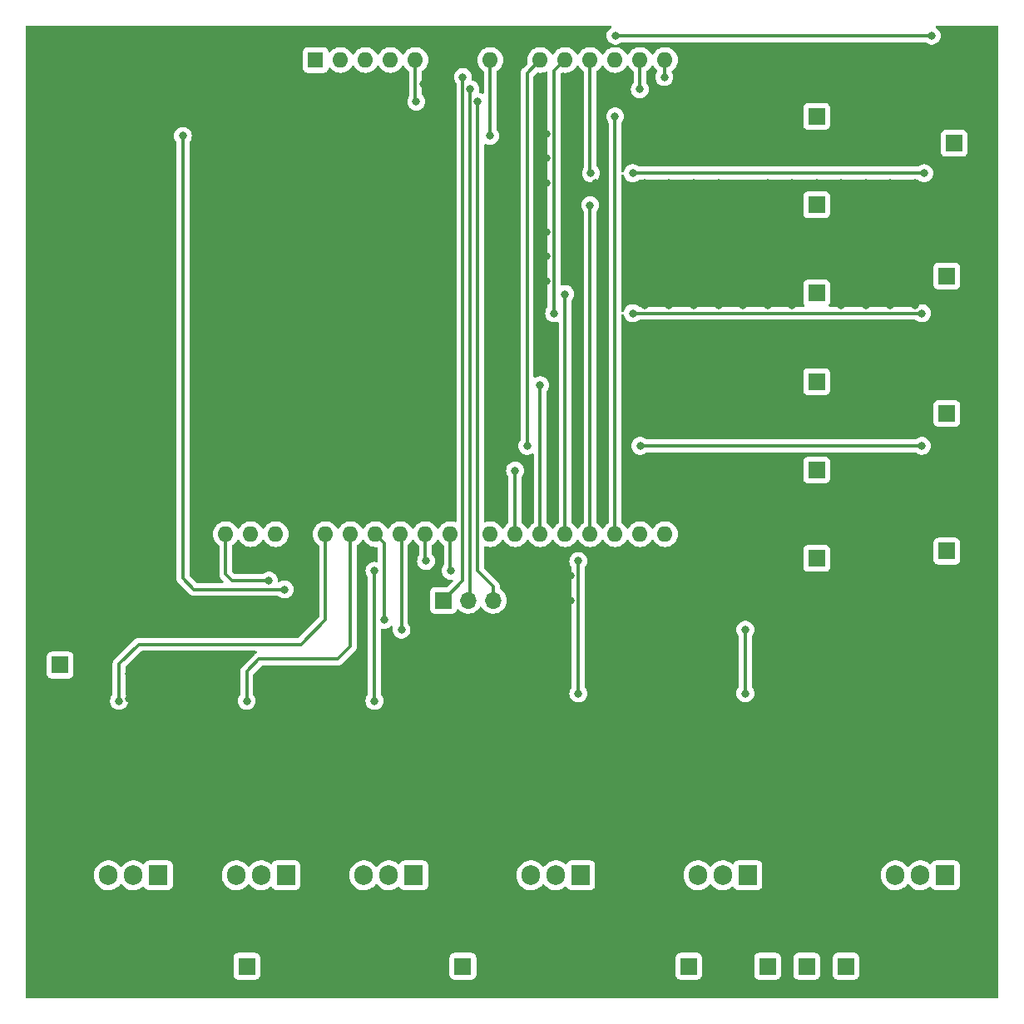
<source format=gbl>
G04 #@! TF.GenerationSoftware,KiCad,Pcbnew,(6.0.7)*
G04 #@! TF.CreationDate,2022-09-16T15:01:37+02:00*
G04 #@! TF.ProjectId,Goobyl_da - Kretskort,476f6f62-796c-4e56-9461-202d204b7265,rev?*
G04 #@! TF.SameCoordinates,Original*
G04 #@! TF.FileFunction,Copper,L2,Bot*
G04 #@! TF.FilePolarity,Positive*
%FSLAX46Y46*%
G04 Gerber Fmt 4.6, Leading zero omitted, Abs format (unit mm)*
G04 Created by KiCad (PCBNEW (6.0.7)) date 2022-09-16 15:01:37*
%MOMM*%
%LPD*%
G01*
G04 APERTURE LIST*
G04 #@! TA.AperFunction,ComponentPad*
%ADD10O,1.905000X2.000000*%
G04 #@! TD*
G04 #@! TA.AperFunction,ComponentPad*
%ADD11R,1.905000X2.000000*%
G04 #@! TD*
G04 #@! TA.AperFunction,ComponentPad*
%ADD12R,1.700000X1.700000*%
G04 #@! TD*
G04 #@! TA.AperFunction,ComponentPad*
%ADD13O,1.700000X1.700000*%
G04 #@! TD*
G04 #@! TA.AperFunction,ComponentPad*
%ADD14O,1.600000X1.600000*%
G04 #@! TD*
G04 #@! TA.AperFunction,ComponentPad*
%ADD15R,1.600000X1.600000*%
G04 #@! TD*
G04 #@! TA.AperFunction,ViaPad*
%ADD16C,0.800000*%
G04 #@! TD*
G04 #@! TA.AperFunction,Conductor*
%ADD17C,0.300000*%
G04 #@! TD*
G04 APERTURE END LIST*
D10*
X140920000Y-128000000D03*
X143460000Y-128000000D03*
D11*
X146000000Y-128000000D03*
D12*
X169000000Y-137250000D03*
X173000000Y-137250000D03*
X165000000Y-137250000D03*
D10*
X178020000Y-128000000D03*
X180560000Y-128000000D03*
D11*
X183100000Y-128000000D03*
D10*
X157920000Y-128000000D03*
X160460000Y-128000000D03*
D11*
X163000000Y-128000000D03*
D10*
X97920000Y-128000000D03*
X100460000Y-128000000D03*
D11*
X103000000Y-128000000D03*
D10*
X110920000Y-128000000D03*
X113460000Y-128000000D03*
D11*
X116000000Y-128000000D03*
D10*
X123920000Y-128000000D03*
X126460000Y-128000000D03*
D11*
X129000000Y-128000000D03*
D13*
X139630000Y-100010000D03*
X137090000Y-100010000D03*
X134550000Y-100010000D03*
D12*
X132010000Y-100010000D03*
D14*
X152030000Y-93270000D03*
X154570000Y-93270000D03*
X114950000Y-93270000D03*
X154570000Y-45010000D03*
X117490000Y-93270000D03*
X152030000Y-45010000D03*
X120030000Y-93270000D03*
X149490000Y-45010000D03*
X122570000Y-93270000D03*
X146950000Y-45010000D03*
X125110000Y-93270000D03*
X144410000Y-45010000D03*
X127650000Y-93270000D03*
X141870000Y-45010000D03*
X130190000Y-93270000D03*
X136790000Y-45010000D03*
X132730000Y-93270000D03*
X134250000Y-45010000D03*
X136790000Y-93270000D03*
X131710000Y-45010000D03*
X139330000Y-93270000D03*
X129170000Y-45010000D03*
X141870000Y-93270000D03*
X126630000Y-45010000D03*
X144410000Y-93270000D03*
X124090000Y-45010000D03*
X146950000Y-93270000D03*
X121550000Y-45010000D03*
X149490000Y-93270000D03*
D15*
X119010000Y-45010000D03*
D14*
X112410000Y-93270000D03*
X109870000Y-93270000D03*
D12*
X157000000Y-137250000D03*
X134000000Y-137250000D03*
X112000000Y-137250000D03*
X93000000Y-106600000D03*
D13*
X93000000Y-104060000D03*
D12*
X183250000Y-95000000D03*
X183250000Y-81000000D03*
X183250000Y-67000000D03*
X184000000Y-53500000D03*
X170000000Y-50750000D03*
X170000000Y-59750000D03*
X170000000Y-68750000D03*
X170000000Y-77750000D03*
X170000000Y-86750000D03*
X170000000Y-95750000D03*
D16*
X126000000Y-102000000D03*
X134000000Y-46750000D03*
X154500000Y-46750000D03*
X114250000Y-98000000D03*
X90000000Y-42500000D03*
X92500000Y-42500000D03*
X95000000Y-42500000D03*
X97500000Y-42500000D03*
X100000000Y-42500000D03*
X102500000Y-42500000D03*
X105000000Y-42500000D03*
X107500000Y-42500000D03*
X110000000Y-42500000D03*
X112500000Y-42500000D03*
X115000000Y-42500000D03*
X117500000Y-42500000D03*
X120000000Y-42500000D03*
X122500000Y-42500000D03*
X125000000Y-42500000D03*
X127500000Y-42500000D03*
X130000000Y-42500000D03*
X132500000Y-42500000D03*
X135000000Y-42500000D03*
X137500000Y-42500000D03*
X140000000Y-42500000D03*
X142500000Y-42500000D03*
X145000000Y-42500000D03*
X147500000Y-42500000D03*
X187500000Y-42500000D03*
X187500000Y-45000000D03*
X175000000Y-45000000D03*
X172500000Y-45000000D03*
X170000000Y-45000000D03*
X167500000Y-45000000D03*
X160000000Y-45000000D03*
X157500000Y-45000000D03*
X140000000Y-45000000D03*
X115000000Y-45000000D03*
X112500000Y-45000000D03*
X107500000Y-45000000D03*
X110000000Y-45000000D03*
X105000000Y-45000000D03*
X102500000Y-45000000D03*
X100000000Y-45000000D03*
X97500000Y-45000000D03*
X95000000Y-45000000D03*
X92500000Y-45000000D03*
X90000000Y-45000000D03*
X90000000Y-47500000D03*
X92500000Y-47500000D03*
X95000000Y-47500000D03*
X97500000Y-47500000D03*
X100000000Y-47500000D03*
X102500000Y-47500000D03*
X105000000Y-47500000D03*
X107500000Y-47500000D03*
X110000000Y-47500000D03*
X112500000Y-47500000D03*
X115000000Y-47500000D03*
X117500000Y-47500000D03*
X120000000Y-47500000D03*
X122500000Y-47500000D03*
X125000000Y-47500000D03*
X127500000Y-47500000D03*
X130000000Y-47500000D03*
X132500000Y-47500000D03*
X157500000Y-47500000D03*
X160000000Y-47500000D03*
X167500000Y-47500000D03*
X170000000Y-47500000D03*
X172500000Y-47500000D03*
X180000000Y-47500000D03*
X187500000Y-47500000D03*
X187500000Y-50000000D03*
X180000000Y-50000000D03*
X172500000Y-50000000D03*
X160000000Y-50000000D03*
X157500000Y-50000000D03*
X155000000Y-50000000D03*
X152500000Y-50000000D03*
X145000000Y-50000000D03*
X132500000Y-50000000D03*
X127500000Y-50000000D03*
X125000000Y-50000000D03*
X122500000Y-50000000D03*
X120000000Y-50000000D03*
X117500000Y-50000000D03*
X115000000Y-50000000D03*
X112500000Y-50000000D03*
X110000000Y-50000000D03*
X107500000Y-50000000D03*
X105000000Y-50000000D03*
X102500000Y-50000000D03*
X100000000Y-50000000D03*
X97500000Y-50000000D03*
X95000000Y-50000000D03*
X92500000Y-50000000D03*
X90000000Y-50000000D03*
X90000000Y-52500000D03*
X92500000Y-52500000D03*
X95000000Y-52500000D03*
X97500000Y-52500000D03*
X100000000Y-52500000D03*
X102500000Y-52500000D03*
X142500000Y-52500000D03*
X145000000Y-52500000D03*
X152500000Y-52500000D03*
X157500000Y-52500000D03*
X155000000Y-52500000D03*
X160000000Y-52500000D03*
X165000000Y-52500000D03*
X167500000Y-52500000D03*
X172500000Y-52500000D03*
X187500000Y-52500000D03*
X187500000Y-55000000D03*
X172500000Y-55000000D03*
X167500000Y-55000000D03*
X170000000Y-55000000D03*
X160000000Y-55000000D03*
X157500000Y-55000000D03*
X155000000Y-55000000D03*
X152500000Y-55000000D03*
X145000000Y-55000000D03*
X142500000Y-55000000D03*
X137500000Y-55000000D03*
X132500000Y-55000000D03*
X130000000Y-55000000D03*
X127500000Y-55000000D03*
X125000000Y-55000000D03*
X122500000Y-55000000D03*
X120000000Y-55000000D03*
X117500000Y-55000000D03*
X115000000Y-55000000D03*
X112500000Y-55000000D03*
X110000000Y-55000000D03*
X107500000Y-55000000D03*
X102500000Y-55000000D03*
X100000000Y-55000000D03*
X97500000Y-55000000D03*
X95000000Y-55000000D03*
X92500000Y-55000000D03*
X90000000Y-55000000D03*
X90000000Y-57500000D03*
X92500000Y-57500000D03*
X95000000Y-57500000D03*
X97500000Y-57500000D03*
X100000000Y-57500000D03*
X102500000Y-57500000D03*
X107500000Y-57500000D03*
X110000000Y-57500000D03*
X112500000Y-57500000D03*
X115000000Y-57500000D03*
X117500000Y-57500000D03*
X120000000Y-57500000D03*
X122500000Y-57500000D03*
X125000000Y-57500000D03*
X127500000Y-57500000D03*
X130000000Y-57500000D03*
X132500000Y-57500000D03*
X137500000Y-57500000D03*
X142500000Y-57500000D03*
X145000000Y-57500000D03*
X147500000Y-57500000D03*
X152500000Y-57500000D03*
X157500000Y-57500000D03*
X155000000Y-57500000D03*
X160000000Y-57500000D03*
X165000000Y-57500000D03*
X167500000Y-57500000D03*
X170000000Y-57500000D03*
X172500000Y-57500000D03*
X175000000Y-57500000D03*
X177500000Y-57500000D03*
X180000000Y-57500000D03*
X182500000Y-57500000D03*
X187500000Y-57500000D03*
X187500000Y-60000000D03*
X175000000Y-60000000D03*
X172500000Y-60000000D03*
X145000000Y-60000000D03*
X137500000Y-60000000D03*
X132500000Y-60000000D03*
X130000000Y-60000000D03*
X127500000Y-60000000D03*
X125000000Y-60000000D03*
X122500000Y-60000000D03*
X120000000Y-60000000D03*
X117500000Y-60000000D03*
X115000000Y-60000000D03*
X112500000Y-60000000D03*
X110000000Y-60000000D03*
X107500000Y-60000000D03*
X102500000Y-60000000D03*
X100000000Y-60000000D03*
X97500000Y-60000000D03*
X95000000Y-60000000D03*
X92500000Y-60000000D03*
X90000000Y-60000000D03*
X90000000Y-62500000D03*
X92500000Y-62500000D03*
X95000000Y-62500000D03*
X97500000Y-62500000D03*
X100000000Y-62500000D03*
X102500000Y-62500000D03*
X107500000Y-62500000D03*
X110000000Y-62500000D03*
X112500000Y-62500000D03*
X115000000Y-62500000D03*
X117500000Y-62500000D03*
X120000000Y-62500000D03*
X122500000Y-62500000D03*
X125000000Y-62500000D03*
X127500000Y-62500000D03*
X130000000Y-62500000D03*
X132500000Y-62500000D03*
X137500000Y-62500000D03*
X142500000Y-62500000D03*
X145000000Y-62500000D03*
X152500000Y-62500000D03*
X155000000Y-62500000D03*
X157500000Y-62500000D03*
X160000000Y-62500000D03*
X167500000Y-62500000D03*
X165000000Y-62500000D03*
X172500000Y-62500000D03*
X170000000Y-62500000D03*
X180000000Y-62500000D03*
X185000000Y-62500000D03*
X187500000Y-62500000D03*
X187500000Y-65000000D03*
X185000000Y-65000000D03*
X180000000Y-65000000D03*
X177500000Y-65000000D03*
X175000000Y-65000000D03*
X172500000Y-65000000D03*
X175000000Y-62500000D03*
X170000000Y-65000000D03*
X167500000Y-65000000D03*
X165000000Y-65000000D03*
X160000000Y-65000000D03*
X157500000Y-65000000D03*
X155000000Y-65000000D03*
X152500000Y-65000000D03*
X145000000Y-65000000D03*
X142500000Y-65000000D03*
X137500000Y-65000000D03*
X132500000Y-65000000D03*
X130000000Y-65000000D03*
X127500000Y-65000000D03*
X125000000Y-65000000D03*
X122500000Y-65000000D03*
X120000000Y-65000000D03*
X117500000Y-65000000D03*
X115000000Y-65000000D03*
X112500000Y-65000000D03*
X110000000Y-65000000D03*
X107500000Y-65000000D03*
X102500000Y-65000000D03*
X100000000Y-65000000D03*
X97500000Y-65000000D03*
X95000000Y-65000000D03*
X90000000Y-65000000D03*
X92500000Y-65000000D03*
X90000000Y-67500000D03*
X92500000Y-67500000D03*
X95000000Y-67500000D03*
X97500000Y-67500000D03*
X100000000Y-67500000D03*
X102500000Y-67500000D03*
X107500000Y-67500000D03*
X110000000Y-67500000D03*
X112500000Y-67500000D03*
X115000000Y-67500000D03*
X117500000Y-67500000D03*
X120000000Y-67500000D03*
X122500000Y-67500000D03*
X125000000Y-67500000D03*
X127500000Y-67500000D03*
X130000000Y-67500000D03*
X132500000Y-67500000D03*
X137500000Y-67500000D03*
X142500000Y-67500000D03*
X145000000Y-67500000D03*
X152500000Y-67500000D03*
X155000000Y-67500000D03*
X157500000Y-67500000D03*
X160000000Y-67500000D03*
X165000000Y-67500000D03*
X167500000Y-67500000D03*
X172500000Y-67500000D03*
X175000000Y-67500000D03*
X185000000Y-67500000D03*
X187500000Y-67500000D03*
X187500000Y-70000000D03*
X185000000Y-70000000D03*
X182500000Y-70000000D03*
X180000000Y-70000000D03*
X177500000Y-70000000D03*
X175000000Y-70000000D03*
X172500000Y-70000000D03*
X167500000Y-70000000D03*
X165000000Y-70000000D03*
X162500000Y-70000000D03*
X160000000Y-70000000D03*
X157500000Y-70000000D03*
X155000000Y-70000000D03*
X152500000Y-70000000D03*
X137500000Y-70000000D03*
X132500000Y-70000000D03*
X130000000Y-70000000D03*
X127500000Y-70000000D03*
X125000000Y-70000000D03*
X122500000Y-70000000D03*
X120000000Y-70000000D03*
X117500000Y-70000000D03*
X115000000Y-70000000D03*
X112500000Y-70000000D03*
X110000000Y-70000000D03*
X107500000Y-70000000D03*
X102500000Y-70000000D03*
X100000000Y-70000000D03*
X97500000Y-70000000D03*
X95000000Y-70000000D03*
X92500000Y-70000000D03*
X90000000Y-70000000D03*
X90000000Y-72500000D03*
X92500000Y-72500000D03*
X95000000Y-72500000D03*
X97500000Y-72500000D03*
X100000000Y-72500000D03*
X102500000Y-72500000D03*
X107500000Y-72500000D03*
X110000000Y-72500000D03*
X112500000Y-72500000D03*
X115000000Y-72500000D03*
X117500000Y-72500000D03*
X120000000Y-72500000D03*
X122500000Y-72500000D03*
X125000000Y-72500000D03*
X127500000Y-72500000D03*
X130000000Y-72500000D03*
X132500000Y-72500000D03*
X137500000Y-72500000D03*
X142500000Y-72500000D03*
X152500000Y-72500000D03*
X155000000Y-72500000D03*
X157500000Y-72500000D03*
X160000000Y-72500000D03*
X167500000Y-72500000D03*
X170000000Y-72500000D03*
X172500000Y-72500000D03*
X175000000Y-72500000D03*
X187500000Y-72500000D03*
X187500000Y-75000000D03*
X185000000Y-75000000D03*
X180000000Y-75000000D03*
X175000000Y-75000000D03*
X172500000Y-75000000D03*
X170000000Y-75000000D03*
X167500000Y-75000000D03*
X165000000Y-75000000D03*
X160000000Y-75000000D03*
X157500000Y-75000000D03*
X155000000Y-75000000D03*
X152500000Y-75000000D03*
X142500000Y-75000000D03*
X137500000Y-75000000D03*
X132500000Y-75000000D03*
X130000000Y-75000000D03*
X127500000Y-75000000D03*
X125000000Y-75000000D03*
X122500000Y-75000000D03*
X120000000Y-75000000D03*
X117500000Y-75000000D03*
X115000000Y-75000000D03*
X112500000Y-75000000D03*
X110000000Y-75000000D03*
X107500000Y-75000000D03*
X102500000Y-75000000D03*
X100000000Y-75000000D03*
X97500000Y-75000000D03*
X95000000Y-75000000D03*
X92500000Y-75000000D03*
X90000000Y-75000000D03*
X90000000Y-77500000D03*
X92500000Y-77500000D03*
X95000000Y-77500000D03*
X97500000Y-77500000D03*
X100000000Y-77500000D03*
X102500000Y-77500000D03*
X107500000Y-77500000D03*
X110000000Y-77500000D03*
X112500000Y-77500000D03*
X115000000Y-77500000D03*
X117500000Y-77500000D03*
X120000000Y-77500000D03*
X122500000Y-77500000D03*
X125000000Y-77500000D03*
X127500000Y-77500000D03*
X130000000Y-77500000D03*
X132500000Y-77500000D03*
X137500000Y-77500000D03*
X172500000Y-77500000D03*
X175000000Y-77500000D03*
X180000000Y-77500000D03*
X187500000Y-77500000D03*
X185000000Y-77500000D03*
X187500000Y-80000000D03*
X185000000Y-80000000D03*
X175000000Y-80000000D03*
X172500000Y-80000000D03*
X170000000Y-80000000D03*
X167500000Y-80000000D03*
X165000000Y-80000000D03*
X160000000Y-80000000D03*
X157500000Y-80000000D03*
X152500000Y-80000000D03*
X155000000Y-80000000D03*
X137500000Y-80000000D03*
X132500000Y-80000000D03*
X127500000Y-80000000D03*
X130000000Y-80000000D03*
X125000000Y-80000000D03*
X122500000Y-80000000D03*
X120000000Y-80000000D03*
X117500000Y-80000000D03*
X115000000Y-80000000D03*
X112500000Y-80000000D03*
X110000000Y-80000000D03*
X107500000Y-80000000D03*
X102500000Y-80000000D03*
X100000000Y-80000000D03*
X97500000Y-80000000D03*
X95000000Y-80000000D03*
X92500000Y-80000000D03*
X90000000Y-80000000D03*
X90000000Y-82500000D03*
X92500000Y-82500000D03*
X95000000Y-82500000D03*
X97500000Y-82500000D03*
X100000000Y-82500000D03*
X102500000Y-82500000D03*
X107500000Y-82500000D03*
X110000000Y-82500000D03*
X112500000Y-82500000D03*
X115000000Y-82500000D03*
X117500000Y-82500000D03*
X120000000Y-82500000D03*
X122500000Y-82500000D03*
X125000000Y-82500000D03*
X127500000Y-82500000D03*
X130000000Y-82500000D03*
X132500000Y-82500000D03*
X137500000Y-82500000D03*
X152500000Y-82500000D03*
X155000000Y-82500000D03*
X157500000Y-82500000D03*
X160000000Y-82500000D03*
X167500000Y-82500000D03*
X170000000Y-82500000D03*
X172500000Y-82500000D03*
X175000000Y-82500000D03*
X185000000Y-82500000D03*
X187500000Y-82500000D03*
X187500000Y-85000000D03*
X182500000Y-85000000D03*
X137500000Y-85000000D03*
X132500000Y-85000000D03*
X130000000Y-85000000D03*
X127500000Y-85000000D03*
X125000000Y-85000000D03*
X122500000Y-85000000D03*
X120000000Y-85000000D03*
X117500000Y-85000000D03*
X115000000Y-85000000D03*
X112500000Y-85000000D03*
X110000000Y-85000000D03*
X107500000Y-85000000D03*
X102500000Y-85000000D03*
X100000000Y-85000000D03*
X97500000Y-85000000D03*
X95000000Y-85000000D03*
X92500000Y-85000000D03*
X90000000Y-85000000D03*
X90000000Y-87500000D03*
X92500000Y-87500000D03*
X95000000Y-87500000D03*
X97500000Y-87500000D03*
X100000000Y-87500000D03*
X102500000Y-87500000D03*
X107500000Y-87500000D03*
X110000000Y-87500000D03*
X112500000Y-87500000D03*
X115000000Y-87500000D03*
X117500000Y-87500000D03*
X120000000Y-87500000D03*
X122500000Y-87500000D03*
X125000000Y-87500000D03*
X127500000Y-87500000D03*
X130000000Y-87500000D03*
X132500000Y-87500000D03*
X137500000Y-87500000D03*
X172500000Y-87500000D03*
X175000000Y-87500000D03*
X187500000Y-87500000D03*
X187500000Y-90000000D03*
X185000000Y-90000000D03*
X180000000Y-90000000D03*
X175000000Y-90000000D03*
X172500000Y-90000000D03*
X170000000Y-90000000D03*
X167500000Y-90000000D03*
X165000000Y-90000000D03*
X160000000Y-90000000D03*
X157500000Y-90000000D03*
X155000000Y-90000000D03*
X152500000Y-90000000D03*
X137500000Y-90000000D03*
X132500000Y-90000000D03*
X130000000Y-90000000D03*
X127500000Y-90000000D03*
X125000000Y-90000000D03*
X122500000Y-90000000D03*
X120000000Y-90000000D03*
X117500000Y-90000000D03*
X115000000Y-90000000D03*
X112500000Y-90000000D03*
X110000000Y-90000000D03*
X107500000Y-90000000D03*
X102500000Y-90000000D03*
X100000000Y-90000000D03*
X97500000Y-90000000D03*
X95000000Y-90000000D03*
X92500000Y-90000000D03*
X90000000Y-90000000D03*
X90000000Y-92500000D03*
X92500000Y-92500000D03*
X95000000Y-92500000D03*
X97500000Y-92500000D03*
X100000000Y-92500000D03*
X102500000Y-92500000D03*
X107500000Y-92500000D03*
X157500000Y-92500000D03*
X160000000Y-92500000D03*
X165000000Y-92500000D03*
X167500000Y-92500000D03*
X170000000Y-92500000D03*
X172500000Y-92500000D03*
X175000000Y-92500000D03*
X180000000Y-92500000D03*
X185000000Y-92500000D03*
X187500000Y-92500000D03*
X187500000Y-95000000D03*
X185000000Y-95000000D03*
X175000000Y-95000000D03*
X172500000Y-95000000D03*
X117500000Y-95000000D03*
X112500000Y-95000000D03*
X107500000Y-95000000D03*
X102500000Y-95000000D03*
X100000000Y-95000000D03*
X97500000Y-95000000D03*
X95000000Y-95000000D03*
X92500000Y-95000000D03*
X90000000Y-95000000D03*
X90000000Y-97500000D03*
X92500000Y-97500000D03*
X95000000Y-97500000D03*
X97500000Y-97500000D03*
X100000000Y-97500000D03*
X107500000Y-97500000D03*
X137500000Y-97500000D03*
X140000000Y-97500000D03*
X142500000Y-97500000D03*
X145000000Y-97500000D03*
X147500000Y-97500000D03*
X150000000Y-97500000D03*
X152500000Y-97500000D03*
X155000000Y-97500000D03*
X157500000Y-97500000D03*
X160000000Y-97500000D03*
X162500000Y-97500000D03*
X165000000Y-97500000D03*
X167500000Y-97500000D03*
X172500000Y-97500000D03*
X175000000Y-97500000D03*
X177500000Y-97500000D03*
X180000000Y-97500000D03*
X182500000Y-97500000D03*
X185000000Y-97500000D03*
X187500000Y-97500000D03*
X187500000Y-100000000D03*
X182500000Y-100000000D03*
X180000000Y-100000000D03*
X177500000Y-100000000D03*
X175000000Y-100000000D03*
X172500000Y-100000000D03*
X170000000Y-100000000D03*
X167500000Y-100000000D03*
X165000000Y-100000000D03*
X162500000Y-100000000D03*
X160000000Y-100000000D03*
X157500000Y-100000000D03*
X155000000Y-100000000D03*
X152500000Y-100000000D03*
X150000000Y-100000000D03*
X147500000Y-100000000D03*
X145000000Y-100000000D03*
X142500000Y-100000000D03*
X95000000Y-100000000D03*
X92500000Y-100000000D03*
X90000000Y-100000000D03*
X90000000Y-102500000D03*
X92500000Y-102500000D03*
X95000000Y-102500000D03*
X100000000Y-102500000D03*
X107500000Y-102500000D03*
X110000000Y-102500000D03*
X112500000Y-102500000D03*
X115000000Y-102500000D03*
X117500000Y-102500000D03*
X182500000Y-102500000D03*
X187500000Y-102500000D03*
X187500000Y-105000000D03*
X90000000Y-105000000D03*
X90000000Y-107500000D03*
X100000000Y-107500000D03*
X102500000Y-107500000D03*
X110000000Y-107500000D03*
X115000000Y-107500000D03*
X122500000Y-107500000D03*
X127500000Y-107500000D03*
X132500000Y-107500000D03*
X130000000Y-107500000D03*
X135000000Y-107500000D03*
X137500000Y-107500000D03*
X140000000Y-107500000D03*
X152500000Y-107500000D03*
X155000000Y-107500000D03*
X157500000Y-107500000D03*
X167500000Y-107500000D03*
X170000000Y-107500000D03*
X172500000Y-107500000D03*
X175000000Y-107500000D03*
X177500000Y-107500000D03*
X187500000Y-107500000D03*
X187500000Y-110000000D03*
X177500000Y-110000000D03*
X157500000Y-110000000D03*
X140000000Y-110000000D03*
X137500000Y-110000000D03*
X135000000Y-110000000D03*
X132500000Y-110000000D03*
X130000000Y-110000000D03*
X127500000Y-110000000D03*
X122500000Y-110000000D03*
X115000000Y-110000000D03*
X117500000Y-110000000D03*
X110000000Y-110000000D03*
X105000000Y-110000000D03*
X100000000Y-110000000D03*
X97500000Y-110000000D03*
X95000000Y-110000000D03*
X90000000Y-110000000D03*
X90000000Y-112500000D03*
X95000000Y-112500000D03*
X102500000Y-112500000D03*
X105000000Y-112500000D03*
X110000000Y-112500000D03*
X115000000Y-112500000D03*
X117500000Y-112500000D03*
X122500000Y-112500000D03*
X127500000Y-112500000D03*
X130000000Y-112500000D03*
X132500000Y-112500000D03*
X137500000Y-112500000D03*
X140000000Y-112500000D03*
X150000000Y-112500000D03*
X157500000Y-112500000D03*
X162500000Y-112500000D03*
X167500000Y-112500000D03*
X170000000Y-112500000D03*
X177500000Y-112500000D03*
X187500000Y-112500000D03*
X187500000Y-115000000D03*
X170000000Y-115000000D03*
X167500000Y-115000000D03*
X150000000Y-115000000D03*
X132500000Y-115000000D03*
X130000000Y-115000000D03*
X122500000Y-115000000D03*
X117500000Y-115000000D03*
X110000000Y-115000000D03*
X105000000Y-115000000D03*
X102500000Y-115000000D03*
X97500000Y-115000000D03*
X95000000Y-115000000D03*
X90000000Y-115000000D03*
X90000000Y-117500000D03*
X95000000Y-117500000D03*
X97500000Y-117500000D03*
X102500000Y-117500000D03*
X105000000Y-117500000D03*
X110000000Y-117500000D03*
X117500000Y-117500000D03*
X115000000Y-117500000D03*
X122500000Y-117500000D03*
X127500000Y-117500000D03*
X130000000Y-117500000D03*
X132500000Y-117500000D03*
X147500000Y-117500000D03*
X150000000Y-117500000D03*
X162500000Y-117500000D03*
X165000000Y-117500000D03*
X167500000Y-117500000D03*
X170000000Y-117500000D03*
X185000000Y-117500000D03*
X182500000Y-117500000D03*
X187500000Y-117500000D03*
X187500000Y-120000000D03*
X185000000Y-120000000D03*
X182500000Y-120000000D03*
X175000000Y-120000000D03*
X170000000Y-120000000D03*
X167500000Y-120000000D03*
X155000000Y-120000000D03*
X150000000Y-120000000D03*
X132500000Y-120000000D03*
X122500000Y-120000000D03*
X117500000Y-120000000D03*
X110000000Y-120000000D03*
X105000000Y-120000000D03*
X97500000Y-120000000D03*
X90000000Y-120000000D03*
X95000000Y-120000000D03*
X90000000Y-122500000D03*
X95000000Y-122500000D03*
X105000000Y-122500000D03*
X110000000Y-122500000D03*
X117500000Y-122500000D03*
X122500000Y-122500000D03*
X127500000Y-122500000D03*
X132500000Y-122500000D03*
X150000000Y-122500000D03*
X155000000Y-122500000D03*
X167500000Y-122500000D03*
X170000000Y-122500000D03*
X175000000Y-122500000D03*
X187500000Y-122500000D03*
X187500000Y-125000000D03*
X182500000Y-125000000D03*
X175000000Y-125000000D03*
X170000000Y-125000000D03*
X167500000Y-125000000D03*
X162500000Y-125000000D03*
X155000000Y-125000000D03*
X150000000Y-125000000D03*
X132500000Y-125000000D03*
X127500000Y-125000000D03*
X117500000Y-125000000D03*
X105000000Y-125000000D03*
X90000000Y-125000000D03*
X90000000Y-127500000D03*
X92500000Y-127500000D03*
X105000000Y-127500000D03*
X107500000Y-127500000D03*
X120000000Y-127500000D03*
X132500000Y-127500000D03*
X150000000Y-127500000D03*
X155000000Y-127500000D03*
X167500000Y-127500000D03*
X170000000Y-127500000D03*
X175000000Y-127500000D03*
X187500000Y-127500000D03*
X187500000Y-130000000D03*
X185000000Y-130000000D03*
X182500000Y-130000000D03*
X180000000Y-130000000D03*
X177500000Y-130000000D03*
X175000000Y-130000000D03*
X170000000Y-130000000D03*
X150000000Y-130000000D03*
X147500000Y-130000000D03*
X145000000Y-130000000D03*
X142500000Y-130000000D03*
X140000000Y-130000000D03*
X132500000Y-130000000D03*
X125000000Y-130000000D03*
X122500000Y-130000000D03*
X120000000Y-130000000D03*
X112500000Y-130000000D03*
X110000000Y-130000000D03*
X107500000Y-130000000D03*
X105000000Y-130000000D03*
X100000000Y-130000000D03*
X97500000Y-130000000D03*
X95000000Y-130000000D03*
X92500000Y-130000000D03*
X90000000Y-130000000D03*
X90000000Y-132500000D03*
X92500000Y-132500000D03*
X95000000Y-132500000D03*
X97500000Y-132500000D03*
X100000000Y-132500000D03*
X105000000Y-132500000D03*
X110000000Y-132500000D03*
X107500000Y-132500000D03*
X112500000Y-132500000D03*
X120000000Y-132500000D03*
X122500000Y-132500000D03*
X125000000Y-132500000D03*
X127500000Y-132500000D03*
X175000000Y-132500000D03*
X177500000Y-132500000D03*
X180000000Y-132500000D03*
X182500000Y-132500000D03*
X185000000Y-132500000D03*
X187500000Y-132500000D03*
X187500000Y-135000000D03*
X185000000Y-135000000D03*
X182500000Y-135000000D03*
X180000000Y-135000000D03*
X177500000Y-135000000D03*
X175000000Y-135000000D03*
X150000000Y-135000000D03*
X147500000Y-135000000D03*
X145000000Y-135000000D03*
X142500000Y-135000000D03*
X140000000Y-135000000D03*
X130000000Y-135000000D03*
X127500000Y-135000000D03*
X125000000Y-135000000D03*
X122500000Y-135000000D03*
X112500000Y-135000000D03*
X110000000Y-135000000D03*
X107500000Y-135000000D03*
X105000000Y-135000000D03*
X100000000Y-135000000D03*
X97500000Y-135000000D03*
X95000000Y-135000000D03*
X92500000Y-135000000D03*
X90000000Y-135000000D03*
X90000000Y-137500000D03*
X92500000Y-137500000D03*
X95000000Y-137500000D03*
X97500000Y-137500000D03*
X100000000Y-137500000D03*
X115000000Y-137500000D03*
X160000000Y-137500000D03*
X162500000Y-137500000D03*
X175000000Y-137500000D03*
X177500000Y-137500000D03*
X180000000Y-137500000D03*
X182500000Y-137500000D03*
X185000000Y-137500000D03*
X187500000Y-137500000D03*
X187500000Y-140000000D03*
X185000000Y-140000000D03*
X182500000Y-140000000D03*
X180000000Y-140000000D03*
X177500000Y-140000000D03*
X175000000Y-140000000D03*
X172500000Y-140000000D03*
X170000000Y-140000000D03*
X167500000Y-140000000D03*
X165000000Y-140000000D03*
X162500000Y-140000000D03*
X160000000Y-140000000D03*
X157500000Y-140000000D03*
X155000000Y-140000000D03*
X152500000Y-140000000D03*
X150000000Y-140000000D03*
X147500000Y-140000000D03*
X145000000Y-140000000D03*
X142500000Y-140000000D03*
X140000000Y-140000000D03*
X137500000Y-140000000D03*
X135000000Y-140000000D03*
X132500000Y-140000000D03*
X130000000Y-140000000D03*
X127500000Y-140000000D03*
X125000000Y-140000000D03*
X122500000Y-140000000D03*
X120000000Y-140000000D03*
X117500000Y-140000000D03*
X115000000Y-140000000D03*
X112500000Y-140000000D03*
X110000000Y-140000000D03*
X107500000Y-140000000D03*
X105000000Y-140000000D03*
X102500000Y-140000000D03*
X100000000Y-140000000D03*
X97500000Y-140000000D03*
X95000000Y-140000000D03*
X92500000Y-140000000D03*
X90000000Y-140000000D03*
X102500000Y-110000000D03*
X134750000Y-48000000D03*
X152000000Y-48000000D03*
X99000000Y-110250000D03*
X181712500Y-42537500D03*
X149537500Y-42537500D03*
X112000000Y-110250000D03*
X180962500Y-56537500D03*
X151287500Y-56537500D03*
X147037500Y-56537500D03*
X180712500Y-70787500D03*
X151287500Y-70787500D03*
X143287500Y-70787500D03*
X162750000Y-109500000D03*
X162750000Y-103000000D03*
X127750000Y-103000000D03*
X180712500Y-84287500D03*
X152037500Y-84287500D03*
X140537500Y-84287500D03*
X145750000Y-109500000D03*
X145750000Y-96000000D03*
X130250000Y-96000000D03*
X115850000Y-98900000D03*
X105500000Y-52750000D03*
X136750000Y-52750000D03*
X125000000Y-110250000D03*
X125000000Y-97000000D03*
X132750000Y-97000000D03*
X139310000Y-86810000D03*
X129250000Y-49250000D03*
X135500000Y-49250000D03*
X141870000Y-78120000D03*
X144410000Y-68840000D03*
X146950000Y-59800000D03*
X149490000Y-50760000D03*
D17*
X134000000Y-98020000D02*
X132010000Y-100010000D01*
X134000000Y-46750000D02*
X134000000Y-98020000D01*
X132010000Y-100010000D02*
X132010000Y-99990000D01*
X134000000Y-46750000D02*
X134000000Y-46750000D01*
X154570000Y-46680000D02*
X154500000Y-46750000D01*
X154570000Y-45010000D02*
X154570000Y-46680000D01*
X109870000Y-93270000D02*
X109870000Y-97370000D01*
X110500000Y-98000000D02*
X114250000Y-98000000D01*
X109870000Y-97370000D02*
X110500000Y-98000000D01*
X134750000Y-48000000D02*
X134750000Y-48000000D01*
X152030000Y-47970000D02*
X152000000Y-48000000D01*
X152030000Y-45010000D02*
X152030000Y-47970000D01*
X134750000Y-99810000D02*
X134550000Y-100010000D01*
X134750000Y-48000000D02*
X134750000Y-99810000D01*
X120030000Y-93270000D02*
X120030000Y-101970000D01*
X120030000Y-101970000D02*
X117500000Y-104500000D01*
X117500000Y-104500000D02*
X101000000Y-104500000D01*
X101000000Y-104500000D02*
X99000000Y-106500000D01*
X99000000Y-106500000D02*
X99000000Y-108000000D01*
X99000000Y-108000000D02*
X99000000Y-108000000D01*
X99000000Y-108000000D02*
X99000000Y-110250000D01*
X151037500Y-42537500D02*
X149537500Y-42537500D01*
X181712500Y-42537500D02*
X151037500Y-42537500D01*
X151037500Y-42537500D02*
X150712500Y-42537500D01*
X149537500Y-42537500D02*
X149537500Y-42537500D01*
X122570000Y-99930000D02*
X122570000Y-93270000D01*
X122570000Y-104680000D02*
X122570000Y-99930000D01*
X121250000Y-106000000D02*
X122570000Y-104680000D01*
X113250000Y-106000000D02*
X121250000Y-106000000D01*
X112000000Y-107250000D02*
X113250000Y-106000000D01*
X112000000Y-110250000D02*
X112000000Y-107250000D01*
X180962500Y-56537500D02*
X151287500Y-56537500D01*
X151287500Y-56537500D02*
X151287500Y-56537500D01*
X146950000Y-56450000D02*
X147037500Y-56537500D01*
X146950000Y-45010000D02*
X146950000Y-56450000D01*
X126000000Y-94160000D02*
X125110000Y-93270000D01*
X126000000Y-102000000D02*
X126000000Y-94160000D01*
X180712500Y-70787500D02*
X151287500Y-70787500D01*
X151287500Y-70787500D02*
X151287500Y-70787500D01*
X143287500Y-46132500D02*
X143287500Y-70787500D01*
X144410000Y-45010000D02*
X143287500Y-46132500D01*
X162750000Y-109500000D02*
X162750000Y-103000000D01*
X162750000Y-103000000D02*
X162750000Y-103000000D01*
X127750000Y-93370000D02*
X127650000Y-93270000D01*
X127750000Y-103000000D02*
X127750000Y-93370000D01*
X180712500Y-84287500D02*
X152037500Y-84287500D01*
X152037500Y-84287500D02*
X152037500Y-84287500D01*
X140537500Y-46342500D02*
X141870000Y-45010000D01*
X140537500Y-84287500D02*
X140537500Y-46342500D01*
X145750000Y-109500000D02*
X145750000Y-96000000D01*
X145750000Y-96000000D02*
X145750000Y-96000000D01*
X130190000Y-95940000D02*
X130250000Y-96000000D01*
X130190000Y-93270000D02*
X130190000Y-95940000D01*
X107900000Y-98900000D02*
X106650000Y-98900000D01*
X115850000Y-98900000D02*
X107900000Y-98900000D01*
X107900000Y-98900000D02*
X106850000Y-98900000D01*
X106650000Y-98900000D02*
X105500000Y-97750000D01*
X105500000Y-97750000D02*
X105500000Y-52750000D01*
X105500000Y-52750000D02*
X105500000Y-52750000D01*
X136790000Y-52710000D02*
X136750000Y-52750000D01*
X136790000Y-45010000D02*
X136790000Y-52710000D01*
X125000000Y-110250000D02*
X125000000Y-97000000D01*
X125000000Y-97000000D02*
X125000000Y-97000000D01*
X132730000Y-96980000D02*
X132750000Y-97000000D01*
X132730000Y-93270000D02*
X132730000Y-96980000D01*
X139310000Y-93250000D02*
X139330000Y-93270000D01*
X139310000Y-86810000D02*
X139310000Y-93250000D01*
X129170000Y-49170000D02*
X129250000Y-49250000D01*
X129170000Y-45010000D02*
X129170000Y-49170000D01*
X135500000Y-49250000D02*
X135500000Y-49250000D01*
X135500000Y-86750000D02*
X135500000Y-49250000D01*
X135500000Y-97000000D02*
X135500000Y-86750000D01*
X137090000Y-98590000D02*
X135500000Y-97000000D01*
X137090000Y-100010000D02*
X137090000Y-98590000D01*
X141870000Y-93270000D02*
X141870000Y-78120000D01*
X141870000Y-78120000D02*
X141870000Y-78120000D01*
X144410000Y-93270000D02*
X144410000Y-68840000D01*
X144410000Y-68840000D02*
X144410000Y-68840000D01*
X146950000Y-93270000D02*
X146950000Y-59800000D01*
X146950000Y-59800000D02*
X146950000Y-59800000D01*
X149490000Y-93270000D02*
X149490000Y-50760000D01*
X149490000Y-50760000D02*
X149490000Y-50760000D01*
G04 #@! TA.AperFunction,Conductor*
G36*
X149074734Y-41538502D02*
G01*
X149121227Y-41592158D01*
X149131331Y-41662432D01*
X149101837Y-41727012D01*
X149080675Y-41746435D01*
X148926247Y-41858634D01*
X148798460Y-42000556D01*
X148702973Y-42165944D01*
X148643958Y-42347572D01*
X148623996Y-42537500D01*
X148643958Y-42727428D01*
X148702973Y-42909056D01*
X148798460Y-43074444D01*
X148926247Y-43216366D01*
X149080748Y-43328618D01*
X149086776Y-43331302D01*
X149086778Y-43331303D01*
X149249181Y-43403609D01*
X149255212Y-43406294D01*
X149348613Y-43426147D01*
X149435556Y-43444628D01*
X149435561Y-43444628D01*
X149442013Y-43446000D01*
X149467371Y-43446000D01*
X149483495Y-43450734D01*
X149487803Y-43448470D01*
X149512629Y-43446000D01*
X149632987Y-43446000D01*
X149639439Y-43444628D01*
X149639444Y-43444628D01*
X149726387Y-43426147D01*
X149819788Y-43406294D01*
X149825819Y-43403609D01*
X149988222Y-43331303D01*
X149988224Y-43331302D01*
X149994252Y-43328618D01*
X150143663Y-43220064D01*
X150210531Y-43196206D01*
X150217724Y-43196000D01*
X181032276Y-43196000D01*
X181100397Y-43216002D01*
X181106334Y-43220062D01*
X181255748Y-43328618D01*
X181261776Y-43331302D01*
X181261778Y-43331303D01*
X181424181Y-43403609D01*
X181430212Y-43406294D01*
X181523613Y-43426147D01*
X181610556Y-43444628D01*
X181610561Y-43444628D01*
X181617013Y-43446000D01*
X181807987Y-43446000D01*
X181814439Y-43444628D01*
X181814444Y-43444628D01*
X181901387Y-43426147D01*
X181994788Y-43406294D01*
X182000819Y-43403609D01*
X182163222Y-43331303D01*
X182163224Y-43331302D01*
X182169252Y-43328618D01*
X182323753Y-43216366D01*
X182451540Y-43074444D01*
X182547027Y-42909056D01*
X182606042Y-42727428D01*
X182626004Y-42537500D01*
X182606042Y-42347572D01*
X182547027Y-42165944D01*
X182451540Y-42000556D01*
X182323753Y-41858634D01*
X182169326Y-41746435D01*
X182125972Y-41690214D01*
X182119897Y-41619477D01*
X182153028Y-41556686D01*
X182214849Y-41521774D01*
X182243387Y-41518500D01*
X188375500Y-41518500D01*
X188443621Y-41538502D01*
X188490114Y-41592158D01*
X188501500Y-41644500D01*
X188501500Y-140375500D01*
X188481498Y-140443621D01*
X188427842Y-140490114D01*
X188375500Y-140501500D01*
X89644500Y-140501500D01*
X89576379Y-140481498D01*
X89529886Y-140427842D01*
X89518500Y-140375500D01*
X89518500Y-138148134D01*
X110641500Y-138148134D01*
X110648255Y-138210316D01*
X110699385Y-138346705D01*
X110786739Y-138463261D01*
X110903295Y-138550615D01*
X111039684Y-138601745D01*
X111101866Y-138608500D01*
X112898134Y-138608500D01*
X112960316Y-138601745D01*
X113096705Y-138550615D01*
X113213261Y-138463261D01*
X113300615Y-138346705D01*
X113351745Y-138210316D01*
X113358500Y-138148134D01*
X132641500Y-138148134D01*
X132648255Y-138210316D01*
X132699385Y-138346705D01*
X132786739Y-138463261D01*
X132903295Y-138550615D01*
X133039684Y-138601745D01*
X133101866Y-138608500D01*
X134898134Y-138608500D01*
X134960316Y-138601745D01*
X135096705Y-138550615D01*
X135213261Y-138463261D01*
X135300615Y-138346705D01*
X135351745Y-138210316D01*
X135358500Y-138148134D01*
X155641500Y-138148134D01*
X155648255Y-138210316D01*
X155699385Y-138346705D01*
X155786739Y-138463261D01*
X155903295Y-138550615D01*
X156039684Y-138601745D01*
X156101866Y-138608500D01*
X157898134Y-138608500D01*
X157960316Y-138601745D01*
X158096705Y-138550615D01*
X158213261Y-138463261D01*
X158300615Y-138346705D01*
X158351745Y-138210316D01*
X158358500Y-138148134D01*
X163641500Y-138148134D01*
X163648255Y-138210316D01*
X163699385Y-138346705D01*
X163786739Y-138463261D01*
X163903295Y-138550615D01*
X164039684Y-138601745D01*
X164101866Y-138608500D01*
X165898134Y-138608500D01*
X165960316Y-138601745D01*
X166096705Y-138550615D01*
X166213261Y-138463261D01*
X166300615Y-138346705D01*
X166351745Y-138210316D01*
X166358500Y-138148134D01*
X167641500Y-138148134D01*
X167648255Y-138210316D01*
X167699385Y-138346705D01*
X167786739Y-138463261D01*
X167903295Y-138550615D01*
X168039684Y-138601745D01*
X168101866Y-138608500D01*
X169898134Y-138608500D01*
X169960316Y-138601745D01*
X170096705Y-138550615D01*
X170213261Y-138463261D01*
X170300615Y-138346705D01*
X170351745Y-138210316D01*
X170358500Y-138148134D01*
X171641500Y-138148134D01*
X171648255Y-138210316D01*
X171699385Y-138346705D01*
X171786739Y-138463261D01*
X171903295Y-138550615D01*
X172039684Y-138601745D01*
X172101866Y-138608500D01*
X173898134Y-138608500D01*
X173960316Y-138601745D01*
X174096705Y-138550615D01*
X174213261Y-138463261D01*
X174300615Y-138346705D01*
X174351745Y-138210316D01*
X174358500Y-138148134D01*
X174358500Y-136351866D01*
X174351745Y-136289684D01*
X174300615Y-136153295D01*
X174213261Y-136036739D01*
X174096705Y-135949385D01*
X173960316Y-135898255D01*
X173898134Y-135891500D01*
X172101866Y-135891500D01*
X172039684Y-135898255D01*
X171903295Y-135949385D01*
X171786739Y-136036739D01*
X171699385Y-136153295D01*
X171648255Y-136289684D01*
X171641500Y-136351866D01*
X171641500Y-138148134D01*
X170358500Y-138148134D01*
X170358500Y-136351866D01*
X170351745Y-136289684D01*
X170300615Y-136153295D01*
X170213261Y-136036739D01*
X170096705Y-135949385D01*
X169960316Y-135898255D01*
X169898134Y-135891500D01*
X168101866Y-135891500D01*
X168039684Y-135898255D01*
X167903295Y-135949385D01*
X167786739Y-136036739D01*
X167699385Y-136153295D01*
X167648255Y-136289684D01*
X167641500Y-136351866D01*
X167641500Y-138148134D01*
X166358500Y-138148134D01*
X166358500Y-136351866D01*
X166351745Y-136289684D01*
X166300615Y-136153295D01*
X166213261Y-136036739D01*
X166096705Y-135949385D01*
X165960316Y-135898255D01*
X165898134Y-135891500D01*
X164101866Y-135891500D01*
X164039684Y-135898255D01*
X163903295Y-135949385D01*
X163786739Y-136036739D01*
X163699385Y-136153295D01*
X163648255Y-136289684D01*
X163641500Y-136351866D01*
X163641500Y-138148134D01*
X158358500Y-138148134D01*
X158358500Y-136351866D01*
X158351745Y-136289684D01*
X158300615Y-136153295D01*
X158213261Y-136036739D01*
X158096705Y-135949385D01*
X157960316Y-135898255D01*
X157898134Y-135891500D01*
X156101866Y-135891500D01*
X156039684Y-135898255D01*
X155903295Y-135949385D01*
X155786739Y-136036739D01*
X155699385Y-136153295D01*
X155648255Y-136289684D01*
X155641500Y-136351866D01*
X155641500Y-138148134D01*
X135358500Y-138148134D01*
X135358500Y-136351866D01*
X135351745Y-136289684D01*
X135300615Y-136153295D01*
X135213261Y-136036739D01*
X135096705Y-135949385D01*
X134960316Y-135898255D01*
X134898134Y-135891500D01*
X133101866Y-135891500D01*
X133039684Y-135898255D01*
X132903295Y-135949385D01*
X132786739Y-136036739D01*
X132699385Y-136153295D01*
X132648255Y-136289684D01*
X132641500Y-136351866D01*
X132641500Y-138148134D01*
X113358500Y-138148134D01*
X113358500Y-136351866D01*
X113351745Y-136289684D01*
X113300615Y-136153295D01*
X113213261Y-136036739D01*
X113096705Y-135949385D01*
X112960316Y-135898255D01*
X112898134Y-135891500D01*
X111101866Y-135891500D01*
X111039684Y-135898255D01*
X110903295Y-135949385D01*
X110786739Y-136036739D01*
X110699385Y-136153295D01*
X110648255Y-136289684D01*
X110641500Y-136351866D01*
X110641500Y-138148134D01*
X89518500Y-138148134D01*
X89518500Y-128108402D01*
X96459000Y-128108402D01*
X96473678Y-128286937D01*
X96532206Y-128519944D01*
X96628003Y-128740263D01*
X96712885Y-128871470D01*
X96752755Y-128933099D01*
X96758498Y-128941977D01*
X96920186Y-129119670D01*
X96973370Y-129161672D01*
X97104670Y-129265367D01*
X97104675Y-129265370D01*
X97108724Y-129268568D01*
X97113240Y-129271061D01*
X97113243Y-129271063D01*
X97314526Y-129382177D01*
X97314530Y-129382179D01*
X97319050Y-129384674D01*
X97323919Y-129386398D01*
X97323923Y-129386400D01*
X97540640Y-129463144D01*
X97540644Y-129463145D01*
X97545515Y-129464870D01*
X97550608Y-129465777D01*
X97550611Y-129465778D01*
X97776948Y-129506095D01*
X97776954Y-129506096D01*
X97782037Y-129507001D01*
X97869400Y-129508068D01*
X98017093Y-129509873D01*
X98017095Y-129509873D01*
X98022263Y-129509936D01*
X98259744Y-129473596D01*
X98371997Y-129436906D01*
X98483183Y-129400566D01*
X98483189Y-129400563D01*
X98488101Y-129398958D01*
X98492687Y-129396571D01*
X98492691Y-129396569D01*
X98696607Y-129290416D01*
X98701200Y-129288025D01*
X98780993Y-129228115D01*
X98889185Y-129146882D01*
X98889188Y-129146880D01*
X98893320Y-129143777D01*
X99059301Y-128970088D01*
X99084535Y-128933097D01*
X99139444Y-128888096D01*
X99209968Y-128879925D01*
X99273716Y-128911179D01*
X99294411Y-128935660D01*
X99298498Y-128941977D01*
X99460186Y-129119670D01*
X99513370Y-129161672D01*
X99644670Y-129265367D01*
X99644675Y-129265370D01*
X99648724Y-129268568D01*
X99653240Y-129271061D01*
X99653243Y-129271063D01*
X99854526Y-129382177D01*
X99854530Y-129382179D01*
X99859050Y-129384674D01*
X99863919Y-129386398D01*
X99863923Y-129386400D01*
X100080640Y-129463144D01*
X100080644Y-129463145D01*
X100085515Y-129464870D01*
X100090608Y-129465777D01*
X100090611Y-129465778D01*
X100316948Y-129506095D01*
X100316954Y-129506096D01*
X100322037Y-129507001D01*
X100409400Y-129508068D01*
X100557093Y-129509873D01*
X100557095Y-129509873D01*
X100562263Y-129509936D01*
X100799744Y-129473596D01*
X100911997Y-129436906D01*
X101023183Y-129400566D01*
X101023189Y-129400563D01*
X101028101Y-129398958D01*
X101032687Y-129396571D01*
X101032691Y-129396569D01*
X101236607Y-129290416D01*
X101241200Y-129288025D01*
X101396283Y-129171585D01*
X101462765Y-129146680D01*
X101532161Y-129161672D01*
X101582435Y-129211802D01*
X101589915Y-129228115D01*
X101593731Y-129238293D01*
X101596885Y-129246705D01*
X101684239Y-129363261D01*
X101800795Y-129450615D01*
X101937184Y-129501745D01*
X101999366Y-129508500D01*
X104000634Y-129508500D01*
X104062816Y-129501745D01*
X104199205Y-129450615D01*
X104315761Y-129363261D01*
X104403115Y-129246705D01*
X104454245Y-129110316D01*
X104461000Y-129048134D01*
X104461000Y-128108402D01*
X109459000Y-128108402D01*
X109473678Y-128286937D01*
X109532206Y-128519944D01*
X109628003Y-128740263D01*
X109712885Y-128871470D01*
X109752755Y-128933099D01*
X109758498Y-128941977D01*
X109920186Y-129119670D01*
X109973370Y-129161672D01*
X110104670Y-129265367D01*
X110104675Y-129265370D01*
X110108724Y-129268568D01*
X110113240Y-129271061D01*
X110113243Y-129271063D01*
X110314526Y-129382177D01*
X110314530Y-129382179D01*
X110319050Y-129384674D01*
X110323919Y-129386398D01*
X110323923Y-129386400D01*
X110540640Y-129463144D01*
X110540644Y-129463145D01*
X110545515Y-129464870D01*
X110550608Y-129465777D01*
X110550611Y-129465778D01*
X110776948Y-129506095D01*
X110776954Y-129506096D01*
X110782037Y-129507001D01*
X110869400Y-129508068D01*
X111017093Y-129509873D01*
X111017095Y-129509873D01*
X111022263Y-129509936D01*
X111259744Y-129473596D01*
X111371997Y-129436906D01*
X111483183Y-129400566D01*
X111483189Y-129400563D01*
X111488101Y-129398958D01*
X111492687Y-129396571D01*
X111492691Y-129396569D01*
X111696607Y-129290416D01*
X111701200Y-129288025D01*
X111780993Y-129228115D01*
X111889185Y-129146882D01*
X111889188Y-129146880D01*
X111893320Y-129143777D01*
X112059301Y-128970088D01*
X112084535Y-128933097D01*
X112139444Y-128888096D01*
X112209968Y-128879925D01*
X112273716Y-128911179D01*
X112294411Y-128935660D01*
X112298498Y-128941977D01*
X112460186Y-129119670D01*
X112513370Y-129161672D01*
X112644670Y-129265367D01*
X112644675Y-129265370D01*
X112648724Y-129268568D01*
X112653240Y-129271061D01*
X112653243Y-129271063D01*
X112854526Y-129382177D01*
X112854530Y-129382179D01*
X112859050Y-129384674D01*
X112863919Y-129386398D01*
X112863923Y-129386400D01*
X113080640Y-129463144D01*
X113080644Y-129463145D01*
X113085515Y-129464870D01*
X113090608Y-129465777D01*
X113090611Y-129465778D01*
X113316948Y-129506095D01*
X113316954Y-129506096D01*
X113322037Y-129507001D01*
X113409400Y-129508068D01*
X113557093Y-129509873D01*
X113557095Y-129509873D01*
X113562263Y-129509936D01*
X113799744Y-129473596D01*
X113911997Y-129436906D01*
X114023183Y-129400566D01*
X114023189Y-129400563D01*
X114028101Y-129398958D01*
X114032687Y-129396571D01*
X114032691Y-129396569D01*
X114236607Y-129290416D01*
X114241200Y-129288025D01*
X114396283Y-129171585D01*
X114462765Y-129146680D01*
X114532161Y-129161672D01*
X114582435Y-129211802D01*
X114589915Y-129228115D01*
X114593731Y-129238293D01*
X114596885Y-129246705D01*
X114684239Y-129363261D01*
X114800795Y-129450615D01*
X114937184Y-129501745D01*
X114999366Y-129508500D01*
X117000634Y-129508500D01*
X117062816Y-129501745D01*
X117199205Y-129450615D01*
X117315761Y-129363261D01*
X117403115Y-129246705D01*
X117454245Y-129110316D01*
X117461000Y-129048134D01*
X117461000Y-128108402D01*
X122459000Y-128108402D01*
X122473678Y-128286937D01*
X122532206Y-128519944D01*
X122628003Y-128740263D01*
X122712885Y-128871470D01*
X122752755Y-128933099D01*
X122758498Y-128941977D01*
X122920186Y-129119670D01*
X122973370Y-129161672D01*
X123104670Y-129265367D01*
X123104675Y-129265370D01*
X123108724Y-129268568D01*
X123113240Y-129271061D01*
X123113243Y-129271063D01*
X123314526Y-129382177D01*
X123314530Y-129382179D01*
X123319050Y-129384674D01*
X123323919Y-129386398D01*
X123323923Y-129386400D01*
X123540640Y-129463144D01*
X123540644Y-129463145D01*
X123545515Y-129464870D01*
X123550608Y-129465777D01*
X123550611Y-129465778D01*
X123776948Y-129506095D01*
X123776954Y-129506096D01*
X123782037Y-129507001D01*
X123869400Y-129508068D01*
X124017093Y-129509873D01*
X124017095Y-129509873D01*
X124022263Y-129509936D01*
X124259744Y-129473596D01*
X124371997Y-129436906D01*
X124483183Y-129400566D01*
X124483189Y-129400563D01*
X124488101Y-129398958D01*
X124492687Y-129396571D01*
X124492691Y-129396569D01*
X124696607Y-129290416D01*
X124701200Y-129288025D01*
X124780993Y-129228115D01*
X124889185Y-129146882D01*
X124889188Y-129146880D01*
X124893320Y-129143777D01*
X125059301Y-128970088D01*
X125084535Y-128933097D01*
X125139444Y-128888096D01*
X125209968Y-128879925D01*
X125273716Y-128911179D01*
X125294411Y-128935660D01*
X125298498Y-128941977D01*
X125460186Y-129119670D01*
X125513370Y-129161672D01*
X125644670Y-129265367D01*
X125644675Y-129265370D01*
X125648724Y-129268568D01*
X125653240Y-129271061D01*
X125653243Y-129271063D01*
X125854526Y-129382177D01*
X125854530Y-129382179D01*
X125859050Y-129384674D01*
X125863919Y-129386398D01*
X125863923Y-129386400D01*
X126080640Y-129463144D01*
X126080644Y-129463145D01*
X126085515Y-129464870D01*
X126090608Y-129465777D01*
X126090611Y-129465778D01*
X126316948Y-129506095D01*
X126316954Y-129506096D01*
X126322037Y-129507001D01*
X126409400Y-129508068D01*
X126557093Y-129509873D01*
X126557095Y-129509873D01*
X126562263Y-129509936D01*
X126799744Y-129473596D01*
X126911997Y-129436906D01*
X127023183Y-129400566D01*
X127023189Y-129400563D01*
X127028101Y-129398958D01*
X127032687Y-129396571D01*
X127032691Y-129396569D01*
X127236607Y-129290416D01*
X127241200Y-129288025D01*
X127396283Y-129171585D01*
X127462765Y-129146680D01*
X127532161Y-129161672D01*
X127582435Y-129211802D01*
X127589915Y-129228115D01*
X127593731Y-129238293D01*
X127596885Y-129246705D01*
X127684239Y-129363261D01*
X127800795Y-129450615D01*
X127937184Y-129501745D01*
X127999366Y-129508500D01*
X130000634Y-129508500D01*
X130062816Y-129501745D01*
X130199205Y-129450615D01*
X130315761Y-129363261D01*
X130403115Y-129246705D01*
X130454245Y-129110316D01*
X130461000Y-129048134D01*
X130461000Y-128108402D01*
X139459000Y-128108402D01*
X139473678Y-128286937D01*
X139532206Y-128519944D01*
X139628003Y-128740263D01*
X139712885Y-128871470D01*
X139752755Y-128933099D01*
X139758498Y-128941977D01*
X139920186Y-129119670D01*
X139973370Y-129161672D01*
X140104670Y-129265367D01*
X140104675Y-129265370D01*
X140108724Y-129268568D01*
X140113240Y-129271061D01*
X140113243Y-129271063D01*
X140314526Y-129382177D01*
X140314530Y-129382179D01*
X140319050Y-129384674D01*
X140323919Y-129386398D01*
X140323923Y-129386400D01*
X140540640Y-129463144D01*
X140540644Y-129463145D01*
X140545515Y-129464870D01*
X140550608Y-129465777D01*
X140550611Y-129465778D01*
X140776948Y-129506095D01*
X140776954Y-129506096D01*
X140782037Y-129507001D01*
X140869400Y-129508068D01*
X141017093Y-129509873D01*
X141017095Y-129509873D01*
X141022263Y-129509936D01*
X141259744Y-129473596D01*
X141371997Y-129436906D01*
X141483183Y-129400566D01*
X141483189Y-129400563D01*
X141488101Y-129398958D01*
X141492687Y-129396571D01*
X141492691Y-129396569D01*
X141696607Y-129290416D01*
X141701200Y-129288025D01*
X141780993Y-129228115D01*
X141889185Y-129146882D01*
X141889188Y-129146880D01*
X141893320Y-129143777D01*
X142059301Y-128970088D01*
X142084535Y-128933097D01*
X142139444Y-128888096D01*
X142209968Y-128879925D01*
X142273716Y-128911179D01*
X142294411Y-128935660D01*
X142298498Y-128941977D01*
X142460186Y-129119670D01*
X142513370Y-129161672D01*
X142644670Y-129265367D01*
X142644675Y-129265370D01*
X142648724Y-129268568D01*
X142653240Y-129271061D01*
X142653243Y-129271063D01*
X142854526Y-129382177D01*
X142854530Y-129382179D01*
X142859050Y-129384674D01*
X142863919Y-129386398D01*
X142863923Y-129386400D01*
X143080640Y-129463144D01*
X143080644Y-129463145D01*
X143085515Y-129464870D01*
X143090608Y-129465777D01*
X143090611Y-129465778D01*
X143316948Y-129506095D01*
X143316954Y-129506096D01*
X143322037Y-129507001D01*
X143409400Y-129508068D01*
X143557093Y-129509873D01*
X143557095Y-129509873D01*
X143562263Y-129509936D01*
X143799744Y-129473596D01*
X143911997Y-129436906D01*
X144023183Y-129400566D01*
X144023189Y-129400563D01*
X144028101Y-129398958D01*
X144032687Y-129396571D01*
X144032691Y-129396569D01*
X144236607Y-129290416D01*
X144241200Y-129288025D01*
X144396283Y-129171585D01*
X144462765Y-129146680D01*
X144532161Y-129161672D01*
X144582435Y-129211802D01*
X144589915Y-129228115D01*
X144593731Y-129238293D01*
X144596885Y-129246705D01*
X144684239Y-129363261D01*
X144800795Y-129450615D01*
X144937184Y-129501745D01*
X144999366Y-129508500D01*
X147000634Y-129508500D01*
X147062816Y-129501745D01*
X147199205Y-129450615D01*
X147315761Y-129363261D01*
X147403115Y-129246705D01*
X147454245Y-129110316D01*
X147461000Y-129048134D01*
X147461000Y-128108402D01*
X156459000Y-128108402D01*
X156473678Y-128286937D01*
X156532206Y-128519944D01*
X156628003Y-128740263D01*
X156712885Y-128871470D01*
X156752755Y-128933099D01*
X156758498Y-128941977D01*
X156920186Y-129119670D01*
X156973370Y-129161672D01*
X157104670Y-129265367D01*
X157104675Y-129265370D01*
X157108724Y-129268568D01*
X157113240Y-129271061D01*
X157113243Y-129271063D01*
X157314526Y-129382177D01*
X157314530Y-129382179D01*
X157319050Y-129384674D01*
X157323919Y-129386398D01*
X157323923Y-129386400D01*
X157540640Y-129463144D01*
X157540644Y-129463145D01*
X157545515Y-129464870D01*
X157550608Y-129465777D01*
X157550611Y-129465778D01*
X157776948Y-129506095D01*
X157776954Y-129506096D01*
X157782037Y-129507001D01*
X157869400Y-129508068D01*
X158017093Y-129509873D01*
X158017095Y-129509873D01*
X158022263Y-129509936D01*
X158259744Y-129473596D01*
X158371997Y-129436906D01*
X158483183Y-129400566D01*
X158483189Y-129400563D01*
X158488101Y-129398958D01*
X158492687Y-129396571D01*
X158492691Y-129396569D01*
X158696607Y-129290416D01*
X158701200Y-129288025D01*
X158780993Y-129228115D01*
X158889185Y-129146882D01*
X158889188Y-129146880D01*
X158893320Y-129143777D01*
X159059301Y-128970088D01*
X159084535Y-128933097D01*
X159139444Y-128888096D01*
X159209968Y-128879925D01*
X159273716Y-128911179D01*
X159294411Y-128935660D01*
X159298498Y-128941977D01*
X159460186Y-129119670D01*
X159513370Y-129161672D01*
X159644670Y-129265367D01*
X159644675Y-129265370D01*
X159648724Y-129268568D01*
X159653240Y-129271061D01*
X159653243Y-129271063D01*
X159854526Y-129382177D01*
X159854530Y-129382179D01*
X159859050Y-129384674D01*
X159863919Y-129386398D01*
X159863923Y-129386400D01*
X160080640Y-129463144D01*
X160080644Y-129463145D01*
X160085515Y-129464870D01*
X160090608Y-129465777D01*
X160090611Y-129465778D01*
X160316948Y-129506095D01*
X160316954Y-129506096D01*
X160322037Y-129507001D01*
X160409400Y-129508068D01*
X160557093Y-129509873D01*
X160557095Y-129509873D01*
X160562263Y-129509936D01*
X160799744Y-129473596D01*
X160911997Y-129436906D01*
X161023183Y-129400566D01*
X161023189Y-129400563D01*
X161028101Y-129398958D01*
X161032687Y-129396571D01*
X161032691Y-129396569D01*
X161236607Y-129290416D01*
X161241200Y-129288025D01*
X161396283Y-129171585D01*
X161462765Y-129146680D01*
X161532161Y-129161672D01*
X161582435Y-129211802D01*
X161589915Y-129228115D01*
X161593731Y-129238293D01*
X161596885Y-129246705D01*
X161684239Y-129363261D01*
X161800795Y-129450615D01*
X161937184Y-129501745D01*
X161999366Y-129508500D01*
X164000634Y-129508500D01*
X164062816Y-129501745D01*
X164199205Y-129450615D01*
X164315761Y-129363261D01*
X164403115Y-129246705D01*
X164454245Y-129110316D01*
X164461000Y-129048134D01*
X164461000Y-128108402D01*
X176559000Y-128108402D01*
X176573678Y-128286937D01*
X176632206Y-128519944D01*
X176728003Y-128740263D01*
X176812885Y-128871470D01*
X176852755Y-128933099D01*
X176858498Y-128941977D01*
X177020186Y-129119670D01*
X177073370Y-129161672D01*
X177204670Y-129265367D01*
X177204675Y-129265370D01*
X177208724Y-129268568D01*
X177213240Y-129271061D01*
X177213243Y-129271063D01*
X177414526Y-129382177D01*
X177414530Y-129382179D01*
X177419050Y-129384674D01*
X177423919Y-129386398D01*
X177423923Y-129386400D01*
X177640640Y-129463144D01*
X177640644Y-129463145D01*
X177645515Y-129464870D01*
X177650608Y-129465777D01*
X177650611Y-129465778D01*
X177876948Y-129506095D01*
X177876954Y-129506096D01*
X177882037Y-129507001D01*
X177969400Y-129508068D01*
X178117093Y-129509873D01*
X178117095Y-129509873D01*
X178122263Y-129509936D01*
X178359744Y-129473596D01*
X178471997Y-129436906D01*
X178583183Y-129400566D01*
X178583189Y-129400563D01*
X178588101Y-129398958D01*
X178592687Y-129396571D01*
X178592691Y-129396569D01*
X178796607Y-129290416D01*
X178801200Y-129288025D01*
X178880993Y-129228115D01*
X178989185Y-129146882D01*
X178989188Y-129146880D01*
X178993320Y-129143777D01*
X179159301Y-128970088D01*
X179184535Y-128933097D01*
X179239444Y-128888096D01*
X179309968Y-128879925D01*
X179373716Y-128911179D01*
X179394411Y-128935660D01*
X179398498Y-128941977D01*
X179560186Y-129119670D01*
X179613370Y-129161672D01*
X179744670Y-129265367D01*
X179744675Y-129265370D01*
X179748724Y-129268568D01*
X179753240Y-129271061D01*
X179753243Y-129271063D01*
X179954526Y-129382177D01*
X179954530Y-129382179D01*
X179959050Y-129384674D01*
X179963919Y-129386398D01*
X179963923Y-129386400D01*
X180180640Y-129463144D01*
X180180644Y-129463145D01*
X180185515Y-129464870D01*
X180190608Y-129465777D01*
X180190611Y-129465778D01*
X180416948Y-129506095D01*
X180416954Y-129506096D01*
X180422037Y-129507001D01*
X180509400Y-129508068D01*
X180657093Y-129509873D01*
X180657095Y-129509873D01*
X180662263Y-129509936D01*
X180899744Y-129473596D01*
X181011997Y-129436906D01*
X181123183Y-129400566D01*
X181123189Y-129400563D01*
X181128101Y-129398958D01*
X181132687Y-129396571D01*
X181132691Y-129396569D01*
X181336607Y-129290416D01*
X181341200Y-129288025D01*
X181496283Y-129171585D01*
X181562765Y-129146680D01*
X181632161Y-129161672D01*
X181682435Y-129211802D01*
X181689915Y-129228115D01*
X181693731Y-129238293D01*
X181696885Y-129246705D01*
X181784239Y-129363261D01*
X181900795Y-129450615D01*
X182037184Y-129501745D01*
X182099366Y-129508500D01*
X184100634Y-129508500D01*
X184162816Y-129501745D01*
X184299205Y-129450615D01*
X184415761Y-129363261D01*
X184503115Y-129246705D01*
X184554245Y-129110316D01*
X184561000Y-129048134D01*
X184561000Y-126951866D01*
X184554245Y-126889684D01*
X184503115Y-126753295D01*
X184415761Y-126636739D01*
X184299205Y-126549385D01*
X184162816Y-126498255D01*
X184100634Y-126491500D01*
X182099366Y-126491500D01*
X182037184Y-126498255D01*
X181900795Y-126549385D01*
X181784239Y-126636739D01*
X181696885Y-126753295D01*
X181689427Y-126773189D01*
X181646787Y-126829953D01*
X181580226Y-126854654D01*
X181510877Y-126839447D01*
X181493353Y-126827842D01*
X181375330Y-126734633D01*
X181375325Y-126734630D01*
X181371276Y-126731432D01*
X181366760Y-126728939D01*
X181366757Y-126728937D01*
X181165474Y-126617823D01*
X181165470Y-126617821D01*
X181160950Y-126615326D01*
X181156081Y-126613602D01*
X181156077Y-126613600D01*
X180939360Y-126536856D01*
X180939356Y-126536855D01*
X180934485Y-126535130D01*
X180929392Y-126534223D01*
X180929389Y-126534222D01*
X180703052Y-126493905D01*
X180703046Y-126493904D01*
X180697963Y-126492999D01*
X180605474Y-126491869D01*
X180462907Y-126490127D01*
X180462905Y-126490127D01*
X180457737Y-126490064D01*
X180220256Y-126526404D01*
X180108003Y-126563094D01*
X179996817Y-126599434D01*
X179996811Y-126599437D01*
X179991899Y-126601042D01*
X179987313Y-126603429D01*
X179987309Y-126603431D01*
X179783393Y-126709584D01*
X179778800Y-126711975D01*
X179586680Y-126856223D01*
X179420699Y-127029912D01*
X179395465Y-127066903D01*
X179340556Y-127111904D01*
X179270032Y-127120075D01*
X179206284Y-127088821D01*
X179185589Y-127064340D01*
X179184311Y-127062365D01*
X179181502Y-127058023D01*
X179019814Y-126880330D01*
X178942983Y-126819653D01*
X178835330Y-126734633D01*
X178835325Y-126734630D01*
X178831276Y-126731432D01*
X178826760Y-126728939D01*
X178826757Y-126728937D01*
X178625474Y-126617823D01*
X178625470Y-126617821D01*
X178620950Y-126615326D01*
X178616081Y-126613602D01*
X178616077Y-126613600D01*
X178399360Y-126536856D01*
X178399356Y-126536855D01*
X178394485Y-126535130D01*
X178389392Y-126534223D01*
X178389389Y-126534222D01*
X178163052Y-126493905D01*
X178163046Y-126493904D01*
X178157963Y-126492999D01*
X178065474Y-126491869D01*
X177922907Y-126490127D01*
X177922905Y-126490127D01*
X177917737Y-126490064D01*
X177680256Y-126526404D01*
X177568003Y-126563094D01*
X177456817Y-126599434D01*
X177456811Y-126599437D01*
X177451899Y-126601042D01*
X177447313Y-126603429D01*
X177447309Y-126603431D01*
X177243393Y-126709584D01*
X177238800Y-126711975D01*
X177046680Y-126856223D01*
X176880699Y-127029912D01*
X176877785Y-127034184D01*
X176748597Y-127223566D01*
X176745314Y-127228378D01*
X176644163Y-127446290D01*
X176579960Y-127677798D01*
X176559000Y-127873928D01*
X176559000Y-128108402D01*
X164461000Y-128108402D01*
X164461000Y-126951866D01*
X164454245Y-126889684D01*
X164403115Y-126753295D01*
X164315761Y-126636739D01*
X164199205Y-126549385D01*
X164062816Y-126498255D01*
X164000634Y-126491500D01*
X161999366Y-126491500D01*
X161937184Y-126498255D01*
X161800795Y-126549385D01*
X161684239Y-126636739D01*
X161596885Y-126753295D01*
X161589427Y-126773189D01*
X161546787Y-126829953D01*
X161480226Y-126854654D01*
X161410877Y-126839447D01*
X161393353Y-126827842D01*
X161275330Y-126734633D01*
X161275325Y-126734630D01*
X161271276Y-126731432D01*
X161266760Y-126728939D01*
X161266757Y-126728937D01*
X161065474Y-126617823D01*
X161065470Y-126617821D01*
X161060950Y-126615326D01*
X161056081Y-126613602D01*
X161056077Y-126613600D01*
X160839360Y-126536856D01*
X160839356Y-126536855D01*
X160834485Y-126535130D01*
X160829392Y-126534223D01*
X160829389Y-126534222D01*
X160603052Y-126493905D01*
X160603046Y-126493904D01*
X160597963Y-126492999D01*
X160505474Y-126491869D01*
X160362907Y-126490127D01*
X160362905Y-126490127D01*
X160357737Y-126490064D01*
X160120256Y-126526404D01*
X160008003Y-126563094D01*
X159896817Y-126599434D01*
X159896811Y-126599437D01*
X159891899Y-126601042D01*
X159887313Y-126603429D01*
X159887309Y-126603431D01*
X159683393Y-126709584D01*
X159678800Y-126711975D01*
X159486680Y-126856223D01*
X159320699Y-127029912D01*
X159295465Y-127066903D01*
X159240556Y-127111904D01*
X159170032Y-127120075D01*
X159106284Y-127088821D01*
X159085589Y-127064340D01*
X159084311Y-127062365D01*
X159081502Y-127058023D01*
X158919814Y-126880330D01*
X158842983Y-126819653D01*
X158735330Y-126734633D01*
X158735325Y-126734630D01*
X158731276Y-126731432D01*
X158726760Y-126728939D01*
X158726757Y-126728937D01*
X158525474Y-126617823D01*
X158525470Y-126617821D01*
X158520950Y-126615326D01*
X158516081Y-126613602D01*
X158516077Y-126613600D01*
X158299360Y-126536856D01*
X158299356Y-126536855D01*
X158294485Y-126535130D01*
X158289392Y-126534223D01*
X158289389Y-126534222D01*
X158063052Y-126493905D01*
X158063046Y-126493904D01*
X158057963Y-126492999D01*
X157965474Y-126491869D01*
X157822907Y-126490127D01*
X157822905Y-126490127D01*
X157817737Y-126490064D01*
X157580256Y-126526404D01*
X157468003Y-126563094D01*
X157356817Y-126599434D01*
X157356811Y-126599437D01*
X157351899Y-126601042D01*
X157347313Y-126603429D01*
X157347309Y-126603431D01*
X157143393Y-126709584D01*
X157138800Y-126711975D01*
X156946680Y-126856223D01*
X156780699Y-127029912D01*
X156777785Y-127034184D01*
X156648597Y-127223566D01*
X156645314Y-127228378D01*
X156544163Y-127446290D01*
X156479960Y-127677798D01*
X156459000Y-127873928D01*
X156459000Y-128108402D01*
X147461000Y-128108402D01*
X147461000Y-126951866D01*
X147454245Y-126889684D01*
X147403115Y-126753295D01*
X147315761Y-126636739D01*
X147199205Y-126549385D01*
X147062816Y-126498255D01*
X147000634Y-126491500D01*
X144999366Y-126491500D01*
X144937184Y-126498255D01*
X144800795Y-126549385D01*
X144684239Y-126636739D01*
X144596885Y-126753295D01*
X144589427Y-126773189D01*
X144546787Y-126829953D01*
X144480226Y-126854654D01*
X144410877Y-126839447D01*
X144393353Y-126827842D01*
X144275330Y-126734633D01*
X144275325Y-126734630D01*
X144271276Y-126731432D01*
X144266760Y-126728939D01*
X144266757Y-126728937D01*
X144065474Y-126617823D01*
X144065470Y-126617821D01*
X144060950Y-126615326D01*
X144056081Y-126613602D01*
X144056077Y-126613600D01*
X143839360Y-126536856D01*
X143839356Y-126536855D01*
X143834485Y-126535130D01*
X143829392Y-126534223D01*
X143829389Y-126534222D01*
X143603052Y-126493905D01*
X143603046Y-126493904D01*
X143597963Y-126492999D01*
X143505474Y-126491869D01*
X143362907Y-126490127D01*
X143362905Y-126490127D01*
X143357737Y-126490064D01*
X143120256Y-126526404D01*
X143008003Y-126563094D01*
X142896817Y-126599434D01*
X142896811Y-126599437D01*
X142891899Y-126601042D01*
X142887313Y-126603429D01*
X142887309Y-126603431D01*
X142683393Y-126709584D01*
X142678800Y-126711975D01*
X142486680Y-126856223D01*
X142320699Y-127029912D01*
X142295465Y-127066903D01*
X142240556Y-127111904D01*
X142170032Y-127120075D01*
X142106284Y-127088821D01*
X142085589Y-127064340D01*
X142084311Y-127062365D01*
X142081502Y-127058023D01*
X141919814Y-126880330D01*
X141842983Y-126819653D01*
X141735330Y-126734633D01*
X141735325Y-126734630D01*
X141731276Y-126731432D01*
X141726760Y-126728939D01*
X141726757Y-126728937D01*
X141525474Y-126617823D01*
X141525470Y-126617821D01*
X141520950Y-126615326D01*
X141516081Y-126613602D01*
X141516077Y-126613600D01*
X141299360Y-126536856D01*
X141299356Y-126536855D01*
X141294485Y-126535130D01*
X141289392Y-126534223D01*
X141289389Y-126534222D01*
X141063052Y-126493905D01*
X141063046Y-126493904D01*
X141057963Y-126492999D01*
X140965474Y-126491869D01*
X140822907Y-126490127D01*
X140822905Y-126490127D01*
X140817737Y-126490064D01*
X140580256Y-126526404D01*
X140468003Y-126563094D01*
X140356817Y-126599434D01*
X140356811Y-126599437D01*
X140351899Y-126601042D01*
X140347313Y-126603429D01*
X140347309Y-126603431D01*
X140143393Y-126709584D01*
X140138800Y-126711975D01*
X139946680Y-126856223D01*
X139780699Y-127029912D01*
X139777785Y-127034184D01*
X139648597Y-127223566D01*
X139645314Y-127228378D01*
X139544163Y-127446290D01*
X139479960Y-127677798D01*
X139459000Y-127873928D01*
X139459000Y-128108402D01*
X130461000Y-128108402D01*
X130461000Y-126951866D01*
X130454245Y-126889684D01*
X130403115Y-126753295D01*
X130315761Y-126636739D01*
X130199205Y-126549385D01*
X130062816Y-126498255D01*
X130000634Y-126491500D01*
X127999366Y-126491500D01*
X127937184Y-126498255D01*
X127800795Y-126549385D01*
X127684239Y-126636739D01*
X127596885Y-126753295D01*
X127589427Y-126773189D01*
X127546787Y-126829953D01*
X127480226Y-126854654D01*
X127410877Y-126839447D01*
X127393353Y-126827842D01*
X127275330Y-126734633D01*
X127275325Y-126734630D01*
X127271276Y-126731432D01*
X127266760Y-126728939D01*
X127266757Y-126728937D01*
X127065474Y-126617823D01*
X127065470Y-126617821D01*
X127060950Y-126615326D01*
X127056081Y-126613602D01*
X127056077Y-126613600D01*
X126839360Y-126536856D01*
X126839356Y-126536855D01*
X126834485Y-126535130D01*
X126829392Y-126534223D01*
X126829389Y-126534222D01*
X126603052Y-126493905D01*
X126603046Y-126493904D01*
X126597963Y-126492999D01*
X126505474Y-126491869D01*
X126362907Y-126490127D01*
X126362905Y-126490127D01*
X126357737Y-126490064D01*
X126120256Y-126526404D01*
X126008003Y-126563094D01*
X125896817Y-126599434D01*
X125896811Y-126599437D01*
X125891899Y-126601042D01*
X125887313Y-126603429D01*
X125887309Y-126603431D01*
X125683393Y-126709584D01*
X125678800Y-126711975D01*
X125486680Y-126856223D01*
X125320699Y-127029912D01*
X125295465Y-127066903D01*
X125240556Y-127111904D01*
X125170032Y-127120075D01*
X125106284Y-127088821D01*
X125085589Y-127064340D01*
X125084311Y-127062365D01*
X125081502Y-127058023D01*
X124919814Y-126880330D01*
X124842983Y-126819653D01*
X124735330Y-126734633D01*
X124735325Y-126734630D01*
X124731276Y-126731432D01*
X124726760Y-126728939D01*
X124726757Y-126728937D01*
X124525474Y-126617823D01*
X124525470Y-126617821D01*
X124520950Y-126615326D01*
X124516081Y-126613602D01*
X124516077Y-126613600D01*
X124299360Y-126536856D01*
X124299356Y-126536855D01*
X124294485Y-126535130D01*
X124289392Y-126534223D01*
X124289389Y-126534222D01*
X124063052Y-126493905D01*
X124063046Y-126493904D01*
X124057963Y-126492999D01*
X123965474Y-126491869D01*
X123822907Y-126490127D01*
X123822905Y-126490127D01*
X123817737Y-126490064D01*
X123580256Y-126526404D01*
X123468003Y-126563094D01*
X123356817Y-126599434D01*
X123356811Y-126599437D01*
X123351899Y-126601042D01*
X123347313Y-126603429D01*
X123347309Y-126603431D01*
X123143393Y-126709584D01*
X123138800Y-126711975D01*
X122946680Y-126856223D01*
X122780699Y-127029912D01*
X122777785Y-127034184D01*
X122648597Y-127223566D01*
X122645314Y-127228378D01*
X122544163Y-127446290D01*
X122479960Y-127677798D01*
X122459000Y-127873928D01*
X122459000Y-128108402D01*
X117461000Y-128108402D01*
X117461000Y-126951866D01*
X117454245Y-126889684D01*
X117403115Y-126753295D01*
X117315761Y-126636739D01*
X117199205Y-126549385D01*
X117062816Y-126498255D01*
X117000634Y-126491500D01*
X114999366Y-126491500D01*
X114937184Y-126498255D01*
X114800795Y-126549385D01*
X114684239Y-126636739D01*
X114596885Y-126753295D01*
X114589427Y-126773189D01*
X114546787Y-126829953D01*
X114480226Y-126854654D01*
X114410877Y-126839447D01*
X114393353Y-126827842D01*
X114275330Y-126734633D01*
X114275325Y-126734630D01*
X114271276Y-126731432D01*
X114266760Y-126728939D01*
X114266757Y-126728937D01*
X114065474Y-126617823D01*
X114065470Y-126617821D01*
X114060950Y-126615326D01*
X114056081Y-126613602D01*
X114056077Y-126613600D01*
X113839360Y-126536856D01*
X113839356Y-126536855D01*
X113834485Y-126535130D01*
X113829392Y-126534223D01*
X113829389Y-126534222D01*
X113603052Y-126493905D01*
X113603046Y-126493904D01*
X113597963Y-126492999D01*
X113505474Y-126491869D01*
X113362907Y-126490127D01*
X113362905Y-126490127D01*
X113357737Y-126490064D01*
X113120256Y-126526404D01*
X113008003Y-126563094D01*
X112896817Y-126599434D01*
X112896811Y-126599437D01*
X112891899Y-126601042D01*
X112887313Y-126603429D01*
X112887309Y-126603431D01*
X112683393Y-126709584D01*
X112678800Y-126711975D01*
X112486680Y-126856223D01*
X112320699Y-127029912D01*
X112295465Y-127066903D01*
X112240556Y-127111904D01*
X112170032Y-127120075D01*
X112106284Y-127088821D01*
X112085589Y-127064340D01*
X112084311Y-127062365D01*
X112081502Y-127058023D01*
X111919814Y-126880330D01*
X111842983Y-126819653D01*
X111735330Y-126734633D01*
X111735325Y-126734630D01*
X111731276Y-126731432D01*
X111726760Y-126728939D01*
X111726757Y-126728937D01*
X111525474Y-126617823D01*
X111525470Y-126617821D01*
X111520950Y-126615326D01*
X111516081Y-126613602D01*
X111516077Y-126613600D01*
X111299360Y-126536856D01*
X111299356Y-126536855D01*
X111294485Y-126535130D01*
X111289392Y-126534223D01*
X111289389Y-126534222D01*
X111063052Y-126493905D01*
X111063046Y-126493904D01*
X111057963Y-126492999D01*
X110965474Y-126491869D01*
X110822907Y-126490127D01*
X110822905Y-126490127D01*
X110817737Y-126490064D01*
X110580256Y-126526404D01*
X110468003Y-126563094D01*
X110356817Y-126599434D01*
X110356811Y-126599437D01*
X110351899Y-126601042D01*
X110347313Y-126603429D01*
X110347309Y-126603431D01*
X110143393Y-126709584D01*
X110138800Y-126711975D01*
X109946680Y-126856223D01*
X109780699Y-127029912D01*
X109777785Y-127034184D01*
X109648597Y-127223566D01*
X109645314Y-127228378D01*
X109544163Y-127446290D01*
X109479960Y-127677798D01*
X109459000Y-127873928D01*
X109459000Y-128108402D01*
X104461000Y-128108402D01*
X104461000Y-126951866D01*
X104454245Y-126889684D01*
X104403115Y-126753295D01*
X104315761Y-126636739D01*
X104199205Y-126549385D01*
X104062816Y-126498255D01*
X104000634Y-126491500D01*
X101999366Y-126491500D01*
X101937184Y-126498255D01*
X101800795Y-126549385D01*
X101684239Y-126636739D01*
X101596885Y-126753295D01*
X101589427Y-126773189D01*
X101546787Y-126829953D01*
X101480226Y-126854654D01*
X101410877Y-126839447D01*
X101393353Y-126827842D01*
X101275330Y-126734633D01*
X101275325Y-126734630D01*
X101271276Y-126731432D01*
X101266760Y-126728939D01*
X101266757Y-126728937D01*
X101065474Y-126617823D01*
X101065470Y-126617821D01*
X101060950Y-126615326D01*
X101056081Y-126613602D01*
X101056077Y-126613600D01*
X100839360Y-126536856D01*
X100839356Y-126536855D01*
X100834485Y-126535130D01*
X100829392Y-126534223D01*
X100829389Y-126534222D01*
X100603052Y-126493905D01*
X100603046Y-126493904D01*
X100597963Y-126492999D01*
X100505474Y-126491869D01*
X100362907Y-126490127D01*
X100362905Y-126490127D01*
X100357737Y-126490064D01*
X100120256Y-126526404D01*
X100008003Y-126563094D01*
X99896817Y-126599434D01*
X99896811Y-126599437D01*
X99891899Y-126601042D01*
X99887313Y-126603429D01*
X99887309Y-126603431D01*
X99683393Y-126709584D01*
X99678800Y-126711975D01*
X99486680Y-126856223D01*
X99320699Y-127029912D01*
X99295465Y-127066903D01*
X99240556Y-127111904D01*
X99170032Y-127120075D01*
X99106284Y-127088821D01*
X99085589Y-127064340D01*
X99084311Y-127062365D01*
X99081502Y-127058023D01*
X98919814Y-126880330D01*
X98842983Y-126819653D01*
X98735330Y-126734633D01*
X98735325Y-126734630D01*
X98731276Y-126731432D01*
X98726760Y-126728939D01*
X98726757Y-126728937D01*
X98525474Y-126617823D01*
X98525470Y-126617821D01*
X98520950Y-126615326D01*
X98516081Y-126613602D01*
X98516077Y-126613600D01*
X98299360Y-126536856D01*
X98299356Y-126536855D01*
X98294485Y-126535130D01*
X98289392Y-126534223D01*
X98289389Y-126534222D01*
X98063052Y-126493905D01*
X98063046Y-126493904D01*
X98057963Y-126492999D01*
X97965474Y-126491869D01*
X97822907Y-126490127D01*
X97822905Y-126490127D01*
X97817737Y-126490064D01*
X97580256Y-126526404D01*
X97468003Y-126563094D01*
X97356817Y-126599434D01*
X97356811Y-126599437D01*
X97351899Y-126601042D01*
X97347313Y-126603429D01*
X97347309Y-126603431D01*
X97143393Y-126709584D01*
X97138800Y-126711975D01*
X96946680Y-126856223D01*
X96780699Y-127029912D01*
X96777785Y-127034184D01*
X96648597Y-127223566D01*
X96645314Y-127228378D01*
X96544163Y-127446290D01*
X96479960Y-127677798D01*
X96459000Y-127873928D01*
X96459000Y-128108402D01*
X89518500Y-128108402D01*
X89518500Y-110250000D01*
X98086496Y-110250000D01*
X98087186Y-110256565D01*
X98103011Y-110407128D01*
X98106458Y-110439928D01*
X98165473Y-110621556D01*
X98260960Y-110786944D01*
X98388747Y-110928866D01*
X98543248Y-111041118D01*
X98549276Y-111043802D01*
X98549278Y-111043803D01*
X98711681Y-111116109D01*
X98717712Y-111118794D01*
X98811112Y-111138647D01*
X98898056Y-111157128D01*
X98898061Y-111157128D01*
X98904513Y-111158500D01*
X99095487Y-111158500D01*
X99101939Y-111157128D01*
X99101944Y-111157128D01*
X99188888Y-111138647D01*
X99282288Y-111118794D01*
X99288319Y-111116109D01*
X99450722Y-111043803D01*
X99450724Y-111043802D01*
X99456752Y-111041118D01*
X99611253Y-110928866D01*
X99739040Y-110786944D01*
X99834527Y-110621556D01*
X99893542Y-110439928D01*
X99896990Y-110407128D01*
X99912814Y-110256565D01*
X99913504Y-110250000D01*
X99906028Y-110178866D01*
X99894232Y-110066635D01*
X99894232Y-110066633D01*
X99893542Y-110060072D01*
X99834527Y-109878444D01*
X99739040Y-109713056D01*
X99690864Y-109659551D01*
X99660146Y-109595544D01*
X99658500Y-109575241D01*
X99658500Y-108074155D01*
X99660732Y-108050546D01*
X99660939Y-108049462D01*
X99660939Y-108049460D01*
X99662424Y-108041676D01*
X99658749Y-107983264D01*
X99658500Y-107975353D01*
X99658500Y-106824950D01*
X99678502Y-106756829D01*
X99695405Y-106735855D01*
X101235855Y-105195405D01*
X101298167Y-105161379D01*
X101324950Y-105158500D01*
X112918713Y-105158500D01*
X112986834Y-105178502D01*
X113033327Y-105232158D01*
X113043431Y-105302432D01*
X113013937Y-105367012D01*
X112982854Y-105392952D01*
X112967941Y-105401772D01*
X112950195Y-105410466D01*
X112930244Y-105418365D01*
X112892874Y-105445516D01*
X112882952Y-105452033D01*
X112850023Y-105471507D01*
X112850019Y-105471510D01*
X112843193Y-105475547D01*
X112828029Y-105490711D01*
X112812996Y-105503551D01*
X112795643Y-105516159D01*
X112766198Y-105551752D01*
X112758208Y-105560532D01*
X111592395Y-106726345D01*
X111583615Y-106734335D01*
X111583613Y-106734337D01*
X111576920Y-106738584D01*
X111571494Y-106744362D01*
X111571493Y-106744363D01*
X111528396Y-106790257D01*
X111525641Y-106793099D01*
X111505073Y-106813667D01*
X111502356Y-106817170D01*
X111494648Y-106826195D01*
X111463028Y-106859867D01*
X111459207Y-106866818D01*
X111459206Y-106866819D01*
X111452697Y-106878658D01*
X111441843Y-106895182D01*
X111434018Y-106905271D01*
X111428696Y-106912132D01*
X111425549Y-106919404D01*
X111425548Y-106919406D01*
X111410346Y-106954535D01*
X111405124Y-106965195D01*
X111382876Y-107005663D01*
X111377541Y-107026441D01*
X111371142Y-107045131D01*
X111362620Y-107064824D01*
X111361380Y-107072655D01*
X111355394Y-107110448D01*
X111352987Y-107122071D01*
X111341500Y-107166812D01*
X111341500Y-107188259D01*
X111339949Y-107207969D01*
X111336594Y-107229152D01*
X111337340Y-107237043D01*
X111340941Y-107275138D01*
X111341500Y-107286996D01*
X111341500Y-109575241D01*
X111321498Y-109643362D01*
X111309136Y-109659551D01*
X111260960Y-109713056D01*
X111165473Y-109878444D01*
X111106458Y-110060072D01*
X111105768Y-110066633D01*
X111105768Y-110066635D01*
X111093972Y-110178866D01*
X111086496Y-110250000D01*
X111087186Y-110256565D01*
X111103011Y-110407128D01*
X111106458Y-110439928D01*
X111165473Y-110621556D01*
X111260960Y-110786944D01*
X111388747Y-110928866D01*
X111543248Y-111041118D01*
X111549276Y-111043802D01*
X111549278Y-111043803D01*
X111711681Y-111116109D01*
X111717712Y-111118794D01*
X111811112Y-111138647D01*
X111898056Y-111157128D01*
X111898061Y-111157128D01*
X111904513Y-111158500D01*
X112095487Y-111158500D01*
X112101939Y-111157128D01*
X112101944Y-111157128D01*
X112188888Y-111138647D01*
X112282288Y-111118794D01*
X112288319Y-111116109D01*
X112450722Y-111043803D01*
X112450724Y-111043802D01*
X112456752Y-111041118D01*
X112611253Y-110928866D01*
X112739040Y-110786944D01*
X112834527Y-110621556D01*
X112893542Y-110439928D01*
X112896990Y-110407128D01*
X112912814Y-110256565D01*
X112913504Y-110250000D01*
X112906028Y-110178866D01*
X112894232Y-110066635D01*
X112894232Y-110066633D01*
X112893542Y-110060072D01*
X112834527Y-109878444D01*
X112739040Y-109713056D01*
X112690864Y-109659551D01*
X112660146Y-109595544D01*
X112658500Y-109575241D01*
X112658500Y-107574950D01*
X112678502Y-107506829D01*
X112695405Y-107485855D01*
X113485855Y-106695405D01*
X113548167Y-106661379D01*
X113574950Y-106658500D01*
X121167944Y-106658500D01*
X121179800Y-106659059D01*
X121179803Y-106659059D01*
X121187537Y-106660788D01*
X121258369Y-106658562D01*
X121262327Y-106658500D01*
X121291432Y-106658500D01*
X121295832Y-106657944D01*
X121307664Y-106657012D01*
X121353831Y-106655562D01*
X121374421Y-106649580D01*
X121393782Y-106645570D01*
X121400770Y-106644688D01*
X121407204Y-106643875D01*
X121407205Y-106643875D01*
X121415064Y-106642882D01*
X121422429Y-106639966D01*
X121422433Y-106639965D01*
X121458021Y-106625874D01*
X121469231Y-106622035D01*
X121513600Y-106609145D01*
X121532065Y-106598225D01*
X121549805Y-106589534D01*
X121569756Y-106581635D01*
X121607129Y-106554482D01*
X121617048Y-106547967D01*
X121649977Y-106528493D01*
X121649981Y-106528490D01*
X121656807Y-106524453D01*
X121671971Y-106509289D01*
X121687005Y-106496448D01*
X121697943Y-106488501D01*
X121704357Y-106483841D01*
X121733803Y-106448247D01*
X121741792Y-106439468D01*
X122977605Y-105203655D01*
X122986385Y-105195665D01*
X122986387Y-105195663D01*
X122993080Y-105191416D01*
X123041605Y-105139742D01*
X123044359Y-105136901D01*
X123064927Y-105116333D01*
X123067647Y-105112826D01*
X123075353Y-105103804D01*
X123088759Y-105089528D01*
X123106972Y-105070133D01*
X123110794Y-105063181D01*
X123117303Y-105051342D01*
X123128157Y-105034818D01*
X123136445Y-105024132D01*
X123141304Y-105017868D01*
X123144452Y-105010594D01*
X123159654Y-104975465D01*
X123164876Y-104964805D01*
X123183305Y-104931284D01*
X123183306Y-104931282D01*
X123187124Y-104924337D01*
X123192459Y-104903559D01*
X123198858Y-104884869D01*
X123207380Y-104865176D01*
X123214606Y-104819552D01*
X123217013Y-104807929D01*
X123226528Y-104770868D01*
X123228500Y-104763188D01*
X123228500Y-104741741D01*
X123230051Y-104722031D01*
X123232166Y-104708677D01*
X123233406Y-104700848D01*
X123229059Y-104654859D01*
X123228500Y-104643004D01*
X123228500Y-94471888D01*
X123248502Y-94403767D01*
X123282228Y-94368676D01*
X123393942Y-94290453D01*
X123409789Y-94279357D01*
X123409792Y-94279355D01*
X123414300Y-94276198D01*
X123576198Y-94114300D01*
X123584905Y-94101866D01*
X123704366Y-93931257D01*
X123707523Y-93926749D01*
X123709846Y-93921767D01*
X123709849Y-93921762D01*
X123725805Y-93887543D01*
X123772722Y-93834258D01*
X123840999Y-93814797D01*
X123908959Y-93835339D01*
X123954195Y-93887543D01*
X123970151Y-93921762D01*
X123970154Y-93921767D01*
X123972477Y-93926749D01*
X123975634Y-93931257D01*
X124095096Y-94101866D01*
X124103802Y-94114300D01*
X124265700Y-94276198D01*
X124270208Y-94279355D01*
X124270211Y-94279357D01*
X124286058Y-94290453D01*
X124453251Y-94407523D01*
X124458233Y-94409846D01*
X124458238Y-94409849D01*
X124591283Y-94471888D01*
X124660757Y-94504284D01*
X124666065Y-94505706D01*
X124666067Y-94505707D01*
X124876598Y-94562119D01*
X124876600Y-94562119D01*
X124881913Y-94563543D01*
X125110000Y-94583498D01*
X125115475Y-94583019D01*
X125115476Y-94583019D01*
X125204519Y-94575229D01*
X125274123Y-94589218D01*
X125325116Y-94638618D01*
X125341500Y-94700750D01*
X125341500Y-95988194D01*
X125321498Y-96056315D01*
X125267842Y-96102808D01*
X125197568Y-96112912D01*
X125189303Y-96111441D01*
X125101944Y-96092872D01*
X125101939Y-96092872D01*
X125095487Y-96091500D01*
X124904513Y-96091500D01*
X124898061Y-96092872D01*
X124898056Y-96092872D01*
X124811113Y-96111353D01*
X124717712Y-96131206D01*
X124711682Y-96133891D01*
X124711681Y-96133891D01*
X124549278Y-96206197D01*
X124549276Y-96206198D01*
X124543248Y-96208882D01*
X124537907Y-96212762D01*
X124537906Y-96212763D01*
X124487843Y-96249136D01*
X124388747Y-96321134D01*
X124384326Y-96326044D01*
X124384325Y-96326045D01*
X124355103Y-96358500D01*
X124260960Y-96463056D01*
X124165473Y-96628444D01*
X124106458Y-96810072D01*
X124086496Y-97000000D01*
X124106458Y-97189928D01*
X124165473Y-97371556D01*
X124168776Y-97377278D01*
X124168777Y-97377279D01*
X124186211Y-97407476D01*
X124260960Y-97536944D01*
X124265378Y-97541851D01*
X124265379Y-97541852D01*
X124309136Y-97590449D01*
X124339854Y-97654456D01*
X124341500Y-97674759D01*
X124341500Y-109575241D01*
X124321498Y-109643362D01*
X124309136Y-109659551D01*
X124260960Y-109713056D01*
X124165473Y-109878444D01*
X124106458Y-110060072D01*
X124105768Y-110066633D01*
X124105768Y-110066635D01*
X124093972Y-110178866D01*
X124086496Y-110250000D01*
X124087186Y-110256565D01*
X124103011Y-110407128D01*
X124106458Y-110439928D01*
X124165473Y-110621556D01*
X124260960Y-110786944D01*
X124388747Y-110928866D01*
X124543248Y-111041118D01*
X124549276Y-111043802D01*
X124549278Y-111043803D01*
X124711681Y-111116109D01*
X124717712Y-111118794D01*
X124811112Y-111138647D01*
X124898056Y-111157128D01*
X124898061Y-111157128D01*
X124904513Y-111158500D01*
X125095487Y-111158500D01*
X125101939Y-111157128D01*
X125101944Y-111157128D01*
X125188888Y-111138647D01*
X125282288Y-111118794D01*
X125288319Y-111116109D01*
X125450722Y-111043803D01*
X125450724Y-111043802D01*
X125456752Y-111041118D01*
X125611253Y-110928866D01*
X125739040Y-110786944D01*
X125834527Y-110621556D01*
X125893542Y-110439928D01*
X125896990Y-110407128D01*
X125912814Y-110256565D01*
X125913504Y-110250000D01*
X125906028Y-110178866D01*
X125894232Y-110066635D01*
X125894232Y-110066633D01*
X125893542Y-110060072D01*
X125834527Y-109878444D01*
X125739040Y-109713056D01*
X125690864Y-109659551D01*
X125660146Y-109595544D01*
X125658500Y-109575241D01*
X125658500Y-109500000D01*
X144836496Y-109500000D01*
X144856458Y-109689928D01*
X144915473Y-109871556D01*
X145010960Y-110036944D01*
X145015378Y-110041851D01*
X145015379Y-110041852D01*
X145037694Y-110066635D01*
X145138747Y-110178866D01*
X145293248Y-110291118D01*
X145299276Y-110293802D01*
X145299278Y-110293803D01*
X145461681Y-110366109D01*
X145467712Y-110368794D01*
X145561112Y-110388647D01*
X145648056Y-110407128D01*
X145648061Y-110407128D01*
X145654513Y-110408500D01*
X145845487Y-110408500D01*
X145851939Y-110407128D01*
X145851944Y-110407128D01*
X145938887Y-110388647D01*
X146032288Y-110368794D01*
X146038319Y-110366109D01*
X146200722Y-110293803D01*
X146200724Y-110293802D01*
X146206752Y-110291118D01*
X146361253Y-110178866D01*
X146462306Y-110066635D01*
X146484621Y-110041852D01*
X146484622Y-110041851D01*
X146489040Y-110036944D01*
X146584527Y-109871556D01*
X146643542Y-109689928D01*
X146663504Y-109500000D01*
X161836496Y-109500000D01*
X161856458Y-109689928D01*
X161915473Y-109871556D01*
X162010960Y-110036944D01*
X162015378Y-110041851D01*
X162015379Y-110041852D01*
X162037694Y-110066635D01*
X162138747Y-110178866D01*
X162293248Y-110291118D01*
X162299276Y-110293802D01*
X162299278Y-110293803D01*
X162461681Y-110366109D01*
X162467712Y-110368794D01*
X162561112Y-110388647D01*
X162648056Y-110407128D01*
X162648061Y-110407128D01*
X162654513Y-110408500D01*
X162845487Y-110408500D01*
X162851939Y-110407128D01*
X162851944Y-110407128D01*
X162938887Y-110388647D01*
X163032288Y-110368794D01*
X163038319Y-110366109D01*
X163200722Y-110293803D01*
X163200724Y-110293802D01*
X163206752Y-110291118D01*
X163361253Y-110178866D01*
X163462306Y-110066635D01*
X163484621Y-110041852D01*
X163484622Y-110041851D01*
X163489040Y-110036944D01*
X163584527Y-109871556D01*
X163643542Y-109689928D01*
X163663504Y-109500000D01*
X163643542Y-109310072D01*
X163584527Y-109128444D01*
X163489040Y-108963056D01*
X163440864Y-108909551D01*
X163410146Y-108845544D01*
X163408500Y-108825241D01*
X163408500Y-103674759D01*
X163428502Y-103606638D01*
X163440864Y-103590449D01*
X163484621Y-103541852D01*
X163484622Y-103541851D01*
X163489040Y-103536944D01*
X163584527Y-103371556D01*
X163643542Y-103189928D01*
X163663504Y-103000000D01*
X163643542Y-102810072D01*
X163584527Y-102628444D01*
X163579205Y-102619225D01*
X163531699Y-102536944D01*
X163489040Y-102463056D01*
X163437967Y-102406333D01*
X163365675Y-102326045D01*
X163365674Y-102326044D01*
X163361253Y-102321134D01*
X163262157Y-102249136D01*
X163212094Y-102212763D01*
X163212093Y-102212762D01*
X163206752Y-102208882D01*
X163200724Y-102206198D01*
X163200722Y-102206197D01*
X163038319Y-102133891D01*
X163038318Y-102133891D01*
X163032288Y-102131206D01*
X162930415Y-102109552D01*
X162851944Y-102092872D01*
X162851939Y-102092872D01*
X162845487Y-102091500D01*
X162654513Y-102091500D01*
X162648061Y-102092872D01*
X162648056Y-102092872D01*
X162569585Y-102109552D01*
X162467712Y-102131206D01*
X162461682Y-102133891D01*
X162461681Y-102133891D01*
X162299278Y-102206197D01*
X162299276Y-102206198D01*
X162293248Y-102208882D01*
X162287907Y-102212762D01*
X162287906Y-102212763D01*
X162237843Y-102249136D01*
X162138747Y-102321134D01*
X162134326Y-102326044D01*
X162134325Y-102326045D01*
X162062034Y-102406333D01*
X162010960Y-102463056D01*
X161968301Y-102536944D01*
X161920796Y-102619225D01*
X161915473Y-102628444D01*
X161856458Y-102810072D01*
X161836496Y-103000000D01*
X161856458Y-103189928D01*
X161915473Y-103371556D01*
X162010960Y-103536944D01*
X162015378Y-103541851D01*
X162015379Y-103541852D01*
X162059136Y-103590449D01*
X162089854Y-103654456D01*
X162091500Y-103674759D01*
X162091500Y-108825241D01*
X162071498Y-108893362D01*
X162059136Y-108909551D01*
X162010960Y-108963056D01*
X161915473Y-109128444D01*
X161856458Y-109310072D01*
X161836496Y-109500000D01*
X146663504Y-109500000D01*
X146643542Y-109310072D01*
X146584527Y-109128444D01*
X146489040Y-108963056D01*
X146440864Y-108909551D01*
X146410146Y-108845544D01*
X146408500Y-108825241D01*
X146408500Y-96674759D01*
X146416318Y-96648134D01*
X168641500Y-96648134D01*
X168648255Y-96710316D01*
X168699385Y-96846705D01*
X168786739Y-96963261D01*
X168903295Y-97050615D01*
X169039684Y-97101745D01*
X169101866Y-97108500D01*
X170898134Y-97108500D01*
X170960316Y-97101745D01*
X171096705Y-97050615D01*
X171213261Y-96963261D01*
X171300615Y-96846705D01*
X171351745Y-96710316D01*
X171358500Y-96648134D01*
X171358500Y-95898134D01*
X181891500Y-95898134D01*
X181898255Y-95960316D01*
X181949385Y-96096705D01*
X182036739Y-96213261D01*
X182153295Y-96300615D01*
X182289684Y-96351745D01*
X182351866Y-96358500D01*
X184148134Y-96358500D01*
X184210316Y-96351745D01*
X184346705Y-96300615D01*
X184463261Y-96213261D01*
X184550615Y-96096705D01*
X184601745Y-95960316D01*
X184608500Y-95898134D01*
X184608500Y-94101866D01*
X184601745Y-94039684D01*
X184550615Y-93903295D01*
X184463261Y-93786739D01*
X184346705Y-93699385D01*
X184210316Y-93648255D01*
X184148134Y-93641500D01*
X182351866Y-93641500D01*
X182289684Y-93648255D01*
X182153295Y-93699385D01*
X182036739Y-93786739D01*
X181949385Y-93903295D01*
X181898255Y-94039684D01*
X181891500Y-94101866D01*
X181891500Y-95898134D01*
X171358500Y-95898134D01*
X171358500Y-94851866D01*
X171351745Y-94789684D01*
X171300615Y-94653295D01*
X171213261Y-94536739D01*
X171096705Y-94449385D01*
X170960316Y-94398255D01*
X170898134Y-94391500D01*
X169101866Y-94391500D01*
X169039684Y-94398255D01*
X168903295Y-94449385D01*
X168786739Y-94536739D01*
X168699385Y-94653295D01*
X168648255Y-94789684D01*
X168641500Y-94851866D01*
X168641500Y-96648134D01*
X146416318Y-96648134D01*
X146428502Y-96606638D01*
X146440864Y-96590449D01*
X146484621Y-96541852D01*
X146484622Y-96541851D01*
X146489040Y-96536944D01*
X146584527Y-96371556D01*
X146643542Y-96189928D01*
X146663504Y-96000000D01*
X146652798Y-95898134D01*
X146644232Y-95816635D01*
X146644232Y-95816633D01*
X146643542Y-95810072D01*
X146584527Y-95628444D01*
X146489040Y-95463056D01*
X146361253Y-95321134D01*
X146206752Y-95208882D01*
X146200724Y-95206198D01*
X146200722Y-95206197D01*
X146038319Y-95133891D01*
X146038318Y-95133891D01*
X146032288Y-95131206D01*
X145938888Y-95111353D01*
X145851944Y-95092872D01*
X145851939Y-95092872D01*
X145845487Y-95091500D01*
X145654513Y-95091500D01*
X145648061Y-95092872D01*
X145648056Y-95092872D01*
X145561112Y-95111353D01*
X145467712Y-95131206D01*
X145461682Y-95133891D01*
X145461681Y-95133891D01*
X145299278Y-95206197D01*
X145299276Y-95206198D01*
X145293248Y-95208882D01*
X145138747Y-95321134D01*
X145010960Y-95463056D01*
X144915473Y-95628444D01*
X144856458Y-95810072D01*
X144855768Y-95816633D01*
X144855768Y-95816635D01*
X144847202Y-95898134D01*
X144836496Y-96000000D01*
X144856458Y-96189928D01*
X144915473Y-96371556D01*
X145010960Y-96536944D01*
X145015378Y-96541851D01*
X145015379Y-96541852D01*
X145059136Y-96590449D01*
X145089854Y-96654456D01*
X145091500Y-96674759D01*
X145091500Y-108825241D01*
X145071498Y-108893362D01*
X145059136Y-108909551D01*
X145010960Y-108963056D01*
X144915473Y-109128444D01*
X144856458Y-109310072D01*
X144836496Y-109500000D01*
X125658500Y-109500000D01*
X125658500Y-103011806D01*
X125678502Y-102943685D01*
X125732158Y-102897192D01*
X125802432Y-102887088D01*
X125810697Y-102888559D01*
X125898056Y-102907128D01*
X125898061Y-102907128D01*
X125904513Y-102908500D01*
X126095487Y-102908500D01*
X126101939Y-102907128D01*
X126101944Y-102907128D01*
X126188887Y-102888647D01*
X126282288Y-102868794D01*
X126399440Y-102816635D01*
X126450722Y-102793803D01*
X126450724Y-102793802D01*
X126456752Y-102791118D01*
X126611253Y-102678866D01*
X126664954Y-102619225D01*
X126725400Y-102581985D01*
X126796384Y-102583337D01*
X126855368Y-102622850D01*
X126883626Y-102687981D01*
X126878423Y-102742471D01*
X126856458Y-102810072D01*
X126836496Y-103000000D01*
X126856458Y-103189928D01*
X126915473Y-103371556D01*
X127010960Y-103536944D01*
X127138747Y-103678866D01*
X127293248Y-103791118D01*
X127299276Y-103793802D01*
X127299278Y-103793803D01*
X127461681Y-103866109D01*
X127467712Y-103868794D01*
X127561108Y-103888646D01*
X127648056Y-103907128D01*
X127648061Y-103907128D01*
X127654513Y-103908500D01*
X127845487Y-103908500D01*
X127851939Y-103907128D01*
X127851944Y-103907128D01*
X127938892Y-103888646D01*
X128032288Y-103868794D01*
X128038319Y-103866109D01*
X128200722Y-103793803D01*
X128200724Y-103793802D01*
X128206752Y-103791118D01*
X128361253Y-103678866D01*
X128489040Y-103536944D01*
X128584527Y-103371556D01*
X128643542Y-103189928D01*
X128663504Y-103000000D01*
X128643542Y-102810072D01*
X128584527Y-102628444D01*
X128579205Y-102619225D01*
X128531699Y-102536944D01*
X128489040Y-102463056D01*
X128440864Y-102409551D01*
X128410146Y-102345544D01*
X128408500Y-102325241D01*
X128408500Y-94401867D01*
X128428502Y-94333746D01*
X128462228Y-94298655D01*
X128494300Y-94276198D01*
X128656198Y-94114300D01*
X128664905Y-94101866D01*
X128784366Y-93931257D01*
X128787523Y-93926749D01*
X128789846Y-93921767D01*
X128789849Y-93921762D01*
X128805805Y-93887543D01*
X128852722Y-93834258D01*
X128920999Y-93814797D01*
X128988959Y-93835339D01*
X129034195Y-93887543D01*
X129050151Y-93921762D01*
X129050154Y-93921767D01*
X129052477Y-93926749D01*
X129055634Y-93931257D01*
X129175096Y-94101866D01*
X129183802Y-94114300D01*
X129345700Y-94276198D01*
X129350208Y-94279355D01*
X129350211Y-94279357D01*
X129366058Y-94290453D01*
X129477772Y-94368676D01*
X129522099Y-94424132D01*
X129531500Y-94471888D01*
X129531500Y-95395020D01*
X129511795Y-95462128D01*
X129510960Y-95463056D01*
X129507728Y-95468655D01*
X129507726Y-95468657D01*
X129418777Y-95622721D01*
X129415473Y-95628444D01*
X129356458Y-95810072D01*
X129355768Y-95816633D01*
X129355768Y-95816635D01*
X129347202Y-95898134D01*
X129336496Y-96000000D01*
X129356458Y-96189928D01*
X129415473Y-96371556D01*
X129510960Y-96536944D01*
X129638747Y-96678866D01*
X129793248Y-96791118D01*
X129799276Y-96793802D01*
X129799278Y-96793803D01*
X129850560Y-96816635D01*
X129967712Y-96868794D01*
X130061112Y-96888647D01*
X130148056Y-96907128D01*
X130148061Y-96907128D01*
X130154513Y-96908500D01*
X130345487Y-96908500D01*
X130351939Y-96907128D01*
X130351944Y-96907128D01*
X130438888Y-96888647D01*
X130532288Y-96868794D01*
X130649440Y-96816635D01*
X130700722Y-96793803D01*
X130700724Y-96793802D01*
X130706752Y-96791118D01*
X130861253Y-96678866D01*
X130989040Y-96536944D01*
X131084527Y-96371556D01*
X131143542Y-96189928D01*
X131163504Y-96000000D01*
X131152798Y-95898134D01*
X131144232Y-95816635D01*
X131144232Y-95816633D01*
X131143542Y-95810072D01*
X131084527Y-95628444D01*
X130989040Y-95463056D01*
X130880864Y-95342914D01*
X130850146Y-95278907D01*
X130848500Y-95258604D01*
X130848500Y-94471888D01*
X130868502Y-94403767D01*
X130902228Y-94368676D01*
X131013942Y-94290453D01*
X131029789Y-94279357D01*
X131029792Y-94279355D01*
X131034300Y-94276198D01*
X131196198Y-94114300D01*
X131204905Y-94101866D01*
X131324366Y-93931257D01*
X131327523Y-93926749D01*
X131329846Y-93921767D01*
X131329849Y-93921762D01*
X131345805Y-93887543D01*
X131392722Y-93834258D01*
X131460999Y-93814797D01*
X131528959Y-93835339D01*
X131574195Y-93887543D01*
X131590151Y-93921762D01*
X131590154Y-93921767D01*
X131592477Y-93926749D01*
X131595634Y-93931257D01*
X131715096Y-94101866D01*
X131723802Y-94114300D01*
X131885700Y-94276198D01*
X131890208Y-94279355D01*
X131890211Y-94279357D01*
X131906058Y-94290453D01*
X132017772Y-94368676D01*
X132062099Y-94424132D01*
X132071500Y-94471888D01*
X132071500Y-96347452D01*
X132051498Y-96415573D01*
X132039137Y-96431762D01*
X132010960Y-96463056D01*
X132007659Y-96468774D01*
X132007656Y-96468778D01*
X131965467Y-96541852D01*
X131915473Y-96628444D01*
X131856458Y-96810072D01*
X131836496Y-97000000D01*
X131856458Y-97189928D01*
X131915473Y-97371556D01*
X131918776Y-97377278D01*
X131918777Y-97377279D01*
X131936211Y-97407476D01*
X132010960Y-97536944D01*
X132138747Y-97678866D01*
X132162567Y-97696172D01*
X132281274Y-97782418D01*
X132293248Y-97791118D01*
X132299276Y-97793802D01*
X132299278Y-97793803D01*
X132451985Y-97861792D01*
X132467712Y-97868794D01*
X132561112Y-97888647D01*
X132648056Y-97907128D01*
X132648061Y-97907128D01*
X132654513Y-97908500D01*
X132845487Y-97908500D01*
X132854525Y-97906579D01*
X132856054Y-97906696D01*
X132858515Y-97906437D01*
X132858562Y-97906887D01*
X132925315Y-97911979D01*
X132981949Y-97954794D01*
X133006445Y-98021431D01*
X132991026Y-98090733D01*
X132969820Y-98118920D01*
X132474145Y-98614595D01*
X132411833Y-98648621D01*
X132385050Y-98651500D01*
X131111866Y-98651500D01*
X131049684Y-98658255D01*
X130913295Y-98709385D01*
X130796739Y-98796739D01*
X130709385Y-98913295D01*
X130658255Y-99049684D01*
X130651500Y-99111866D01*
X130651500Y-100908134D01*
X130658255Y-100970316D01*
X130709385Y-101106705D01*
X130796739Y-101223261D01*
X130913295Y-101310615D01*
X131049684Y-101361745D01*
X131111866Y-101368500D01*
X132908134Y-101368500D01*
X132970316Y-101361745D01*
X133106705Y-101310615D01*
X133223261Y-101223261D01*
X133310615Y-101106705D01*
X133332799Y-101047529D01*
X133354598Y-100989382D01*
X133397240Y-100932618D01*
X133463802Y-100907918D01*
X133533150Y-100923126D01*
X133567817Y-100951114D01*
X133596250Y-100983938D01*
X133768126Y-101126632D01*
X133961000Y-101239338D01*
X134169692Y-101319030D01*
X134174760Y-101320061D01*
X134174763Y-101320062D01*
X134282017Y-101341883D01*
X134388597Y-101363567D01*
X134393772Y-101363757D01*
X134393774Y-101363757D01*
X134606673Y-101371564D01*
X134606677Y-101371564D01*
X134611837Y-101371753D01*
X134616957Y-101371097D01*
X134616959Y-101371097D01*
X134828288Y-101344025D01*
X134828289Y-101344025D01*
X134833416Y-101343368D01*
X134838366Y-101341883D01*
X135042429Y-101280661D01*
X135042434Y-101280659D01*
X135047384Y-101279174D01*
X135247994Y-101180896D01*
X135429860Y-101051173D01*
X135588096Y-100893489D01*
X135718453Y-100712077D01*
X135719776Y-100713028D01*
X135766645Y-100669857D01*
X135836580Y-100657625D01*
X135902026Y-100685144D01*
X135929875Y-100716994D01*
X135989987Y-100815088D01*
X136136250Y-100983938D01*
X136308126Y-101126632D01*
X136501000Y-101239338D01*
X136709692Y-101319030D01*
X136714760Y-101320061D01*
X136714763Y-101320062D01*
X136822017Y-101341883D01*
X136928597Y-101363567D01*
X136933772Y-101363757D01*
X136933774Y-101363757D01*
X137146673Y-101371564D01*
X137146677Y-101371564D01*
X137151837Y-101371753D01*
X137156957Y-101371097D01*
X137156959Y-101371097D01*
X137368288Y-101344025D01*
X137368289Y-101344025D01*
X137373416Y-101343368D01*
X137378366Y-101341883D01*
X137582429Y-101280661D01*
X137582434Y-101280659D01*
X137587384Y-101279174D01*
X137787994Y-101180896D01*
X137969860Y-101051173D01*
X138128096Y-100893489D01*
X138258453Y-100712077D01*
X138279320Y-100669857D01*
X138355136Y-100516453D01*
X138355137Y-100516451D01*
X138357430Y-100511811D01*
X138422370Y-100298069D01*
X138451529Y-100076590D01*
X138453156Y-100010000D01*
X138434852Y-99787361D01*
X138380431Y-99570702D01*
X138291354Y-99365840D01*
X138170014Y-99178277D01*
X138019670Y-99013051D01*
X138015616Y-99009849D01*
X138015615Y-99009848D01*
X137848412Y-98877799D01*
X137844359Y-98874598D01*
X137839841Y-98872104D01*
X137839835Y-98872100D01*
X137813605Y-98857620D01*
X137763635Y-98807187D01*
X137748500Y-98747312D01*
X137748500Y-98672060D01*
X137749059Y-98660203D01*
X137750789Y-98652463D01*
X137748562Y-98581599D01*
X137748500Y-98577641D01*
X137748500Y-98548568D01*
X137747947Y-98544189D01*
X137747014Y-98532346D01*
X137746892Y-98528444D01*
X137745563Y-98486169D01*
X137739579Y-98465571D01*
X137735571Y-98446218D01*
X137735132Y-98442743D01*
X137732882Y-98424936D01*
X137715875Y-98381982D01*
X137712029Y-98370747D01*
X137701358Y-98334016D01*
X137701357Y-98334013D01*
X137699145Y-98326400D01*
X137688225Y-98307935D01*
X137679534Y-98290195D01*
X137671635Y-98270244D01*
X137644482Y-98232871D01*
X137637967Y-98222952D01*
X137618493Y-98190023D01*
X137618490Y-98190019D01*
X137614453Y-98183193D01*
X137599289Y-98168029D01*
X137586448Y-98152995D01*
X137578501Y-98142057D01*
X137573841Y-98135643D01*
X137538247Y-98106197D01*
X137529468Y-98098208D01*
X136195405Y-96764145D01*
X136161379Y-96701833D01*
X136158500Y-96675050D01*
X136158500Y-94617076D01*
X136178502Y-94548955D01*
X136232158Y-94502462D01*
X136302432Y-94492358D01*
X136330382Y-94500687D01*
X136330604Y-94500078D01*
X136335768Y-94501957D01*
X136340757Y-94504284D01*
X136441798Y-94531358D01*
X136556598Y-94562119D01*
X136556600Y-94562119D01*
X136561913Y-94563543D01*
X136790000Y-94583498D01*
X137018087Y-94563543D01*
X137023400Y-94562119D01*
X137023402Y-94562119D01*
X137233933Y-94505707D01*
X137233935Y-94505706D01*
X137239243Y-94504284D01*
X137308717Y-94471888D01*
X137441762Y-94409849D01*
X137441767Y-94409846D01*
X137446749Y-94407523D01*
X137613942Y-94290453D01*
X137629789Y-94279357D01*
X137629792Y-94279355D01*
X137634300Y-94276198D01*
X137796198Y-94114300D01*
X137804905Y-94101866D01*
X137924366Y-93931257D01*
X137927523Y-93926749D01*
X137929846Y-93921767D01*
X137929849Y-93921762D01*
X137945805Y-93887543D01*
X137992722Y-93834258D01*
X138060999Y-93814797D01*
X138128959Y-93835339D01*
X138174195Y-93887543D01*
X138190151Y-93921762D01*
X138190154Y-93921767D01*
X138192477Y-93926749D01*
X138195634Y-93931257D01*
X138315096Y-94101866D01*
X138323802Y-94114300D01*
X138485700Y-94276198D01*
X138490208Y-94279355D01*
X138490211Y-94279357D01*
X138506058Y-94290453D01*
X138673251Y-94407523D01*
X138678233Y-94409846D01*
X138678238Y-94409849D01*
X138811283Y-94471888D01*
X138880757Y-94504284D01*
X138886065Y-94505706D01*
X138886067Y-94505707D01*
X139096598Y-94562119D01*
X139096600Y-94562119D01*
X139101913Y-94563543D01*
X139330000Y-94583498D01*
X139558087Y-94563543D01*
X139563400Y-94562119D01*
X139563402Y-94562119D01*
X139773933Y-94505707D01*
X139773935Y-94505706D01*
X139779243Y-94504284D01*
X139848717Y-94471888D01*
X139981762Y-94409849D01*
X139981767Y-94409846D01*
X139986749Y-94407523D01*
X140153942Y-94290453D01*
X140169789Y-94279357D01*
X140169792Y-94279355D01*
X140174300Y-94276198D01*
X140336198Y-94114300D01*
X140344905Y-94101866D01*
X140464366Y-93931257D01*
X140467523Y-93926749D01*
X140469846Y-93921767D01*
X140469849Y-93921762D01*
X140485805Y-93887543D01*
X140532722Y-93834258D01*
X140600999Y-93814797D01*
X140668959Y-93835339D01*
X140714195Y-93887543D01*
X140730151Y-93921762D01*
X140730154Y-93921767D01*
X140732477Y-93926749D01*
X140735634Y-93931257D01*
X140855096Y-94101866D01*
X140863802Y-94114300D01*
X141025700Y-94276198D01*
X141030208Y-94279355D01*
X141030211Y-94279357D01*
X141046058Y-94290453D01*
X141213251Y-94407523D01*
X141218233Y-94409846D01*
X141218238Y-94409849D01*
X141351283Y-94471888D01*
X141420757Y-94504284D01*
X141426065Y-94505706D01*
X141426067Y-94505707D01*
X141636598Y-94562119D01*
X141636600Y-94562119D01*
X141641913Y-94563543D01*
X141870000Y-94583498D01*
X142098087Y-94563543D01*
X142103400Y-94562119D01*
X142103402Y-94562119D01*
X142313933Y-94505707D01*
X142313935Y-94505706D01*
X142319243Y-94504284D01*
X142388717Y-94471888D01*
X142521762Y-94409849D01*
X142521767Y-94409846D01*
X142526749Y-94407523D01*
X142693942Y-94290453D01*
X142709789Y-94279357D01*
X142709792Y-94279355D01*
X142714300Y-94276198D01*
X142876198Y-94114300D01*
X142884905Y-94101866D01*
X143004366Y-93931257D01*
X143007523Y-93926749D01*
X143009846Y-93921767D01*
X143009849Y-93921762D01*
X143025805Y-93887543D01*
X143072722Y-93834258D01*
X143140999Y-93814797D01*
X143208959Y-93835339D01*
X143254195Y-93887543D01*
X143270151Y-93921762D01*
X143270154Y-93921767D01*
X143272477Y-93926749D01*
X143275634Y-93931257D01*
X143395096Y-94101866D01*
X143403802Y-94114300D01*
X143565700Y-94276198D01*
X143570208Y-94279355D01*
X143570211Y-94279357D01*
X143586058Y-94290453D01*
X143753251Y-94407523D01*
X143758233Y-94409846D01*
X143758238Y-94409849D01*
X143891283Y-94471888D01*
X143960757Y-94504284D01*
X143966065Y-94505706D01*
X143966067Y-94505707D01*
X144176598Y-94562119D01*
X144176600Y-94562119D01*
X144181913Y-94563543D01*
X144410000Y-94583498D01*
X144638087Y-94563543D01*
X144643400Y-94562119D01*
X144643402Y-94562119D01*
X144853933Y-94505707D01*
X144853935Y-94505706D01*
X144859243Y-94504284D01*
X144928717Y-94471888D01*
X145061762Y-94409849D01*
X145061767Y-94409846D01*
X145066749Y-94407523D01*
X145233942Y-94290453D01*
X145249789Y-94279357D01*
X145249792Y-94279355D01*
X145254300Y-94276198D01*
X145416198Y-94114300D01*
X145424905Y-94101866D01*
X145544366Y-93931257D01*
X145547523Y-93926749D01*
X145549846Y-93921767D01*
X145549849Y-93921762D01*
X145565805Y-93887543D01*
X145612722Y-93834258D01*
X145680999Y-93814797D01*
X145748959Y-93835339D01*
X145794195Y-93887543D01*
X145810151Y-93921762D01*
X145810154Y-93921767D01*
X145812477Y-93926749D01*
X145815634Y-93931257D01*
X145935096Y-94101866D01*
X145943802Y-94114300D01*
X146105700Y-94276198D01*
X146110208Y-94279355D01*
X146110211Y-94279357D01*
X146126058Y-94290453D01*
X146293251Y-94407523D01*
X146298233Y-94409846D01*
X146298238Y-94409849D01*
X146431283Y-94471888D01*
X146500757Y-94504284D01*
X146506065Y-94505706D01*
X146506067Y-94505707D01*
X146716598Y-94562119D01*
X146716600Y-94562119D01*
X146721913Y-94563543D01*
X146950000Y-94583498D01*
X147178087Y-94563543D01*
X147183400Y-94562119D01*
X147183402Y-94562119D01*
X147393933Y-94505707D01*
X147393935Y-94505706D01*
X147399243Y-94504284D01*
X147468717Y-94471888D01*
X147601762Y-94409849D01*
X147601767Y-94409846D01*
X147606749Y-94407523D01*
X147773942Y-94290453D01*
X147789789Y-94279357D01*
X147789792Y-94279355D01*
X147794300Y-94276198D01*
X147956198Y-94114300D01*
X147964905Y-94101866D01*
X148084366Y-93931257D01*
X148087523Y-93926749D01*
X148089846Y-93921767D01*
X148089849Y-93921762D01*
X148105805Y-93887543D01*
X148152722Y-93834258D01*
X148220999Y-93814797D01*
X148288959Y-93835339D01*
X148334195Y-93887543D01*
X148350151Y-93921762D01*
X148350154Y-93921767D01*
X148352477Y-93926749D01*
X148355634Y-93931257D01*
X148475096Y-94101866D01*
X148483802Y-94114300D01*
X148645700Y-94276198D01*
X148650208Y-94279355D01*
X148650211Y-94279357D01*
X148666058Y-94290453D01*
X148833251Y-94407523D01*
X148838233Y-94409846D01*
X148838238Y-94409849D01*
X148971283Y-94471888D01*
X149040757Y-94504284D01*
X149046065Y-94505706D01*
X149046067Y-94505707D01*
X149256598Y-94562119D01*
X149256600Y-94562119D01*
X149261913Y-94563543D01*
X149490000Y-94583498D01*
X149718087Y-94563543D01*
X149723400Y-94562119D01*
X149723402Y-94562119D01*
X149933933Y-94505707D01*
X149933935Y-94505706D01*
X149939243Y-94504284D01*
X150008717Y-94471888D01*
X150141762Y-94409849D01*
X150141767Y-94409846D01*
X150146749Y-94407523D01*
X150313942Y-94290453D01*
X150329789Y-94279357D01*
X150329792Y-94279355D01*
X150334300Y-94276198D01*
X150496198Y-94114300D01*
X150504905Y-94101866D01*
X150624366Y-93931257D01*
X150627523Y-93926749D01*
X150629846Y-93921767D01*
X150629849Y-93921762D01*
X150645805Y-93887543D01*
X150692722Y-93834258D01*
X150760999Y-93814797D01*
X150828959Y-93835339D01*
X150874195Y-93887543D01*
X150890151Y-93921762D01*
X150890154Y-93921767D01*
X150892477Y-93926749D01*
X150895634Y-93931257D01*
X151015096Y-94101866D01*
X151023802Y-94114300D01*
X151185700Y-94276198D01*
X151190208Y-94279355D01*
X151190211Y-94279357D01*
X151206058Y-94290453D01*
X151373251Y-94407523D01*
X151378233Y-94409846D01*
X151378238Y-94409849D01*
X151511283Y-94471888D01*
X151580757Y-94504284D01*
X151586065Y-94505706D01*
X151586067Y-94505707D01*
X151796598Y-94562119D01*
X151796600Y-94562119D01*
X151801913Y-94563543D01*
X152030000Y-94583498D01*
X152258087Y-94563543D01*
X152263400Y-94562119D01*
X152263402Y-94562119D01*
X152473933Y-94505707D01*
X152473935Y-94505706D01*
X152479243Y-94504284D01*
X152548717Y-94471888D01*
X152681762Y-94409849D01*
X152681767Y-94409846D01*
X152686749Y-94407523D01*
X152853942Y-94290453D01*
X152869789Y-94279357D01*
X152869792Y-94279355D01*
X152874300Y-94276198D01*
X153036198Y-94114300D01*
X153044905Y-94101866D01*
X153164366Y-93931257D01*
X153167523Y-93926749D01*
X153169846Y-93921767D01*
X153169849Y-93921762D01*
X153185805Y-93887543D01*
X153232722Y-93834258D01*
X153300999Y-93814797D01*
X153368959Y-93835339D01*
X153414195Y-93887543D01*
X153430151Y-93921762D01*
X153430154Y-93921767D01*
X153432477Y-93926749D01*
X153435634Y-93931257D01*
X153555096Y-94101866D01*
X153563802Y-94114300D01*
X153725700Y-94276198D01*
X153730208Y-94279355D01*
X153730211Y-94279357D01*
X153746058Y-94290453D01*
X153913251Y-94407523D01*
X153918233Y-94409846D01*
X153918238Y-94409849D01*
X154051283Y-94471888D01*
X154120757Y-94504284D01*
X154126065Y-94505706D01*
X154126067Y-94505707D01*
X154336598Y-94562119D01*
X154336600Y-94562119D01*
X154341913Y-94563543D01*
X154570000Y-94583498D01*
X154798087Y-94563543D01*
X154803400Y-94562119D01*
X154803402Y-94562119D01*
X155013933Y-94505707D01*
X155013935Y-94505706D01*
X155019243Y-94504284D01*
X155088717Y-94471888D01*
X155221762Y-94409849D01*
X155221767Y-94409846D01*
X155226749Y-94407523D01*
X155393942Y-94290453D01*
X155409789Y-94279357D01*
X155409792Y-94279355D01*
X155414300Y-94276198D01*
X155576198Y-94114300D01*
X155584905Y-94101866D01*
X155704366Y-93931257D01*
X155707523Y-93926749D01*
X155709846Y-93921767D01*
X155709849Y-93921762D01*
X155801961Y-93724225D01*
X155801961Y-93724224D01*
X155804284Y-93719243D01*
X155825017Y-93641869D01*
X155862119Y-93503402D01*
X155862119Y-93503400D01*
X155863543Y-93498087D01*
X155883498Y-93270000D01*
X155863543Y-93041913D01*
X155804284Y-92820757D01*
X155725805Y-92652457D01*
X155709849Y-92618238D01*
X155709846Y-92618233D01*
X155707523Y-92613251D01*
X155576198Y-92425700D01*
X155414300Y-92263802D01*
X155409792Y-92260645D01*
X155409789Y-92260643D01*
X155302229Y-92185329D01*
X155226749Y-92132477D01*
X155221767Y-92130154D01*
X155221762Y-92130151D01*
X155024225Y-92038039D01*
X155024224Y-92038039D01*
X155019243Y-92035716D01*
X155013935Y-92034294D01*
X155013933Y-92034293D01*
X154803402Y-91977881D01*
X154803400Y-91977881D01*
X154798087Y-91976457D01*
X154570000Y-91956502D01*
X154341913Y-91976457D01*
X154336600Y-91977881D01*
X154336598Y-91977881D01*
X154126067Y-92034293D01*
X154126065Y-92034294D01*
X154120757Y-92035716D01*
X154115776Y-92038039D01*
X154115775Y-92038039D01*
X153918238Y-92130151D01*
X153918233Y-92130154D01*
X153913251Y-92132477D01*
X153837771Y-92185329D01*
X153730211Y-92260643D01*
X153730208Y-92260645D01*
X153725700Y-92263802D01*
X153563802Y-92425700D01*
X153432477Y-92613251D01*
X153430154Y-92618233D01*
X153430151Y-92618238D01*
X153414195Y-92652457D01*
X153367278Y-92705742D01*
X153299001Y-92725203D01*
X153231041Y-92704661D01*
X153185805Y-92652457D01*
X153169849Y-92618238D01*
X153169846Y-92618233D01*
X153167523Y-92613251D01*
X153036198Y-92425700D01*
X152874300Y-92263802D01*
X152869792Y-92260645D01*
X152869789Y-92260643D01*
X152762229Y-92185329D01*
X152686749Y-92132477D01*
X152681767Y-92130154D01*
X152681762Y-92130151D01*
X152484225Y-92038039D01*
X152484224Y-92038039D01*
X152479243Y-92035716D01*
X152473935Y-92034294D01*
X152473933Y-92034293D01*
X152263402Y-91977881D01*
X152263400Y-91977881D01*
X152258087Y-91976457D01*
X152030000Y-91956502D01*
X151801913Y-91976457D01*
X151796600Y-91977881D01*
X151796598Y-91977881D01*
X151586067Y-92034293D01*
X151586065Y-92034294D01*
X151580757Y-92035716D01*
X151575776Y-92038039D01*
X151575775Y-92038039D01*
X151378238Y-92130151D01*
X151378233Y-92130154D01*
X151373251Y-92132477D01*
X151297771Y-92185329D01*
X151190211Y-92260643D01*
X151190208Y-92260645D01*
X151185700Y-92263802D01*
X151023802Y-92425700D01*
X150892477Y-92613251D01*
X150890154Y-92618233D01*
X150890151Y-92618238D01*
X150874195Y-92652457D01*
X150827278Y-92705742D01*
X150759001Y-92725203D01*
X150691041Y-92704661D01*
X150645805Y-92652457D01*
X150629849Y-92618238D01*
X150629846Y-92618233D01*
X150627523Y-92613251D01*
X150496198Y-92425700D01*
X150334300Y-92263802D01*
X150329792Y-92260645D01*
X150329789Y-92260643D01*
X150222229Y-92185329D01*
X150202228Y-92171324D01*
X150157901Y-92115868D01*
X150148500Y-92068112D01*
X150148500Y-87648134D01*
X168641500Y-87648134D01*
X168648255Y-87710316D01*
X168699385Y-87846705D01*
X168786739Y-87963261D01*
X168903295Y-88050615D01*
X169039684Y-88101745D01*
X169101866Y-88108500D01*
X170898134Y-88108500D01*
X170960316Y-88101745D01*
X171096705Y-88050615D01*
X171213261Y-87963261D01*
X171300615Y-87846705D01*
X171351745Y-87710316D01*
X171358500Y-87648134D01*
X171358500Y-85851866D01*
X171351745Y-85789684D01*
X171300615Y-85653295D01*
X171213261Y-85536739D01*
X171096705Y-85449385D01*
X170960316Y-85398255D01*
X170898134Y-85391500D01*
X169101866Y-85391500D01*
X169039684Y-85398255D01*
X168903295Y-85449385D01*
X168786739Y-85536739D01*
X168699385Y-85653295D01*
X168648255Y-85789684D01*
X168641500Y-85851866D01*
X168641500Y-87648134D01*
X150148500Y-87648134D01*
X150148500Y-84287500D01*
X151123996Y-84287500D01*
X151143958Y-84477428D01*
X151202973Y-84659056D01*
X151298460Y-84824444D01*
X151426247Y-84966366D01*
X151580748Y-85078618D01*
X151586776Y-85081302D01*
X151586778Y-85081303D01*
X151649587Y-85109267D01*
X151755212Y-85156294D01*
X151848612Y-85176147D01*
X151935556Y-85194628D01*
X151935561Y-85194628D01*
X151942013Y-85196000D01*
X152132987Y-85196000D01*
X152139439Y-85194628D01*
X152139444Y-85194628D01*
X152226387Y-85176147D01*
X152319788Y-85156294D01*
X152425413Y-85109267D01*
X152488222Y-85081303D01*
X152488224Y-85081302D01*
X152494252Y-85078618D01*
X152643663Y-84970064D01*
X152710531Y-84946206D01*
X152717724Y-84946000D01*
X180032276Y-84946000D01*
X180100397Y-84966002D01*
X180106334Y-84970062D01*
X180255748Y-85078618D01*
X180261776Y-85081302D01*
X180261778Y-85081303D01*
X180324587Y-85109267D01*
X180430212Y-85156294D01*
X180523612Y-85176147D01*
X180610556Y-85194628D01*
X180610561Y-85194628D01*
X180617013Y-85196000D01*
X180807987Y-85196000D01*
X180814439Y-85194628D01*
X180814444Y-85194628D01*
X180901387Y-85176147D01*
X180994788Y-85156294D01*
X181100413Y-85109267D01*
X181163222Y-85081303D01*
X181163224Y-85081302D01*
X181169252Y-85078618D01*
X181323753Y-84966366D01*
X181451540Y-84824444D01*
X181547027Y-84659056D01*
X181606042Y-84477428D01*
X181626004Y-84287500D01*
X181606042Y-84097572D01*
X181547027Y-83915944D01*
X181451540Y-83750556D01*
X181323753Y-83608634D01*
X181169252Y-83496382D01*
X181163224Y-83493698D01*
X181163222Y-83493697D01*
X181000819Y-83421391D01*
X181000818Y-83421391D01*
X180994788Y-83418706D01*
X180901388Y-83398853D01*
X180814444Y-83380372D01*
X180814439Y-83380372D01*
X180807987Y-83379000D01*
X180617013Y-83379000D01*
X180610561Y-83380372D01*
X180610556Y-83380372D01*
X180523612Y-83398853D01*
X180430212Y-83418706D01*
X180424182Y-83421391D01*
X180424181Y-83421391D01*
X180261778Y-83493697D01*
X180261776Y-83493698D01*
X180255748Y-83496382D01*
X180106592Y-83604751D01*
X180106337Y-83604936D01*
X180039469Y-83628794D01*
X180032276Y-83629000D01*
X152717724Y-83629000D01*
X152649603Y-83608998D01*
X152643663Y-83604936D01*
X152643409Y-83604751D01*
X152494252Y-83496382D01*
X152488224Y-83493698D01*
X152488222Y-83493697D01*
X152325819Y-83421391D01*
X152325818Y-83421391D01*
X152319788Y-83418706D01*
X152226388Y-83398853D01*
X152139444Y-83380372D01*
X152139439Y-83380372D01*
X152132987Y-83379000D01*
X151942013Y-83379000D01*
X151935561Y-83380372D01*
X151935556Y-83380372D01*
X151848612Y-83398853D01*
X151755212Y-83418706D01*
X151749182Y-83421391D01*
X151749181Y-83421391D01*
X151586778Y-83493697D01*
X151586776Y-83493698D01*
X151580748Y-83496382D01*
X151426247Y-83608634D01*
X151298460Y-83750556D01*
X151202973Y-83915944D01*
X151143958Y-84097572D01*
X151123996Y-84287500D01*
X150148500Y-84287500D01*
X150148500Y-81898134D01*
X181891500Y-81898134D01*
X181898255Y-81960316D01*
X181949385Y-82096705D01*
X182036739Y-82213261D01*
X182153295Y-82300615D01*
X182289684Y-82351745D01*
X182351866Y-82358500D01*
X184148134Y-82358500D01*
X184210316Y-82351745D01*
X184346705Y-82300615D01*
X184463261Y-82213261D01*
X184550615Y-82096705D01*
X184601745Y-81960316D01*
X184608500Y-81898134D01*
X184608500Y-80101866D01*
X184601745Y-80039684D01*
X184550615Y-79903295D01*
X184463261Y-79786739D01*
X184346705Y-79699385D01*
X184210316Y-79648255D01*
X184148134Y-79641500D01*
X182351866Y-79641500D01*
X182289684Y-79648255D01*
X182153295Y-79699385D01*
X182036739Y-79786739D01*
X181949385Y-79903295D01*
X181898255Y-80039684D01*
X181891500Y-80101866D01*
X181891500Y-81898134D01*
X150148500Y-81898134D01*
X150148500Y-78648134D01*
X168641500Y-78648134D01*
X168648255Y-78710316D01*
X168699385Y-78846705D01*
X168786739Y-78963261D01*
X168903295Y-79050615D01*
X169039684Y-79101745D01*
X169101866Y-79108500D01*
X170898134Y-79108500D01*
X170960316Y-79101745D01*
X171096705Y-79050615D01*
X171213261Y-78963261D01*
X171300615Y-78846705D01*
X171351745Y-78710316D01*
X171358500Y-78648134D01*
X171358500Y-76851866D01*
X171351745Y-76789684D01*
X171300615Y-76653295D01*
X171213261Y-76536739D01*
X171096705Y-76449385D01*
X170960316Y-76398255D01*
X170898134Y-76391500D01*
X169101866Y-76391500D01*
X169039684Y-76398255D01*
X168903295Y-76449385D01*
X168786739Y-76536739D01*
X168699385Y-76653295D01*
X168648255Y-76789684D01*
X168641500Y-76851866D01*
X168641500Y-78648134D01*
X150148500Y-78648134D01*
X150148500Y-71017518D01*
X150168502Y-70949397D01*
X150222158Y-70902904D01*
X150292432Y-70892800D01*
X150357012Y-70922294D01*
X150394333Y-70978582D01*
X150452973Y-71159056D01*
X150548460Y-71324444D01*
X150676247Y-71466366D01*
X150830748Y-71578618D01*
X150836776Y-71581302D01*
X150836778Y-71581303D01*
X150999181Y-71653609D01*
X151005212Y-71656294D01*
X151093122Y-71674980D01*
X151185556Y-71694628D01*
X151185561Y-71694628D01*
X151192013Y-71696000D01*
X151382987Y-71696000D01*
X151389439Y-71694628D01*
X151389444Y-71694628D01*
X151481878Y-71674980D01*
X151569788Y-71656294D01*
X151575819Y-71653609D01*
X151738222Y-71581303D01*
X151738224Y-71581302D01*
X151744252Y-71578618D01*
X151893663Y-71470064D01*
X151960531Y-71446206D01*
X151967724Y-71446000D01*
X180032276Y-71446000D01*
X180100397Y-71466002D01*
X180106334Y-71470062D01*
X180255748Y-71578618D01*
X180261776Y-71581302D01*
X180261778Y-71581303D01*
X180424181Y-71653609D01*
X180430212Y-71656294D01*
X180518122Y-71674980D01*
X180610556Y-71694628D01*
X180610561Y-71694628D01*
X180617013Y-71696000D01*
X180807987Y-71696000D01*
X180814439Y-71694628D01*
X180814444Y-71694628D01*
X180906878Y-71674980D01*
X180994788Y-71656294D01*
X181000819Y-71653609D01*
X181163222Y-71581303D01*
X181163224Y-71581302D01*
X181169252Y-71578618D01*
X181323753Y-71466366D01*
X181451540Y-71324444D01*
X181547027Y-71159056D01*
X181606042Y-70977428D01*
X181626004Y-70787500D01*
X181613713Y-70670554D01*
X181606732Y-70604135D01*
X181606732Y-70604133D01*
X181606042Y-70597572D01*
X181547027Y-70415944D01*
X181451540Y-70250556D01*
X181323753Y-70108634D01*
X181169252Y-69996382D01*
X181163224Y-69993698D01*
X181163222Y-69993697D01*
X181000819Y-69921391D01*
X181000818Y-69921391D01*
X180994788Y-69918706D01*
X180901387Y-69898853D01*
X180814444Y-69880372D01*
X180814439Y-69880372D01*
X180807987Y-69879000D01*
X180617013Y-69879000D01*
X180610561Y-69880372D01*
X180610556Y-69880372D01*
X180523613Y-69898853D01*
X180430212Y-69918706D01*
X180424182Y-69921391D01*
X180424181Y-69921391D01*
X180261778Y-69993697D01*
X180261776Y-69993698D01*
X180255748Y-69996382D01*
X180106592Y-70104751D01*
X180106337Y-70104936D01*
X180039469Y-70128794D01*
X180032276Y-70129000D01*
X171340937Y-70129000D01*
X171272816Y-70108998D01*
X171226323Y-70055342D01*
X171216219Y-69985068D01*
X171240111Y-69927435D01*
X171295229Y-69853891D01*
X171300615Y-69846705D01*
X171351745Y-69710316D01*
X171358500Y-69648134D01*
X171358500Y-67898134D01*
X181891500Y-67898134D01*
X181898255Y-67960316D01*
X181949385Y-68096705D01*
X182036739Y-68213261D01*
X182153295Y-68300615D01*
X182289684Y-68351745D01*
X182351866Y-68358500D01*
X184148134Y-68358500D01*
X184210316Y-68351745D01*
X184346705Y-68300615D01*
X184463261Y-68213261D01*
X184550615Y-68096705D01*
X184601745Y-67960316D01*
X184608500Y-67898134D01*
X184608500Y-66101866D01*
X184601745Y-66039684D01*
X184550615Y-65903295D01*
X184463261Y-65786739D01*
X184346705Y-65699385D01*
X184210316Y-65648255D01*
X184148134Y-65641500D01*
X182351866Y-65641500D01*
X182289684Y-65648255D01*
X182153295Y-65699385D01*
X182036739Y-65786739D01*
X181949385Y-65903295D01*
X181898255Y-66039684D01*
X181891500Y-66101866D01*
X181891500Y-67898134D01*
X171358500Y-67898134D01*
X171358500Y-67851866D01*
X171351745Y-67789684D01*
X171300615Y-67653295D01*
X171213261Y-67536739D01*
X171096705Y-67449385D01*
X170960316Y-67398255D01*
X170898134Y-67391500D01*
X169101866Y-67391500D01*
X169039684Y-67398255D01*
X168903295Y-67449385D01*
X168786739Y-67536739D01*
X168699385Y-67653295D01*
X168648255Y-67789684D01*
X168641500Y-67851866D01*
X168641500Y-69648134D01*
X168648255Y-69710316D01*
X168699385Y-69846705D01*
X168704771Y-69853891D01*
X168759889Y-69927435D01*
X168784737Y-69993941D01*
X168769684Y-70063324D01*
X168719510Y-70113554D01*
X168659063Y-70129000D01*
X151967724Y-70129000D01*
X151899603Y-70108998D01*
X151893663Y-70104936D01*
X151893409Y-70104751D01*
X151744252Y-69996382D01*
X151738224Y-69993698D01*
X151738222Y-69993697D01*
X151575819Y-69921391D01*
X151575818Y-69921391D01*
X151569788Y-69918706D01*
X151476387Y-69898853D01*
X151389444Y-69880372D01*
X151389439Y-69880372D01*
X151382987Y-69879000D01*
X151192013Y-69879000D01*
X151185561Y-69880372D01*
X151185556Y-69880372D01*
X151098613Y-69898853D01*
X151005212Y-69918706D01*
X150999182Y-69921391D01*
X150999181Y-69921391D01*
X150836778Y-69993697D01*
X150836776Y-69993698D01*
X150830748Y-69996382D01*
X150676247Y-70108634D01*
X150548460Y-70250556D01*
X150452973Y-70415944D01*
X150450931Y-70422229D01*
X150394333Y-70596418D01*
X150354259Y-70655024D01*
X150288863Y-70682661D01*
X150218906Y-70670554D01*
X150166600Y-70622548D01*
X150148500Y-70557482D01*
X150148500Y-60648134D01*
X168641500Y-60648134D01*
X168648255Y-60710316D01*
X168699385Y-60846705D01*
X168786739Y-60963261D01*
X168903295Y-61050615D01*
X169039684Y-61101745D01*
X169101866Y-61108500D01*
X170898134Y-61108500D01*
X170960316Y-61101745D01*
X171096705Y-61050615D01*
X171213261Y-60963261D01*
X171300615Y-60846705D01*
X171351745Y-60710316D01*
X171358500Y-60648134D01*
X171358500Y-58851866D01*
X171351745Y-58789684D01*
X171300615Y-58653295D01*
X171213261Y-58536739D01*
X171096705Y-58449385D01*
X170960316Y-58398255D01*
X170898134Y-58391500D01*
X169101866Y-58391500D01*
X169039684Y-58398255D01*
X168903295Y-58449385D01*
X168786739Y-58536739D01*
X168699385Y-58653295D01*
X168648255Y-58789684D01*
X168641500Y-58851866D01*
X168641500Y-60648134D01*
X150148500Y-60648134D01*
X150148500Y-56767518D01*
X150168502Y-56699397D01*
X150222158Y-56652904D01*
X150292432Y-56642800D01*
X150357012Y-56672294D01*
X150394333Y-56728582D01*
X150452973Y-56909056D01*
X150548460Y-57074444D01*
X150676247Y-57216366D01*
X150830748Y-57328618D01*
X150836776Y-57331302D01*
X150836778Y-57331303D01*
X150999181Y-57403609D01*
X151005212Y-57406294D01*
X151098613Y-57426147D01*
X151185556Y-57444628D01*
X151185561Y-57444628D01*
X151192013Y-57446000D01*
X151382987Y-57446000D01*
X151389439Y-57444628D01*
X151389444Y-57444628D01*
X151476387Y-57426147D01*
X151569788Y-57406294D01*
X151575819Y-57403609D01*
X151738222Y-57331303D01*
X151738224Y-57331302D01*
X151744252Y-57328618D01*
X151893663Y-57220064D01*
X151960531Y-57196206D01*
X151967724Y-57196000D01*
X180282276Y-57196000D01*
X180350397Y-57216002D01*
X180356334Y-57220062D01*
X180505748Y-57328618D01*
X180511776Y-57331302D01*
X180511778Y-57331303D01*
X180674181Y-57403609D01*
X180680212Y-57406294D01*
X180773613Y-57426147D01*
X180860556Y-57444628D01*
X180860561Y-57444628D01*
X180867013Y-57446000D01*
X181057987Y-57446000D01*
X181064439Y-57444628D01*
X181064444Y-57444628D01*
X181151387Y-57426147D01*
X181244788Y-57406294D01*
X181250819Y-57403609D01*
X181413222Y-57331303D01*
X181413224Y-57331302D01*
X181419252Y-57328618D01*
X181573753Y-57216366D01*
X181701540Y-57074444D01*
X181797027Y-56909056D01*
X181856042Y-56727428D01*
X181876004Y-56537500D01*
X181863713Y-56420554D01*
X181856732Y-56354135D01*
X181856732Y-56354133D01*
X181856042Y-56347572D01*
X181797027Y-56165944D01*
X181701540Y-56000556D01*
X181573753Y-55858634D01*
X181419252Y-55746382D01*
X181413224Y-55743698D01*
X181413222Y-55743697D01*
X181250819Y-55671391D01*
X181250818Y-55671391D01*
X181244788Y-55668706D01*
X181151387Y-55648853D01*
X181064444Y-55630372D01*
X181064439Y-55630372D01*
X181057987Y-55629000D01*
X180867013Y-55629000D01*
X180860561Y-55630372D01*
X180860556Y-55630372D01*
X180773613Y-55648853D01*
X180680212Y-55668706D01*
X180674182Y-55671391D01*
X180674181Y-55671391D01*
X180511778Y-55743697D01*
X180511776Y-55743698D01*
X180505748Y-55746382D01*
X180356592Y-55854751D01*
X180356337Y-55854936D01*
X180289469Y-55878794D01*
X180282276Y-55879000D01*
X151967724Y-55879000D01*
X151899603Y-55858998D01*
X151893663Y-55854936D01*
X151893409Y-55854751D01*
X151744252Y-55746382D01*
X151738224Y-55743698D01*
X151738222Y-55743697D01*
X151575819Y-55671391D01*
X151575818Y-55671391D01*
X151569788Y-55668706D01*
X151476387Y-55648853D01*
X151389444Y-55630372D01*
X151389439Y-55630372D01*
X151382987Y-55629000D01*
X151192013Y-55629000D01*
X151185561Y-55630372D01*
X151185556Y-55630372D01*
X151098613Y-55648853D01*
X151005212Y-55668706D01*
X150999182Y-55671391D01*
X150999181Y-55671391D01*
X150836778Y-55743697D01*
X150836776Y-55743698D01*
X150830748Y-55746382D01*
X150676247Y-55858634D01*
X150548460Y-56000556D01*
X150452973Y-56165944D01*
X150450931Y-56172229D01*
X150394333Y-56346418D01*
X150354259Y-56405024D01*
X150288863Y-56432661D01*
X150218906Y-56420554D01*
X150166600Y-56372548D01*
X150148500Y-56307482D01*
X150148500Y-54398134D01*
X182641500Y-54398134D01*
X182648255Y-54460316D01*
X182699385Y-54596705D01*
X182786739Y-54713261D01*
X182903295Y-54800615D01*
X183039684Y-54851745D01*
X183101866Y-54858500D01*
X184898134Y-54858500D01*
X184960316Y-54851745D01*
X185096705Y-54800615D01*
X185213261Y-54713261D01*
X185300615Y-54596705D01*
X185351745Y-54460316D01*
X185358500Y-54398134D01*
X185358500Y-52601866D01*
X185351745Y-52539684D01*
X185300615Y-52403295D01*
X185213261Y-52286739D01*
X185096705Y-52199385D01*
X184960316Y-52148255D01*
X184898134Y-52141500D01*
X183101866Y-52141500D01*
X183039684Y-52148255D01*
X182903295Y-52199385D01*
X182786739Y-52286739D01*
X182699385Y-52403295D01*
X182648255Y-52539684D01*
X182641500Y-52601866D01*
X182641500Y-54398134D01*
X150148500Y-54398134D01*
X150148500Y-51648134D01*
X168641500Y-51648134D01*
X168648255Y-51710316D01*
X168699385Y-51846705D01*
X168786739Y-51963261D01*
X168903295Y-52050615D01*
X169039684Y-52101745D01*
X169101866Y-52108500D01*
X170898134Y-52108500D01*
X170960316Y-52101745D01*
X171096705Y-52050615D01*
X171213261Y-51963261D01*
X171300615Y-51846705D01*
X171351745Y-51710316D01*
X171358500Y-51648134D01*
X171358500Y-49851866D01*
X171351745Y-49789684D01*
X171300615Y-49653295D01*
X171213261Y-49536739D01*
X171096705Y-49449385D01*
X170960316Y-49398255D01*
X170898134Y-49391500D01*
X169101866Y-49391500D01*
X169039684Y-49398255D01*
X168903295Y-49449385D01*
X168786739Y-49536739D01*
X168699385Y-49653295D01*
X168648255Y-49789684D01*
X168641500Y-49851866D01*
X168641500Y-51648134D01*
X150148500Y-51648134D01*
X150148500Y-51434759D01*
X150168502Y-51366638D01*
X150180864Y-51350449D01*
X150224621Y-51301852D01*
X150224622Y-51301851D01*
X150229040Y-51296944D01*
X150324527Y-51131556D01*
X150383542Y-50949928D01*
X150403504Y-50760000D01*
X150383542Y-50570072D01*
X150324527Y-50388444D01*
X150229040Y-50223056D01*
X150101253Y-50081134D01*
X149946752Y-49968882D01*
X149940724Y-49966198D01*
X149940722Y-49966197D01*
X149778319Y-49893891D01*
X149778318Y-49893891D01*
X149772288Y-49891206D01*
X149678887Y-49871353D01*
X149591944Y-49852872D01*
X149591939Y-49852872D01*
X149585487Y-49851500D01*
X149394513Y-49851500D01*
X149388061Y-49852872D01*
X149388056Y-49852872D01*
X149301112Y-49871353D01*
X149207712Y-49891206D01*
X149201682Y-49893891D01*
X149201681Y-49893891D01*
X149039278Y-49966197D01*
X149039276Y-49966198D01*
X149033248Y-49968882D01*
X148878747Y-50081134D01*
X148750960Y-50223056D01*
X148655473Y-50388444D01*
X148596458Y-50570072D01*
X148576496Y-50760000D01*
X148596458Y-50949928D01*
X148655473Y-51131556D01*
X148750960Y-51296944D01*
X148755378Y-51301851D01*
X148755379Y-51301852D01*
X148799136Y-51350449D01*
X148829854Y-51414456D01*
X148831500Y-51434759D01*
X148831500Y-92068112D01*
X148811498Y-92136233D01*
X148777772Y-92171324D01*
X148757771Y-92185329D01*
X148650211Y-92260643D01*
X148650208Y-92260645D01*
X148645700Y-92263802D01*
X148483802Y-92425700D01*
X148352477Y-92613251D01*
X148350154Y-92618233D01*
X148350151Y-92618238D01*
X148334195Y-92652457D01*
X148287278Y-92705742D01*
X148219001Y-92725203D01*
X148151041Y-92704661D01*
X148105805Y-92652457D01*
X148089849Y-92618238D01*
X148089846Y-92618233D01*
X148087523Y-92613251D01*
X147956198Y-92425700D01*
X147794300Y-92263802D01*
X147789792Y-92260645D01*
X147789789Y-92260643D01*
X147682229Y-92185329D01*
X147662228Y-92171324D01*
X147617901Y-92115868D01*
X147608500Y-92068112D01*
X147608500Y-60474759D01*
X147628502Y-60406638D01*
X147640864Y-60390449D01*
X147684621Y-60341852D01*
X147684622Y-60341851D01*
X147689040Y-60336944D01*
X147784527Y-60171556D01*
X147843542Y-59989928D01*
X147863504Y-59800000D01*
X147843542Y-59610072D01*
X147784527Y-59428444D01*
X147689040Y-59263056D01*
X147561253Y-59121134D01*
X147406752Y-59008882D01*
X147400724Y-59006198D01*
X147400722Y-59006197D01*
X147238319Y-58933891D01*
X147238318Y-58933891D01*
X147232288Y-58931206D01*
X147138888Y-58911353D01*
X147051944Y-58892872D01*
X147051939Y-58892872D01*
X147045487Y-58891500D01*
X146854513Y-58891500D01*
X146848061Y-58892872D01*
X146848056Y-58892872D01*
X146761112Y-58911353D01*
X146667712Y-58931206D01*
X146661682Y-58933891D01*
X146661681Y-58933891D01*
X146499278Y-59006197D01*
X146499276Y-59006198D01*
X146493248Y-59008882D01*
X146338747Y-59121134D01*
X146210960Y-59263056D01*
X146115473Y-59428444D01*
X146056458Y-59610072D01*
X146036496Y-59800000D01*
X146056458Y-59989928D01*
X146115473Y-60171556D01*
X146210960Y-60336944D01*
X146215378Y-60341851D01*
X146215379Y-60341852D01*
X146259136Y-60390449D01*
X146289854Y-60454456D01*
X146291500Y-60474759D01*
X146291500Y-92068112D01*
X146271498Y-92136233D01*
X146237772Y-92171324D01*
X146217771Y-92185329D01*
X146110211Y-92260643D01*
X146110208Y-92260645D01*
X146105700Y-92263802D01*
X145943802Y-92425700D01*
X145812477Y-92613251D01*
X145810154Y-92618233D01*
X145810151Y-92618238D01*
X145794195Y-92652457D01*
X145747278Y-92705742D01*
X145679001Y-92725203D01*
X145611041Y-92704661D01*
X145565805Y-92652457D01*
X145549849Y-92618238D01*
X145549846Y-92618233D01*
X145547523Y-92613251D01*
X145416198Y-92425700D01*
X145254300Y-92263802D01*
X145249792Y-92260645D01*
X145249789Y-92260643D01*
X145142229Y-92185329D01*
X145122228Y-92171324D01*
X145077901Y-92115868D01*
X145068500Y-92068112D01*
X145068500Y-69514759D01*
X145088502Y-69446638D01*
X145100864Y-69430449D01*
X145144621Y-69381852D01*
X145144622Y-69381851D01*
X145149040Y-69376944D01*
X145244527Y-69211556D01*
X145303542Y-69029928D01*
X145323504Y-68840000D01*
X145303542Y-68650072D01*
X145244527Y-68468444D01*
X145149040Y-68303056D01*
X145073034Y-68218642D01*
X145025675Y-68166045D01*
X145025674Y-68166044D01*
X145021253Y-68161134D01*
X144866752Y-68048882D01*
X144860724Y-68046198D01*
X144860722Y-68046197D01*
X144698319Y-67973891D01*
X144698318Y-67973891D01*
X144692288Y-67971206D01*
X144598888Y-67951353D01*
X144511944Y-67932872D01*
X144511939Y-67932872D01*
X144505487Y-67931500D01*
X144314513Y-67931500D01*
X144308061Y-67932872D01*
X144308056Y-67932872D01*
X144221112Y-67951353D01*
X144127712Y-67971206D01*
X144121680Y-67973892D01*
X144115400Y-67975932D01*
X144114875Y-67974316D01*
X144052881Y-67982627D01*
X143988584Y-67952520D01*
X143950771Y-67892431D01*
X143946000Y-67858086D01*
X143946000Y-46457450D01*
X143966002Y-46389329D01*
X143982905Y-46368355D01*
X144024636Y-46326624D01*
X144086948Y-46292598D01*
X144146341Y-46294012D01*
X144174234Y-46301485D01*
X144181913Y-46303543D01*
X144410000Y-46323498D01*
X144638087Y-46303543D01*
X144643400Y-46302119D01*
X144643402Y-46302119D01*
X144853933Y-46245707D01*
X144853935Y-46245706D01*
X144859243Y-46244284D01*
X144913950Y-46218774D01*
X145061762Y-46149849D01*
X145061767Y-46149846D01*
X145066749Y-46147523D01*
X145171611Y-46074098D01*
X145249789Y-46019357D01*
X145249792Y-46019355D01*
X145254300Y-46016198D01*
X145416198Y-45854300D01*
X145435430Y-45826835D01*
X145544366Y-45671257D01*
X145547523Y-45666749D01*
X145549846Y-45661767D01*
X145549849Y-45661762D01*
X145565805Y-45627543D01*
X145612722Y-45574258D01*
X145680999Y-45554797D01*
X145748959Y-45575339D01*
X145794195Y-45627543D01*
X145810151Y-45661762D01*
X145810154Y-45661767D01*
X145812477Y-45666749D01*
X145815634Y-45671257D01*
X145924571Y-45826835D01*
X145943802Y-45854300D01*
X146105700Y-46016198D01*
X146110208Y-46019355D01*
X146110211Y-46019357D01*
X146151542Y-46048297D01*
X146237772Y-46108676D01*
X146282099Y-46164132D01*
X146291500Y-46211888D01*
X146291500Y-55978850D01*
X146274619Y-56041849D01*
X146202973Y-56165944D01*
X146143958Y-56347572D01*
X146143268Y-56354133D01*
X146143268Y-56354135D01*
X146136287Y-56420554D01*
X146123996Y-56537500D01*
X146143958Y-56727428D01*
X146202973Y-56909056D01*
X146298460Y-57074444D01*
X146426247Y-57216366D01*
X146580748Y-57328618D01*
X146586776Y-57331302D01*
X146586778Y-57331303D01*
X146749181Y-57403609D01*
X146755212Y-57406294D01*
X146848613Y-57426147D01*
X146935556Y-57444628D01*
X146935561Y-57444628D01*
X146942013Y-57446000D01*
X147132987Y-57446000D01*
X147139439Y-57444628D01*
X147139444Y-57444628D01*
X147226387Y-57426147D01*
X147319788Y-57406294D01*
X147325819Y-57403609D01*
X147488222Y-57331303D01*
X147488224Y-57331302D01*
X147494252Y-57328618D01*
X147648753Y-57216366D01*
X147776540Y-57074444D01*
X147872027Y-56909056D01*
X147931042Y-56727428D01*
X147951004Y-56537500D01*
X147938713Y-56420554D01*
X147931732Y-56354135D01*
X147931732Y-56354133D01*
X147931042Y-56347572D01*
X147872027Y-56165944D01*
X147776540Y-56000556D01*
X147648753Y-55858634D01*
X147648795Y-55858596D01*
X147612948Y-55800404D01*
X147608500Y-55767220D01*
X147608500Y-46211888D01*
X147628502Y-46143767D01*
X147662228Y-46108676D01*
X147748458Y-46048297D01*
X147789789Y-46019357D01*
X147789792Y-46019355D01*
X147794300Y-46016198D01*
X147956198Y-45854300D01*
X147975430Y-45826835D01*
X148084366Y-45671257D01*
X148087523Y-45666749D01*
X148089846Y-45661767D01*
X148089849Y-45661762D01*
X148105805Y-45627543D01*
X148152722Y-45574258D01*
X148220999Y-45554797D01*
X148288959Y-45575339D01*
X148334195Y-45627543D01*
X148350151Y-45661762D01*
X148350154Y-45661767D01*
X148352477Y-45666749D01*
X148355634Y-45671257D01*
X148464571Y-45826835D01*
X148483802Y-45854300D01*
X148645700Y-46016198D01*
X148650208Y-46019355D01*
X148650211Y-46019357D01*
X148728389Y-46074098D01*
X148833251Y-46147523D01*
X148838233Y-46149846D01*
X148838238Y-46149849D01*
X148986050Y-46218774D01*
X149040757Y-46244284D01*
X149046065Y-46245706D01*
X149046067Y-46245707D01*
X149256598Y-46302119D01*
X149256600Y-46302119D01*
X149261913Y-46303543D01*
X149490000Y-46323498D01*
X149718087Y-46303543D01*
X149723400Y-46302119D01*
X149723402Y-46302119D01*
X149933933Y-46245707D01*
X149933935Y-46245706D01*
X149939243Y-46244284D01*
X149993950Y-46218774D01*
X150141762Y-46149849D01*
X150141767Y-46149846D01*
X150146749Y-46147523D01*
X150251611Y-46074098D01*
X150329789Y-46019357D01*
X150329792Y-46019355D01*
X150334300Y-46016198D01*
X150496198Y-45854300D01*
X150515430Y-45826835D01*
X150624366Y-45671257D01*
X150627523Y-45666749D01*
X150629846Y-45661767D01*
X150629849Y-45661762D01*
X150645805Y-45627543D01*
X150692722Y-45574258D01*
X150760999Y-45554797D01*
X150828959Y-45575339D01*
X150874195Y-45627543D01*
X150890151Y-45661762D01*
X150890154Y-45661767D01*
X150892477Y-45666749D01*
X150895634Y-45671257D01*
X151004571Y-45826835D01*
X151023802Y-45854300D01*
X151185700Y-46016198D01*
X151190208Y-46019355D01*
X151190211Y-46019357D01*
X151231542Y-46048297D01*
X151317772Y-46108676D01*
X151362099Y-46164132D01*
X151371500Y-46211888D01*
X151371500Y-47291923D01*
X151351498Y-47360044D01*
X151339142Y-47376226D01*
X151260960Y-47463056D01*
X151215891Y-47541118D01*
X151172595Y-47616109D01*
X151165473Y-47628444D01*
X151106458Y-47810072D01*
X151086496Y-48000000D01*
X151106458Y-48189928D01*
X151165473Y-48371556D01*
X151168776Y-48377278D01*
X151168777Y-48377279D01*
X151171044Y-48381206D01*
X151260960Y-48536944D01*
X151388747Y-48678866D01*
X151543248Y-48791118D01*
X151549276Y-48793802D01*
X151549278Y-48793803D01*
X151711681Y-48866109D01*
X151717712Y-48868794D01*
X151792680Y-48884729D01*
X151898056Y-48907128D01*
X151898061Y-48907128D01*
X151904513Y-48908500D01*
X152095487Y-48908500D01*
X152101939Y-48907128D01*
X152101944Y-48907128D01*
X152207320Y-48884729D01*
X152282288Y-48868794D01*
X152288319Y-48866109D01*
X152450722Y-48793803D01*
X152450724Y-48793802D01*
X152456752Y-48791118D01*
X152611253Y-48678866D01*
X152739040Y-48536944D01*
X152828956Y-48381206D01*
X152831223Y-48377279D01*
X152831224Y-48377278D01*
X152834527Y-48371556D01*
X152893542Y-48189928D01*
X152913504Y-48000000D01*
X152893542Y-47810072D01*
X152834527Y-47628444D01*
X152827406Y-47616109D01*
X152742343Y-47468777D01*
X152742341Y-47468774D01*
X152739040Y-47463056D01*
X152720865Y-47442870D01*
X152690147Y-47378863D01*
X152688500Y-47358559D01*
X152688500Y-46211888D01*
X152708502Y-46143767D01*
X152742228Y-46108676D01*
X152828458Y-46048297D01*
X152869789Y-46019357D01*
X152869792Y-46019355D01*
X152874300Y-46016198D01*
X153036198Y-45854300D01*
X153055430Y-45826835D01*
X153164366Y-45671257D01*
X153167523Y-45666749D01*
X153169846Y-45661767D01*
X153169849Y-45661762D01*
X153185805Y-45627543D01*
X153232722Y-45574258D01*
X153300999Y-45554797D01*
X153368959Y-45575339D01*
X153414195Y-45627543D01*
X153430151Y-45661762D01*
X153430154Y-45661767D01*
X153432477Y-45666749D01*
X153435634Y-45671257D01*
X153544571Y-45826835D01*
X153563802Y-45854300D01*
X153725700Y-46016198D01*
X153730212Y-46019357D01*
X153730213Y-46019358D01*
X153739403Y-46025793D01*
X153783732Y-46081249D01*
X153791043Y-46151868D01*
X153769070Y-46203068D01*
X153765379Y-46208148D01*
X153760960Y-46213056D01*
X153757659Y-46218774D01*
X153757658Y-46218775D01*
X153708441Y-46304022D01*
X153665473Y-46378444D01*
X153606458Y-46560072D01*
X153605768Y-46566633D01*
X153605768Y-46566635D01*
X153595172Y-46667450D01*
X153586496Y-46750000D01*
X153606458Y-46939928D01*
X153665473Y-47121556D01*
X153668776Y-47127278D01*
X153668777Y-47127279D01*
X153702686Y-47186010D01*
X153760960Y-47286944D01*
X153765378Y-47291851D01*
X153765379Y-47291852D01*
X153808992Y-47340289D01*
X153888747Y-47428866D01*
X154043248Y-47541118D01*
X154049276Y-47543802D01*
X154049278Y-47543803D01*
X154211681Y-47616109D01*
X154217712Y-47618794D01*
X154292680Y-47634729D01*
X154398056Y-47657128D01*
X154398061Y-47657128D01*
X154404513Y-47658500D01*
X154595487Y-47658500D01*
X154601939Y-47657128D01*
X154601944Y-47657128D01*
X154707320Y-47634729D01*
X154782288Y-47618794D01*
X154788319Y-47616109D01*
X154950722Y-47543803D01*
X154950724Y-47543802D01*
X154956752Y-47541118D01*
X155111253Y-47428866D01*
X155191008Y-47340289D01*
X155234621Y-47291852D01*
X155234622Y-47291851D01*
X155239040Y-47286944D01*
X155297314Y-47186010D01*
X155331223Y-47127279D01*
X155331224Y-47127278D01*
X155334527Y-47121556D01*
X155393542Y-46939928D01*
X155413504Y-46750000D01*
X155404828Y-46667450D01*
X155394232Y-46566635D01*
X155394232Y-46566633D01*
X155393542Y-46560072D01*
X155334527Y-46378444D01*
X155266287Y-46260248D01*
X155249549Y-46191255D01*
X155272769Y-46124163D01*
X155303135Y-46094037D01*
X155409789Y-46019357D01*
X155409792Y-46019355D01*
X155414300Y-46016198D01*
X155576198Y-45854300D01*
X155595430Y-45826835D01*
X155704366Y-45671257D01*
X155707523Y-45666749D01*
X155709846Y-45661767D01*
X155709849Y-45661762D01*
X155801961Y-45464225D01*
X155801961Y-45464224D01*
X155804284Y-45459243D01*
X155821401Y-45395364D01*
X155862119Y-45243402D01*
X155862119Y-45243400D01*
X155863543Y-45238087D01*
X155883498Y-45010000D01*
X155863543Y-44781913D01*
X155804284Y-44560757D01*
X155725805Y-44392457D01*
X155709849Y-44358238D01*
X155709846Y-44358233D01*
X155707523Y-44353251D01*
X155576198Y-44165700D01*
X155414300Y-44003802D01*
X155409792Y-44000645D01*
X155409789Y-44000643D01*
X155331611Y-43945902D01*
X155226749Y-43872477D01*
X155221767Y-43870154D01*
X155221762Y-43870151D01*
X155024225Y-43778039D01*
X155024224Y-43778039D01*
X155019243Y-43775716D01*
X155013935Y-43774294D01*
X155013933Y-43774293D01*
X154803402Y-43717881D01*
X154803400Y-43717881D01*
X154798087Y-43716457D01*
X154570000Y-43696502D01*
X154341913Y-43716457D01*
X154336600Y-43717881D01*
X154336598Y-43717881D01*
X154126067Y-43774293D01*
X154126065Y-43774294D01*
X154120757Y-43775716D01*
X154115776Y-43778039D01*
X154115775Y-43778039D01*
X153918238Y-43870151D01*
X153918233Y-43870154D01*
X153913251Y-43872477D01*
X153808389Y-43945902D01*
X153730211Y-44000643D01*
X153730208Y-44000645D01*
X153725700Y-44003802D01*
X153563802Y-44165700D01*
X153432477Y-44353251D01*
X153430154Y-44358233D01*
X153430151Y-44358238D01*
X153414195Y-44392457D01*
X153367278Y-44445742D01*
X153299001Y-44465203D01*
X153231041Y-44444661D01*
X153185805Y-44392457D01*
X153169849Y-44358238D01*
X153169846Y-44358233D01*
X153167523Y-44353251D01*
X153036198Y-44165700D01*
X152874300Y-44003802D01*
X152869792Y-44000645D01*
X152869789Y-44000643D01*
X152791611Y-43945902D01*
X152686749Y-43872477D01*
X152681767Y-43870154D01*
X152681762Y-43870151D01*
X152484225Y-43778039D01*
X152484224Y-43778039D01*
X152479243Y-43775716D01*
X152473935Y-43774294D01*
X152473933Y-43774293D01*
X152263402Y-43717881D01*
X152263400Y-43717881D01*
X152258087Y-43716457D01*
X152030000Y-43696502D01*
X151801913Y-43716457D01*
X151796600Y-43717881D01*
X151796598Y-43717881D01*
X151586067Y-43774293D01*
X151586065Y-43774294D01*
X151580757Y-43775716D01*
X151575776Y-43778039D01*
X151575775Y-43778039D01*
X151378238Y-43870151D01*
X151378233Y-43870154D01*
X151373251Y-43872477D01*
X151268389Y-43945902D01*
X151190211Y-44000643D01*
X151190208Y-44000645D01*
X151185700Y-44003802D01*
X151023802Y-44165700D01*
X150892477Y-44353251D01*
X150890154Y-44358233D01*
X150890151Y-44358238D01*
X150874195Y-44392457D01*
X150827278Y-44445742D01*
X150759001Y-44465203D01*
X150691041Y-44444661D01*
X150645805Y-44392457D01*
X150629849Y-44358238D01*
X150629846Y-44358233D01*
X150627523Y-44353251D01*
X150496198Y-44165700D01*
X150334300Y-44003802D01*
X150329792Y-44000645D01*
X150329789Y-44000643D01*
X150251611Y-43945902D01*
X150146749Y-43872477D01*
X150141767Y-43870154D01*
X150141762Y-43870151D01*
X149944225Y-43778039D01*
X149944224Y-43778039D01*
X149939243Y-43775716D01*
X149933935Y-43774294D01*
X149933933Y-43774293D01*
X149723402Y-43717881D01*
X149723400Y-43717881D01*
X149718087Y-43716457D01*
X149501647Y-43697521D01*
X149494068Y-43694556D01*
X149478353Y-43697521D01*
X149261913Y-43716457D01*
X149256600Y-43717881D01*
X149256598Y-43717881D01*
X149046067Y-43774293D01*
X149046065Y-43774294D01*
X149040757Y-43775716D01*
X149035776Y-43778039D01*
X149035775Y-43778039D01*
X148838238Y-43870151D01*
X148838233Y-43870154D01*
X148833251Y-43872477D01*
X148728389Y-43945902D01*
X148650211Y-44000643D01*
X148650208Y-44000645D01*
X148645700Y-44003802D01*
X148483802Y-44165700D01*
X148352477Y-44353251D01*
X148350154Y-44358233D01*
X148350151Y-44358238D01*
X148334195Y-44392457D01*
X148287278Y-44445742D01*
X148219001Y-44465203D01*
X148151041Y-44444661D01*
X148105805Y-44392457D01*
X148089849Y-44358238D01*
X148089846Y-44358233D01*
X148087523Y-44353251D01*
X147956198Y-44165700D01*
X147794300Y-44003802D01*
X147789792Y-44000645D01*
X147789789Y-44000643D01*
X147711611Y-43945902D01*
X147606749Y-43872477D01*
X147601767Y-43870154D01*
X147601762Y-43870151D01*
X147404225Y-43778039D01*
X147404224Y-43778039D01*
X147399243Y-43775716D01*
X147393935Y-43774294D01*
X147393933Y-43774293D01*
X147183402Y-43717881D01*
X147183400Y-43717881D01*
X147178087Y-43716457D01*
X146950000Y-43696502D01*
X146721913Y-43716457D01*
X146716600Y-43717881D01*
X146716598Y-43717881D01*
X146506067Y-43774293D01*
X146506065Y-43774294D01*
X146500757Y-43775716D01*
X146495776Y-43778039D01*
X146495775Y-43778039D01*
X146298238Y-43870151D01*
X146298233Y-43870154D01*
X146293251Y-43872477D01*
X146188389Y-43945902D01*
X146110211Y-44000643D01*
X146110208Y-44000645D01*
X146105700Y-44003802D01*
X145943802Y-44165700D01*
X145812477Y-44353251D01*
X145810154Y-44358233D01*
X145810151Y-44358238D01*
X145794195Y-44392457D01*
X145747278Y-44445742D01*
X145679001Y-44465203D01*
X145611041Y-44444661D01*
X145565805Y-44392457D01*
X145549849Y-44358238D01*
X145549846Y-44358233D01*
X145547523Y-44353251D01*
X145416198Y-44165700D01*
X145254300Y-44003802D01*
X145249792Y-44000645D01*
X145249789Y-44000643D01*
X145171611Y-43945902D01*
X145066749Y-43872477D01*
X145061767Y-43870154D01*
X145061762Y-43870151D01*
X144864225Y-43778039D01*
X144864224Y-43778039D01*
X144859243Y-43775716D01*
X144853935Y-43774294D01*
X144853933Y-43774293D01*
X144643402Y-43717881D01*
X144643400Y-43717881D01*
X144638087Y-43716457D01*
X144410000Y-43696502D01*
X144181913Y-43716457D01*
X144176600Y-43717881D01*
X144176598Y-43717881D01*
X143966067Y-43774293D01*
X143966065Y-43774294D01*
X143960757Y-43775716D01*
X143955776Y-43778039D01*
X143955775Y-43778039D01*
X143758238Y-43870151D01*
X143758233Y-43870154D01*
X143753251Y-43872477D01*
X143648389Y-43945902D01*
X143570211Y-44000643D01*
X143570208Y-44000645D01*
X143565700Y-44003802D01*
X143403802Y-44165700D01*
X143272477Y-44353251D01*
X143270154Y-44358233D01*
X143270151Y-44358238D01*
X143254195Y-44392457D01*
X143207278Y-44445742D01*
X143139001Y-44465203D01*
X143071041Y-44444661D01*
X143025805Y-44392457D01*
X143009849Y-44358238D01*
X143009846Y-44358233D01*
X143007523Y-44353251D01*
X142876198Y-44165700D01*
X142714300Y-44003802D01*
X142709792Y-44000645D01*
X142709789Y-44000643D01*
X142631611Y-43945902D01*
X142526749Y-43872477D01*
X142521767Y-43870154D01*
X142521762Y-43870151D01*
X142324225Y-43778039D01*
X142324224Y-43778039D01*
X142319243Y-43775716D01*
X142313935Y-43774294D01*
X142313933Y-43774293D01*
X142103402Y-43717881D01*
X142103400Y-43717881D01*
X142098087Y-43716457D01*
X141870000Y-43696502D01*
X141641913Y-43716457D01*
X141636600Y-43717881D01*
X141636598Y-43717881D01*
X141426067Y-43774293D01*
X141426065Y-43774294D01*
X141420757Y-43775716D01*
X141415776Y-43778039D01*
X141415775Y-43778039D01*
X141218238Y-43870151D01*
X141218233Y-43870154D01*
X141213251Y-43872477D01*
X141108389Y-43945902D01*
X141030211Y-44000643D01*
X141030208Y-44000645D01*
X141025700Y-44003802D01*
X140863802Y-44165700D01*
X140732477Y-44353251D01*
X140730154Y-44358233D01*
X140730151Y-44358238D01*
X140714195Y-44392457D01*
X140635716Y-44560757D01*
X140576457Y-44781913D01*
X140556502Y-45010000D01*
X140576457Y-45238087D01*
X140577881Y-45243402D01*
X140577882Y-45243405D01*
X140585988Y-45273659D01*
X140584298Y-45344635D01*
X140553376Y-45395364D01*
X140129895Y-45818845D01*
X140121115Y-45826835D01*
X140121113Y-45826837D01*
X140114420Y-45831084D01*
X140108994Y-45836862D01*
X140108993Y-45836863D01*
X140065896Y-45882757D01*
X140063141Y-45885599D01*
X140042573Y-45906167D01*
X140039965Y-45909529D01*
X140039856Y-45909670D01*
X140032148Y-45918695D01*
X140000528Y-45952367D01*
X139996707Y-45959318D01*
X139996706Y-45959319D01*
X139990197Y-45971158D01*
X139979343Y-45987682D01*
X139971518Y-45997771D01*
X139966196Y-46004632D01*
X139963049Y-46011904D01*
X139963048Y-46011906D01*
X139947846Y-46047035D01*
X139942624Y-46057695D01*
X139920376Y-46098163D01*
X139915041Y-46118941D01*
X139908642Y-46137631D01*
X139900120Y-46157324D01*
X139898880Y-46165155D01*
X139892894Y-46202948D01*
X139890487Y-46214571D01*
X139879000Y-46259312D01*
X139879000Y-46280759D01*
X139877449Y-46300469D01*
X139874094Y-46321652D01*
X139874840Y-46329543D01*
X139878441Y-46367638D01*
X139879000Y-46379496D01*
X139879000Y-83612741D01*
X139858998Y-83680862D01*
X139846636Y-83697051D01*
X139798460Y-83750556D01*
X139702973Y-83915944D01*
X139643958Y-84097572D01*
X139623996Y-84287500D01*
X139643958Y-84477428D01*
X139702973Y-84659056D01*
X139798460Y-84824444D01*
X139926247Y-84966366D01*
X140080748Y-85078618D01*
X140086776Y-85081302D01*
X140086778Y-85081303D01*
X140149587Y-85109267D01*
X140255212Y-85156294D01*
X140348612Y-85176147D01*
X140435556Y-85194628D01*
X140435561Y-85194628D01*
X140442013Y-85196000D01*
X140632987Y-85196000D01*
X140639439Y-85194628D01*
X140639444Y-85194628D01*
X140726387Y-85176147D01*
X140819788Y-85156294D01*
X140925413Y-85109267D01*
X140988222Y-85081303D01*
X140988224Y-85081302D01*
X140994252Y-85078618D01*
X141011439Y-85066131D01*
X141078307Y-85042272D01*
X141147459Y-85058353D01*
X141196939Y-85109267D01*
X141211500Y-85168067D01*
X141211500Y-92068112D01*
X141191498Y-92136233D01*
X141157772Y-92171324D01*
X141137771Y-92185329D01*
X141030211Y-92260643D01*
X141030208Y-92260645D01*
X141025700Y-92263802D01*
X140863802Y-92425700D01*
X140732477Y-92613251D01*
X140730154Y-92618233D01*
X140730151Y-92618238D01*
X140714195Y-92652457D01*
X140667278Y-92705742D01*
X140599001Y-92725203D01*
X140531041Y-92704661D01*
X140485805Y-92652457D01*
X140469849Y-92618238D01*
X140469846Y-92618233D01*
X140467523Y-92613251D01*
X140336198Y-92425700D01*
X140174300Y-92263802D01*
X140169792Y-92260645D01*
X140169789Y-92260643D01*
X140022229Y-92157320D01*
X139977901Y-92101863D01*
X139968500Y-92054107D01*
X139968500Y-87484759D01*
X139988502Y-87416638D01*
X140000864Y-87400449D01*
X140044621Y-87351852D01*
X140044622Y-87351851D01*
X140049040Y-87346944D01*
X140144527Y-87181556D01*
X140203542Y-86999928D01*
X140223504Y-86810000D01*
X140203542Y-86620072D01*
X140144527Y-86438444D01*
X140049040Y-86273056D01*
X139921253Y-86131134D01*
X139766752Y-86018882D01*
X139760724Y-86016198D01*
X139760722Y-86016197D01*
X139598319Y-85943891D01*
X139598318Y-85943891D01*
X139592288Y-85941206D01*
X139498888Y-85921353D01*
X139411944Y-85902872D01*
X139411939Y-85902872D01*
X139405487Y-85901500D01*
X139214513Y-85901500D01*
X139208061Y-85902872D01*
X139208056Y-85902872D01*
X139121112Y-85921353D01*
X139027712Y-85941206D01*
X139021682Y-85943891D01*
X139021681Y-85943891D01*
X138859278Y-86016197D01*
X138859276Y-86016198D01*
X138853248Y-86018882D01*
X138698747Y-86131134D01*
X138570960Y-86273056D01*
X138475473Y-86438444D01*
X138416458Y-86620072D01*
X138396496Y-86810000D01*
X138416458Y-86999928D01*
X138475473Y-87181556D01*
X138570960Y-87346944D01*
X138575378Y-87351851D01*
X138575379Y-87351852D01*
X138619136Y-87400449D01*
X138649854Y-87464456D01*
X138651500Y-87484759D01*
X138651500Y-92082116D01*
X138631498Y-92150237D01*
X138597772Y-92185328D01*
X138485700Y-92263802D01*
X138323802Y-92425700D01*
X138192477Y-92613251D01*
X138190154Y-92618233D01*
X138190151Y-92618238D01*
X138174195Y-92652457D01*
X138127278Y-92705742D01*
X138059001Y-92725203D01*
X137991041Y-92704661D01*
X137945805Y-92652457D01*
X137929849Y-92618238D01*
X137929846Y-92618233D01*
X137927523Y-92613251D01*
X137796198Y-92425700D01*
X137634300Y-92263802D01*
X137629792Y-92260645D01*
X137629789Y-92260643D01*
X137522229Y-92185329D01*
X137446749Y-92132477D01*
X137441767Y-92130154D01*
X137441762Y-92130151D01*
X137244225Y-92038039D01*
X137244224Y-92038039D01*
X137239243Y-92035716D01*
X137233935Y-92034294D01*
X137233933Y-92034293D01*
X137023402Y-91977881D01*
X137023400Y-91977881D01*
X137018087Y-91976457D01*
X136790000Y-91956502D01*
X136561913Y-91976457D01*
X136556600Y-91977881D01*
X136556598Y-91977881D01*
X136451335Y-92006086D01*
X136340757Y-92035716D01*
X136335768Y-92038043D01*
X136330604Y-92039922D01*
X136330011Y-92038292D01*
X136267570Y-92047781D01*
X136202755Y-92018808D01*
X136163893Y-91959392D01*
X136158500Y-91922924D01*
X136158500Y-53675148D01*
X136178502Y-53607027D01*
X136232158Y-53560534D01*
X136302432Y-53550430D01*
X136335748Y-53560041D01*
X136461677Y-53616108D01*
X136461685Y-53616111D01*
X136467712Y-53618794D01*
X136561113Y-53638647D01*
X136648056Y-53657128D01*
X136648061Y-53657128D01*
X136654513Y-53658500D01*
X136845487Y-53658500D01*
X136851939Y-53657128D01*
X136851944Y-53657128D01*
X136938888Y-53638647D01*
X137032288Y-53618794D01*
X137038321Y-53616108D01*
X137200722Y-53543803D01*
X137200724Y-53543802D01*
X137206752Y-53541118D01*
X137361253Y-53428866D01*
X137489040Y-53286944D01*
X137584527Y-53121556D01*
X137643542Y-52939928D01*
X137663504Y-52750000D01*
X137643542Y-52560072D01*
X137584527Y-52378444D01*
X137489040Y-52213056D01*
X137480865Y-52203977D01*
X137450147Y-52139970D01*
X137448500Y-52119665D01*
X137448500Y-46211888D01*
X137468502Y-46143767D01*
X137502228Y-46108676D01*
X137588458Y-46048297D01*
X137629789Y-46019357D01*
X137629792Y-46019355D01*
X137634300Y-46016198D01*
X137796198Y-45854300D01*
X137815430Y-45826835D01*
X137924366Y-45671257D01*
X137927523Y-45666749D01*
X137929846Y-45661767D01*
X137929849Y-45661762D01*
X138021961Y-45464225D01*
X138021961Y-45464224D01*
X138024284Y-45459243D01*
X138041401Y-45395364D01*
X138082119Y-45243402D01*
X138082119Y-45243400D01*
X138083543Y-45238087D01*
X138103498Y-45010000D01*
X138083543Y-44781913D01*
X138024284Y-44560757D01*
X137945805Y-44392457D01*
X137929849Y-44358238D01*
X137929846Y-44358233D01*
X137927523Y-44353251D01*
X137796198Y-44165700D01*
X137634300Y-44003802D01*
X137629792Y-44000645D01*
X137629789Y-44000643D01*
X137551611Y-43945902D01*
X137446749Y-43872477D01*
X137441767Y-43870154D01*
X137441762Y-43870151D01*
X137244225Y-43778039D01*
X137244224Y-43778039D01*
X137239243Y-43775716D01*
X137233935Y-43774294D01*
X137233933Y-43774293D01*
X137023402Y-43717881D01*
X137023400Y-43717881D01*
X137018087Y-43716457D01*
X136790000Y-43696502D01*
X136561913Y-43716457D01*
X136556600Y-43717881D01*
X136556598Y-43717881D01*
X136346067Y-43774293D01*
X136346065Y-43774294D01*
X136340757Y-43775716D01*
X136335776Y-43778039D01*
X136335775Y-43778039D01*
X136138238Y-43870151D01*
X136138233Y-43870154D01*
X136133251Y-43872477D01*
X136028389Y-43945902D01*
X135950211Y-44000643D01*
X135950208Y-44000645D01*
X135945700Y-44003802D01*
X135783802Y-44165700D01*
X135652477Y-44353251D01*
X135650154Y-44358233D01*
X135650151Y-44358238D01*
X135634195Y-44392457D01*
X135555716Y-44560757D01*
X135496457Y-44781913D01*
X135476502Y-45010000D01*
X135496457Y-45238087D01*
X135497881Y-45243400D01*
X135497881Y-45243402D01*
X135538600Y-45395364D01*
X135555716Y-45459243D01*
X135558039Y-45464224D01*
X135558039Y-45464225D01*
X135650151Y-45661762D01*
X135650154Y-45661767D01*
X135652477Y-45666749D01*
X135655634Y-45671257D01*
X135764571Y-45826835D01*
X135783802Y-45854300D01*
X135945700Y-46016198D01*
X135950208Y-46019355D01*
X135950211Y-46019357D01*
X135991542Y-46048297D01*
X136077772Y-46108676D01*
X136122099Y-46164132D01*
X136131500Y-46211888D01*
X136131500Y-48342661D01*
X136111498Y-48410782D01*
X136057842Y-48457275D01*
X135987568Y-48467379D01*
X135954252Y-48457768D01*
X135788323Y-48383892D01*
X135788315Y-48383889D01*
X135782288Y-48381206D01*
X135775833Y-48379834D01*
X135775824Y-48379831D01*
X135731248Y-48370356D01*
X135668775Y-48336628D01*
X135634454Y-48274478D01*
X135637614Y-48208171D01*
X135641503Y-48196204D01*
X135641503Y-48196202D01*
X135643542Y-48189928D01*
X135663504Y-48000000D01*
X135643542Y-47810072D01*
X135584527Y-47628444D01*
X135577406Y-47616109D01*
X135534109Y-47541118D01*
X135489040Y-47463056D01*
X135470866Y-47442871D01*
X135365675Y-47326045D01*
X135365674Y-47326044D01*
X135361253Y-47321134D01*
X135206752Y-47208882D01*
X135200724Y-47206198D01*
X135200722Y-47206197D01*
X135038319Y-47133891D01*
X135038318Y-47133891D01*
X135032288Y-47131206D01*
X135025833Y-47129834D01*
X135025824Y-47129831D01*
X134981248Y-47120356D01*
X134918775Y-47086628D01*
X134884454Y-47024478D01*
X134887614Y-46958171D01*
X134891503Y-46946204D01*
X134891503Y-46946202D01*
X134893542Y-46939928D01*
X134913504Y-46750000D01*
X134904828Y-46667450D01*
X134894232Y-46566635D01*
X134894232Y-46566633D01*
X134893542Y-46560072D01*
X134834527Y-46378444D01*
X134739040Y-46213056D01*
X134728858Y-46201747D01*
X134615675Y-46076045D01*
X134615674Y-46076044D01*
X134611253Y-46071134D01*
X134496392Y-45987682D01*
X134462094Y-45962763D01*
X134462093Y-45962762D01*
X134456752Y-45958882D01*
X134450724Y-45956198D01*
X134450722Y-45956197D01*
X134288319Y-45883891D01*
X134288318Y-45883891D01*
X134282288Y-45881206D01*
X134174040Y-45858197D01*
X134101944Y-45842872D01*
X134101939Y-45842872D01*
X134095487Y-45841500D01*
X133904513Y-45841500D01*
X133898061Y-45842872D01*
X133898056Y-45842872D01*
X133825960Y-45858197D01*
X133717712Y-45881206D01*
X133711682Y-45883891D01*
X133711681Y-45883891D01*
X133549278Y-45956197D01*
X133549276Y-45956198D01*
X133543248Y-45958882D01*
X133537907Y-45962762D01*
X133537906Y-45962763D01*
X133503608Y-45987682D01*
X133388747Y-46071134D01*
X133384326Y-46076044D01*
X133384325Y-46076045D01*
X133271143Y-46201747D01*
X133260960Y-46213056D01*
X133165473Y-46378444D01*
X133106458Y-46560072D01*
X133105768Y-46566633D01*
X133105768Y-46566635D01*
X133095172Y-46667450D01*
X133086496Y-46750000D01*
X133106458Y-46939928D01*
X133165473Y-47121556D01*
X133168776Y-47127278D01*
X133168777Y-47127279D01*
X133202686Y-47186010D01*
X133260960Y-47286944D01*
X133265378Y-47291851D01*
X133265379Y-47291852D01*
X133309136Y-47340449D01*
X133339854Y-47404456D01*
X133341500Y-47424759D01*
X133341500Y-91915336D01*
X133321498Y-91983457D01*
X133267842Y-92029950D01*
X133197568Y-92040054D01*
X133179309Y-92035471D01*
X133179243Y-92035716D01*
X132963402Y-91977881D01*
X132963400Y-91977881D01*
X132958087Y-91976457D01*
X132730000Y-91956502D01*
X132501913Y-91976457D01*
X132496600Y-91977881D01*
X132496598Y-91977881D01*
X132286067Y-92034293D01*
X132286065Y-92034294D01*
X132280757Y-92035716D01*
X132275776Y-92038039D01*
X132275775Y-92038039D01*
X132078238Y-92130151D01*
X132078233Y-92130154D01*
X132073251Y-92132477D01*
X131997771Y-92185329D01*
X131890211Y-92260643D01*
X131890208Y-92260645D01*
X131885700Y-92263802D01*
X131723802Y-92425700D01*
X131592477Y-92613251D01*
X131590154Y-92618233D01*
X131590151Y-92618238D01*
X131574195Y-92652457D01*
X131527278Y-92705742D01*
X131459001Y-92725203D01*
X131391041Y-92704661D01*
X131345805Y-92652457D01*
X131329849Y-92618238D01*
X131329846Y-92618233D01*
X131327523Y-92613251D01*
X131196198Y-92425700D01*
X131034300Y-92263802D01*
X131029792Y-92260645D01*
X131029789Y-92260643D01*
X130922229Y-92185329D01*
X130846749Y-92132477D01*
X130841767Y-92130154D01*
X130841762Y-92130151D01*
X130644225Y-92038039D01*
X130644224Y-92038039D01*
X130639243Y-92035716D01*
X130633935Y-92034294D01*
X130633933Y-92034293D01*
X130423402Y-91977881D01*
X130423400Y-91977881D01*
X130418087Y-91976457D01*
X130190000Y-91956502D01*
X129961913Y-91976457D01*
X129956600Y-91977881D01*
X129956598Y-91977881D01*
X129746067Y-92034293D01*
X129746065Y-92034294D01*
X129740757Y-92035716D01*
X129735776Y-92038039D01*
X129735775Y-92038039D01*
X129538238Y-92130151D01*
X129538233Y-92130154D01*
X129533251Y-92132477D01*
X129457771Y-92185329D01*
X129350211Y-92260643D01*
X129350208Y-92260645D01*
X129345700Y-92263802D01*
X129183802Y-92425700D01*
X129052477Y-92613251D01*
X129050154Y-92618233D01*
X129050151Y-92618238D01*
X129034195Y-92652457D01*
X128987278Y-92705742D01*
X128919001Y-92725203D01*
X128851041Y-92704661D01*
X128805805Y-92652457D01*
X128789849Y-92618238D01*
X128789846Y-92618233D01*
X128787523Y-92613251D01*
X128656198Y-92425700D01*
X128494300Y-92263802D01*
X128489792Y-92260645D01*
X128489789Y-92260643D01*
X128382229Y-92185329D01*
X128306749Y-92132477D01*
X128301767Y-92130154D01*
X128301762Y-92130151D01*
X128104225Y-92038039D01*
X128104224Y-92038039D01*
X128099243Y-92035716D01*
X128093935Y-92034294D01*
X128093933Y-92034293D01*
X127883402Y-91977881D01*
X127883400Y-91977881D01*
X127878087Y-91976457D01*
X127650000Y-91956502D01*
X127421913Y-91976457D01*
X127416600Y-91977881D01*
X127416598Y-91977881D01*
X127206067Y-92034293D01*
X127206065Y-92034294D01*
X127200757Y-92035716D01*
X127195776Y-92038039D01*
X127195775Y-92038039D01*
X126998238Y-92130151D01*
X126998233Y-92130154D01*
X126993251Y-92132477D01*
X126917771Y-92185329D01*
X126810211Y-92260643D01*
X126810208Y-92260645D01*
X126805700Y-92263802D01*
X126643802Y-92425700D01*
X126512477Y-92613251D01*
X126510154Y-92618233D01*
X126510151Y-92618238D01*
X126494195Y-92652457D01*
X126447278Y-92705742D01*
X126379001Y-92725203D01*
X126311041Y-92704661D01*
X126265805Y-92652457D01*
X126249849Y-92618238D01*
X126249846Y-92618233D01*
X126247523Y-92613251D01*
X126116198Y-92425700D01*
X125954300Y-92263802D01*
X125949792Y-92260645D01*
X125949789Y-92260643D01*
X125842229Y-92185329D01*
X125766749Y-92132477D01*
X125761767Y-92130154D01*
X125761762Y-92130151D01*
X125564225Y-92038039D01*
X125564224Y-92038039D01*
X125559243Y-92035716D01*
X125553935Y-92034294D01*
X125553933Y-92034293D01*
X125343402Y-91977881D01*
X125343400Y-91977881D01*
X125338087Y-91976457D01*
X125110000Y-91956502D01*
X124881913Y-91976457D01*
X124876600Y-91977881D01*
X124876598Y-91977881D01*
X124666067Y-92034293D01*
X124666065Y-92034294D01*
X124660757Y-92035716D01*
X124655776Y-92038039D01*
X124655775Y-92038039D01*
X124458238Y-92130151D01*
X124458233Y-92130154D01*
X124453251Y-92132477D01*
X124377771Y-92185329D01*
X124270211Y-92260643D01*
X124270208Y-92260645D01*
X124265700Y-92263802D01*
X124103802Y-92425700D01*
X123972477Y-92613251D01*
X123970154Y-92618233D01*
X123970151Y-92618238D01*
X123954195Y-92652457D01*
X123907278Y-92705742D01*
X123839001Y-92725203D01*
X123771041Y-92704661D01*
X123725805Y-92652457D01*
X123709849Y-92618238D01*
X123709846Y-92618233D01*
X123707523Y-92613251D01*
X123576198Y-92425700D01*
X123414300Y-92263802D01*
X123409792Y-92260645D01*
X123409789Y-92260643D01*
X123302229Y-92185329D01*
X123226749Y-92132477D01*
X123221767Y-92130154D01*
X123221762Y-92130151D01*
X123024225Y-92038039D01*
X123024224Y-92038039D01*
X123019243Y-92035716D01*
X123013935Y-92034294D01*
X123013933Y-92034293D01*
X122803402Y-91977881D01*
X122803400Y-91977881D01*
X122798087Y-91976457D01*
X122570000Y-91956502D01*
X122341913Y-91976457D01*
X122336600Y-91977881D01*
X122336598Y-91977881D01*
X122126067Y-92034293D01*
X122126065Y-92034294D01*
X122120757Y-92035716D01*
X122115776Y-92038039D01*
X122115775Y-92038039D01*
X121918238Y-92130151D01*
X121918233Y-92130154D01*
X121913251Y-92132477D01*
X121837771Y-92185329D01*
X121730211Y-92260643D01*
X121730208Y-92260645D01*
X121725700Y-92263802D01*
X121563802Y-92425700D01*
X121432477Y-92613251D01*
X121430154Y-92618233D01*
X121430151Y-92618238D01*
X121414195Y-92652457D01*
X121367278Y-92705742D01*
X121299001Y-92725203D01*
X121231041Y-92704661D01*
X121185805Y-92652457D01*
X121169849Y-92618238D01*
X121169846Y-92618233D01*
X121167523Y-92613251D01*
X121036198Y-92425700D01*
X120874300Y-92263802D01*
X120869792Y-92260645D01*
X120869789Y-92260643D01*
X120762229Y-92185329D01*
X120686749Y-92132477D01*
X120681767Y-92130154D01*
X120681762Y-92130151D01*
X120484225Y-92038039D01*
X120484224Y-92038039D01*
X120479243Y-92035716D01*
X120473935Y-92034294D01*
X120473933Y-92034293D01*
X120263402Y-91977881D01*
X120263400Y-91977881D01*
X120258087Y-91976457D01*
X120030000Y-91956502D01*
X119801913Y-91976457D01*
X119796600Y-91977881D01*
X119796598Y-91977881D01*
X119586067Y-92034293D01*
X119586065Y-92034294D01*
X119580757Y-92035716D01*
X119575776Y-92038039D01*
X119575775Y-92038039D01*
X119378238Y-92130151D01*
X119378233Y-92130154D01*
X119373251Y-92132477D01*
X119297771Y-92185329D01*
X119190211Y-92260643D01*
X119190208Y-92260645D01*
X119185700Y-92263802D01*
X119023802Y-92425700D01*
X118892477Y-92613251D01*
X118890154Y-92618233D01*
X118890151Y-92618238D01*
X118874195Y-92652457D01*
X118795716Y-92820757D01*
X118736457Y-93041913D01*
X118716502Y-93270000D01*
X118736457Y-93498087D01*
X118737881Y-93503400D01*
X118737881Y-93503402D01*
X118774984Y-93641869D01*
X118795716Y-93719243D01*
X118798039Y-93724224D01*
X118798039Y-93724225D01*
X118890151Y-93921762D01*
X118890154Y-93921767D01*
X118892477Y-93926749D01*
X118895634Y-93931257D01*
X119015096Y-94101866D01*
X119023802Y-94114300D01*
X119185700Y-94276198D01*
X119190208Y-94279355D01*
X119190211Y-94279357D01*
X119206058Y-94290453D01*
X119317772Y-94368676D01*
X119362099Y-94424132D01*
X119371500Y-94471888D01*
X119371500Y-101645051D01*
X119351498Y-101713172D01*
X119334595Y-101734146D01*
X117264145Y-103804595D01*
X117201833Y-103838621D01*
X117175050Y-103841500D01*
X101082056Y-103841500D01*
X101070200Y-103840941D01*
X101070197Y-103840941D01*
X101062463Y-103839212D01*
X101007446Y-103840941D01*
X100991631Y-103841438D01*
X100987673Y-103841500D01*
X100958568Y-103841500D01*
X100954168Y-103842056D01*
X100942336Y-103842988D01*
X100896169Y-103844438D01*
X100875579Y-103850420D01*
X100856218Y-103854430D01*
X100849230Y-103855312D01*
X100842796Y-103856125D01*
X100842795Y-103856125D01*
X100834936Y-103857118D01*
X100827571Y-103860034D01*
X100827567Y-103860035D01*
X100791979Y-103874126D01*
X100780769Y-103877965D01*
X100736400Y-103890855D01*
X100717935Y-103901775D01*
X100700195Y-103910466D01*
X100680244Y-103918365D01*
X100642874Y-103945516D01*
X100632952Y-103952033D01*
X100600023Y-103971507D01*
X100600019Y-103971510D01*
X100593193Y-103975547D01*
X100578029Y-103990711D01*
X100562996Y-104003551D01*
X100545643Y-104016159D01*
X100516198Y-104051752D01*
X100508208Y-104060532D01*
X98592395Y-105976345D01*
X98583615Y-105984335D01*
X98583613Y-105984337D01*
X98576920Y-105988584D01*
X98571494Y-105994362D01*
X98571493Y-105994363D01*
X98528396Y-106040257D01*
X98525641Y-106043099D01*
X98505073Y-106063667D01*
X98502356Y-106067170D01*
X98494648Y-106076195D01*
X98463028Y-106109867D01*
X98459207Y-106116818D01*
X98459206Y-106116819D01*
X98452697Y-106128658D01*
X98441843Y-106145182D01*
X98434018Y-106155271D01*
X98428696Y-106162132D01*
X98425549Y-106169404D01*
X98425548Y-106169406D01*
X98410346Y-106204535D01*
X98405124Y-106215195D01*
X98382876Y-106255663D01*
X98377541Y-106276441D01*
X98371142Y-106295131D01*
X98362620Y-106314824D01*
X98361380Y-106322655D01*
X98355394Y-106360448D01*
X98352987Y-106372071D01*
X98341500Y-106416812D01*
X98341500Y-106438259D01*
X98339949Y-106457969D01*
X98336594Y-106479152D01*
X98337340Y-106487043D01*
X98340941Y-106525138D01*
X98341500Y-106536996D01*
X98341500Y-107925845D01*
X98339268Y-107949454D01*
X98337576Y-107958324D01*
X98338896Y-107979307D01*
X98341251Y-108016735D01*
X98341500Y-108024647D01*
X98341500Y-109575241D01*
X98321498Y-109643362D01*
X98309136Y-109659551D01*
X98260960Y-109713056D01*
X98165473Y-109878444D01*
X98106458Y-110060072D01*
X98105768Y-110066633D01*
X98105768Y-110066635D01*
X98093972Y-110178866D01*
X98086496Y-110250000D01*
X89518500Y-110250000D01*
X89518500Y-107498134D01*
X91641500Y-107498134D01*
X91648255Y-107560316D01*
X91699385Y-107696705D01*
X91786739Y-107813261D01*
X91903295Y-107900615D01*
X92039684Y-107951745D01*
X92101866Y-107958500D01*
X93898134Y-107958500D01*
X93960316Y-107951745D01*
X94096705Y-107900615D01*
X94213261Y-107813261D01*
X94300615Y-107696705D01*
X94351745Y-107560316D01*
X94358500Y-107498134D01*
X94358500Y-105701866D01*
X94351745Y-105639684D01*
X94300615Y-105503295D01*
X94213261Y-105386739D01*
X94096705Y-105299385D01*
X93960316Y-105248255D01*
X93898134Y-105241500D01*
X92101866Y-105241500D01*
X92039684Y-105248255D01*
X91903295Y-105299385D01*
X91786739Y-105386739D01*
X91699385Y-105503295D01*
X91648255Y-105639684D01*
X91641500Y-105701866D01*
X91641500Y-107498134D01*
X89518500Y-107498134D01*
X89518500Y-52750000D01*
X104586496Y-52750000D01*
X104606458Y-52939928D01*
X104665473Y-53121556D01*
X104760960Y-53286944D01*
X104765378Y-53291851D01*
X104765379Y-53291852D01*
X104809136Y-53340449D01*
X104839854Y-53404456D01*
X104841500Y-53424759D01*
X104841500Y-97667944D01*
X104840941Y-97679800D01*
X104839212Y-97687537D01*
X104839461Y-97695459D01*
X104841438Y-97758369D01*
X104841500Y-97762327D01*
X104841500Y-97791432D01*
X104842056Y-97795832D01*
X104842988Y-97807664D01*
X104844438Y-97853831D01*
X104846650Y-97861444D01*
X104846650Y-97861445D01*
X104850419Y-97874416D01*
X104854430Y-97893784D01*
X104856116Y-97907128D01*
X104857118Y-97915064D01*
X104860034Y-97922429D01*
X104860035Y-97922433D01*
X104874126Y-97958021D01*
X104877965Y-97969231D01*
X104890855Y-98013600D01*
X104901775Y-98032065D01*
X104910466Y-98049805D01*
X104918365Y-98069756D01*
X104944841Y-98106197D01*
X104945516Y-98107126D01*
X104952033Y-98117048D01*
X104971507Y-98149977D01*
X104971510Y-98149981D01*
X104975547Y-98156807D01*
X104990711Y-98171971D01*
X105003551Y-98187004D01*
X105016159Y-98204357D01*
X105050630Y-98232874D01*
X105051752Y-98233802D01*
X105060532Y-98241792D01*
X106126345Y-99307605D01*
X106134335Y-99316385D01*
X106138584Y-99323080D01*
X106144362Y-99328506D01*
X106144363Y-99328507D01*
X106190257Y-99371604D01*
X106193099Y-99374359D01*
X106213667Y-99394927D01*
X106217170Y-99397644D01*
X106226195Y-99405352D01*
X106259867Y-99436972D01*
X106266818Y-99440793D01*
X106266819Y-99440794D01*
X106278658Y-99447303D01*
X106295182Y-99458157D01*
X106305271Y-99465982D01*
X106312132Y-99471304D01*
X106319404Y-99474451D01*
X106319406Y-99474452D01*
X106354535Y-99489654D01*
X106365196Y-99494876D01*
X106405663Y-99517124D01*
X106426441Y-99522459D01*
X106445131Y-99528858D01*
X106464824Y-99537380D01*
X106508596Y-99544313D01*
X106510448Y-99544606D01*
X106522071Y-99547013D01*
X106550072Y-99554202D01*
X106566812Y-99558500D01*
X106588259Y-99558500D01*
X106607969Y-99560051D01*
X106629152Y-99563406D01*
X106675141Y-99559059D01*
X106686996Y-99558500D01*
X115169776Y-99558500D01*
X115237897Y-99578502D01*
X115243834Y-99582562D01*
X115393248Y-99691118D01*
X115399276Y-99693802D01*
X115399278Y-99693803D01*
X115561681Y-99766109D01*
X115567712Y-99768794D01*
X115661112Y-99788647D01*
X115748056Y-99807128D01*
X115748061Y-99807128D01*
X115754513Y-99808500D01*
X115945487Y-99808500D01*
X115951939Y-99807128D01*
X115951944Y-99807128D01*
X116038887Y-99788647D01*
X116132288Y-99768794D01*
X116138319Y-99766109D01*
X116300722Y-99693803D01*
X116300724Y-99693802D01*
X116306752Y-99691118D01*
X116461253Y-99578866D01*
X116489934Y-99547013D01*
X116584621Y-99441852D01*
X116584622Y-99441851D01*
X116589040Y-99436944D01*
X116684527Y-99271556D01*
X116743542Y-99089928D01*
X116748550Y-99042285D01*
X116762814Y-98906565D01*
X116763504Y-98900000D01*
X116756715Y-98835404D01*
X116744232Y-98716635D01*
X116744232Y-98716633D01*
X116743542Y-98710072D01*
X116684527Y-98528444D01*
X116660120Y-98486169D01*
X116629307Y-98432800D01*
X116589040Y-98363056D01*
X116476067Y-98237586D01*
X116465675Y-98226045D01*
X116465674Y-98226044D01*
X116461253Y-98221134D01*
X116338928Y-98132259D01*
X116312094Y-98112763D01*
X116312093Y-98112762D01*
X116306752Y-98108882D01*
X116300724Y-98106198D01*
X116300722Y-98106197D01*
X116138319Y-98033891D01*
X116138318Y-98033891D01*
X116132288Y-98031206D01*
X116013676Y-98005994D01*
X115951944Y-97992872D01*
X115951939Y-97992872D01*
X115945487Y-97991500D01*
X115754513Y-97991500D01*
X115748061Y-97992872D01*
X115748056Y-97992872D01*
X115686324Y-98005994D01*
X115567712Y-98031206D01*
X115561682Y-98033891D01*
X115561681Y-98033891D01*
X115399278Y-98106197D01*
X115399276Y-98106198D01*
X115393248Y-98108882D01*
X115387907Y-98112763D01*
X115387901Y-98112766D01*
X115361071Y-98132259D01*
X115294204Y-98156118D01*
X115225052Y-98140037D01*
X115175572Y-98089123D01*
X115161701Y-98017151D01*
X115162075Y-98013600D01*
X115163504Y-98000000D01*
X115158753Y-97954794D01*
X115144232Y-97816635D01*
X115144232Y-97816633D01*
X115143542Y-97810072D01*
X115084527Y-97628444D01*
X114989040Y-97463056D01*
X114957179Y-97427670D01*
X114865675Y-97326045D01*
X114865674Y-97326044D01*
X114861253Y-97321134D01*
X114706752Y-97208882D01*
X114700724Y-97206198D01*
X114700722Y-97206197D01*
X114538319Y-97133891D01*
X114538318Y-97133891D01*
X114532288Y-97131206D01*
X114438888Y-97111353D01*
X114351944Y-97092872D01*
X114351939Y-97092872D01*
X114345487Y-97091500D01*
X114154513Y-97091500D01*
X114148061Y-97092872D01*
X114148056Y-97092872D01*
X114061112Y-97111353D01*
X113967712Y-97131206D01*
X113961682Y-97133891D01*
X113961681Y-97133891D01*
X113799278Y-97206197D01*
X113799276Y-97206198D01*
X113793248Y-97208882D01*
X113644092Y-97317251D01*
X113643837Y-97317436D01*
X113576969Y-97341294D01*
X113569776Y-97341500D01*
X110824950Y-97341500D01*
X110756829Y-97321498D01*
X110735855Y-97304595D01*
X110565405Y-97134145D01*
X110531379Y-97071833D01*
X110528500Y-97045050D01*
X110528500Y-94471888D01*
X110548502Y-94403767D01*
X110582228Y-94368676D01*
X110693942Y-94290453D01*
X110709789Y-94279357D01*
X110709792Y-94279355D01*
X110714300Y-94276198D01*
X110876198Y-94114300D01*
X110884905Y-94101866D01*
X111004366Y-93931257D01*
X111007523Y-93926749D01*
X111009846Y-93921767D01*
X111009849Y-93921762D01*
X111025805Y-93887543D01*
X111072722Y-93834258D01*
X111140999Y-93814797D01*
X111208959Y-93835339D01*
X111254195Y-93887543D01*
X111270151Y-93921762D01*
X111270154Y-93921767D01*
X111272477Y-93926749D01*
X111275634Y-93931257D01*
X111395096Y-94101866D01*
X111403802Y-94114300D01*
X111565700Y-94276198D01*
X111570208Y-94279355D01*
X111570211Y-94279357D01*
X111586058Y-94290453D01*
X111753251Y-94407523D01*
X111758233Y-94409846D01*
X111758238Y-94409849D01*
X111891283Y-94471888D01*
X111960757Y-94504284D01*
X111966065Y-94505706D01*
X111966067Y-94505707D01*
X112176598Y-94562119D01*
X112176600Y-94562119D01*
X112181913Y-94563543D01*
X112410000Y-94583498D01*
X112638087Y-94563543D01*
X112643400Y-94562119D01*
X112643402Y-94562119D01*
X112853933Y-94505707D01*
X112853935Y-94505706D01*
X112859243Y-94504284D01*
X112928717Y-94471888D01*
X113061762Y-94409849D01*
X113061767Y-94409846D01*
X113066749Y-94407523D01*
X113233942Y-94290453D01*
X113249789Y-94279357D01*
X113249792Y-94279355D01*
X113254300Y-94276198D01*
X113416198Y-94114300D01*
X113424905Y-94101866D01*
X113544366Y-93931257D01*
X113547523Y-93926749D01*
X113549846Y-93921767D01*
X113549849Y-93921762D01*
X113565805Y-93887543D01*
X113612722Y-93834258D01*
X113680999Y-93814797D01*
X113748959Y-93835339D01*
X113794195Y-93887543D01*
X113810151Y-93921762D01*
X113810154Y-93921767D01*
X113812477Y-93926749D01*
X113815634Y-93931257D01*
X113935096Y-94101866D01*
X113943802Y-94114300D01*
X114105700Y-94276198D01*
X114110208Y-94279355D01*
X114110211Y-94279357D01*
X114126058Y-94290453D01*
X114293251Y-94407523D01*
X114298233Y-94409846D01*
X114298238Y-94409849D01*
X114431283Y-94471888D01*
X114500757Y-94504284D01*
X114506065Y-94505706D01*
X114506067Y-94505707D01*
X114716598Y-94562119D01*
X114716600Y-94562119D01*
X114721913Y-94563543D01*
X114950000Y-94583498D01*
X115178087Y-94563543D01*
X115183400Y-94562119D01*
X115183402Y-94562119D01*
X115393933Y-94505707D01*
X115393935Y-94505706D01*
X115399243Y-94504284D01*
X115468717Y-94471888D01*
X115601762Y-94409849D01*
X115601767Y-94409846D01*
X115606749Y-94407523D01*
X115773942Y-94290453D01*
X115789789Y-94279357D01*
X115789792Y-94279355D01*
X115794300Y-94276198D01*
X115956198Y-94114300D01*
X115964905Y-94101866D01*
X116084366Y-93931257D01*
X116087523Y-93926749D01*
X116089846Y-93921767D01*
X116089849Y-93921762D01*
X116181961Y-93724225D01*
X116181961Y-93724224D01*
X116184284Y-93719243D01*
X116205017Y-93641869D01*
X116242119Y-93503402D01*
X116242119Y-93503400D01*
X116243543Y-93498087D01*
X116263498Y-93270000D01*
X116243543Y-93041913D01*
X116184284Y-92820757D01*
X116105805Y-92652457D01*
X116089849Y-92618238D01*
X116089846Y-92618233D01*
X116087523Y-92613251D01*
X115956198Y-92425700D01*
X115794300Y-92263802D01*
X115789792Y-92260645D01*
X115789789Y-92260643D01*
X115682229Y-92185329D01*
X115606749Y-92132477D01*
X115601767Y-92130154D01*
X115601762Y-92130151D01*
X115404225Y-92038039D01*
X115404224Y-92038039D01*
X115399243Y-92035716D01*
X115393935Y-92034294D01*
X115393933Y-92034293D01*
X115183402Y-91977881D01*
X115183400Y-91977881D01*
X115178087Y-91976457D01*
X114950000Y-91956502D01*
X114721913Y-91976457D01*
X114716600Y-91977881D01*
X114716598Y-91977881D01*
X114506067Y-92034293D01*
X114506065Y-92034294D01*
X114500757Y-92035716D01*
X114495776Y-92038039D01*
X114495775Y-92038039D01*
X114298238Y-92130151D01*
X114298233Y-92130154D01*
X114293251Y-92132477D01*
X114217771Y-92185329D01*
X114110211Y-92260643D01*
X114110208Y-92260645D01*
X114105700Y-92263802D01*
X113943802Y-92425700D01*
X113812477Y-92613251D01*
X113810154Y-92618233D01*
X113810151Y-92618238D01*
X113794195Y-92652457D01*
X113747278Y-92705742D01*
X113679001Y-92725203D01*
X113611041Y-92704661D01*
X113565805Y-92652457D01*
X113549849Y-92618238D01*
X113549846Y-92618233D01*
X113547523Y-92613251D01*
X113416198Y-92425700D01*
X113254300Y-92263802D01*
X113249792Y-92260645D01*
X113249789Y-92260643D01*
X113142229Y-92185329D01*
X113066749Y-92132477D01*
X113061767Y-92130154D01*
X113061762Y-92130151D01*
X112864225Y-92038039D01*
X112864224Y-92038039D01*
X112859243Y-92035716D01*
X112853935Y-92034294D01*
X112853933Y-92034293D01*
X112643402Y-91977881D01*
X112643400Y-91977881D01*
X112638087Y-91976457D01*
X112410000Y-91956502D01*
X112181913Y-91976457D01*
X112176600Y-91977881D01*
X112176598Y-91977881D01*
X111966067Y-92034293D01*
X111966065Y-92034294D01*
X111960757Y-92035716D01*
X111955776Y-92038039D01*
X111955775Y-92038039D01*
X111758238Y-92130151D01*
X111758233Y-92130154D01*
X111753251Y-92132477D01*
X111677771Y-92185329D01*
X111570211Y-92260643D01*
X111570208Y-92260645D01*
X111565700Y-92263802D01*
X111403802Y-92425700D01*
X111272477Y-92613251D01*
X111270154Y-92618233D01*
X111270151Y-92618238D01*
X111254195Y-92652457D01*
X111207278Y-92705742D01*
X111139001Y-92725203D01*
X111071041Y-92704661D01*
X111025805Y-92652457D01*
X111009849Y-92618238D01*
X111009846Y-92618233D01*
X111007523Y-92613251D01*
X110876198Y-92425700D01*
X110714300Y-92263802D01*
X110709792Y-92260645D01*
X110709789Y-92260643D01*
X110602229Y-92185329D01*
X110526749Y-92132477D01*
X110521767Y-92130154D01*
X110521762Y-92130151D01*
X110324225Y-92038039D01*
X110324224Y-92038039D01*
X110319243Y-92035716D01*
X110313935Y-92034294D01*
X110313933Y-92034293D01*
X110103402Y-91977881D01*
X110103400Y-91977881D01*
X110098087Y-91976457D01*
X109870000Y-91956502D01*
X109641913Y-91976457D01*
X109636600Y-91977881D01*
X109636598Y-91977881D01*
X109426067Y-92034293D01*
X109426065Y-92034294D01*
X109420757Y-92035716D01*
X109415776Y-92038039D01*
X109415775Y-92038039D01*
X109218238Y-92130151D01*
X109218233Y-92130154D01*
X109213251Y-92132477D01*
X109137771Y-92185329D01*
X109030211Y-92260643D01*
X109030208Y-92260645D01*
X109025700Y-92263802D01*
X108863802Y-92425700D01*
X108732477Y-92613251D01*
X108730154Y-92618233D01*
X108730151Y-92618238D01*
X108714195Y-92652457D01*
X108635716Y-92820757D01*
X108576457Y-93041913D01*
X108556502Y-93270000D01*
X108576457Y-93498087D01*
X108577881Y-93503400D01*
X108577881Y-93503402D01*
X108614984Y-93641869D01*
X108635716Y-93719243D01*
X108638039Y-93724224D01*
X108638039Y-93724225D01*
X108730151Y-93921762D01*
X108730154Y-93921767D01*
X108732477Y-93926749D01*
X108735634Y-93931257D01*
X108855096Y-94101866D01*
X108863802Y-94114300D01*
X109025700Y-94276198D01*
X109030208Y-94279355D01*
X109030211Y-94279357D01*
X109046058Y-94290453D01*
X109157772Y-94368676D01*
X109202099Y-94424132D01*
X109211500Y-94471888D01*
X109211500Y-97287944D01*
X109210941Y-97299800D01*
X109209212Y-97307537D01*
X109209461Y-97315459D01*
X109211438Y-97378369D01*
X109211500Y-97382327D01*
X109211500Y-97411432D01*
X109212056Y-97415832D01*
X109212988Y-97427664D01*
X109214438Y-97473831D01*
X109216650Y-97481444D01*
X109216650Y-97481445D01*
X109220419Y-97494416D01*
X109224430Y-97513782D01*
X109227118Y-97535064D01*
X109230034Y-97542429D01*
X109230035Y-97542433D01*
X109244126Y-97578021D01*
X109247965Y-97589231D01*
X109260855Y-97633600D01*
X109271775Y-97652065D01*
X109280466Y-97669805D01*
X109288365Y-97689756D01*
X109315516Y-97727126D01*
X109322033Y-97737048D01*
X109341507Y-97769977D01*
X109341510Y-97769981D01*
X109345547Y-97776807D01*
X109360711Y-97791971D01*
X109373551Y-97807004D01*
X109386159Y-97824357D01*
X109421752Y-97853802D01*
X109430532Y-97861792D01*
X109595145Y-98026405D01*
X109629171Y-98088717D01*
X109624106Y-98159532D01*
X109581559Y-98216368D01*
X109515039Y-98241179D01*
X109506050Y-98241500D01*
X106974950Y-98241500D01*
X106906829Y-98221498D01*
X106885855Y-98204595D01*
X106195405Y-97514145D01*
X106161379Y-97451833D01*
X106158500Y-97425050D01*
X106158500Y-53424759D01*
X106178502Y-53356638D01*
X106190864Y-53340449D01*
X106234621Y-53291852D01*
X106234622Y-53291851D01*
X106239040Y-53286944D01*
X106334527Y-53121556D01*
X106393542Y-52939928D01*
X106413504Y-52750000D01*
X106393542Y-52560072D01*
X106334527Y-52378444D01*
X106239040Y-52213056D01*
X106154951Y-52119665D01*
X106115675Y-52076045D01*
X106115674Y-52076044D01*
X106111253Y-52071134D01*
X106012157Y-51999136D01*
X105962094Y-51962763D01*
X105962093Y-51962762D01*
X105956752Y-51958882D01*
X105950724Y-51956198D01*
X105950722Y-51956197D01*
X105788319Y-51883891D01*
X105788318Y-51883891D01*
X105782288Y-51881206D01*
X105688888Y-51861353D01*
X105601944Y-51842872D01*
X105601939Y-51842872D01*
X105595487Y-51841500D01*
X105404513Y-51841500D01*
X105398061Y-51842872D01*
X105398056Y-51842872D01*
X105311113Y-51861353D01*
X105217712Y-51881206D01*
X105211682Y-51883891D01*
X105211681Y-51883891D01*
X105049278Y-51956197D01*
X105049276Y-51956198D01*
X105043248Y-51958882D01*
X105037907Y-51962762D01*
X105037906Y-51962763D01*
X104987843Y-51999136D01*
X104888747Y-52071134D01*
X104884326Y-52076044D01*
X104884325Y-52076045D01*
X104845050Y-52119665D01*
X104760960Y-52213056D01*
X104665473Y-52378444D01*
X104606458Y-52560072D01*
X104586496Y-52750000D01*
X89518500Y-52750000D01*
X89518500Y-45858134D01*
X117701500Y-45858134D01*
X117708255Y-45920316D01*
X117759385Y-46056705D01*
X117846739Y-46173261D01*
X117963295Y-46260615D01*
X118099684Y-46311745D01*
X118161866Y-46318500D01*
X119858134Y-46318500D01*
X119920316Y-46311745D01*
X120056705Y-46260615D01*
X120173261Y-46173261D01*
X120260615Y-46056705D01*
X120311745Y-45920316D01*
X120312917Y-45909526D01*
X120313803Y-45907394D01*
X120314425Y-45904778D01*
X120314848Y-45904879D01*
X120340155Y-45843965D01*
X120398517Y-45803537D01*
X120469471Y-45801078D01*
X120530490Y-45837371D01*
X120537489Y-45846031D01*
X120540643Y-45849789D01*
X120543802Y-45854300D01*
X120705700Y-46016198D01*
X120710208Y-46019355D01*
X120710211Y-46019357D01*
X120788389Y-46074098D01*
X120893251Y-46147523D01*
X120898233Y-46149846D01*
X120898238Y-46149849D01*
X121046050Y-46218774D01*
X121100757Y-46244284D01*
X121106065Y-46245706D01*
X121106067Y-46245707D01*
X121316598Y-46302119D01*
X121316600Y-46302119D01*
X121321913Y-46303543D01*
X121550000Y-46323498D01*
X121778087Y-46303543D01*
X121783400Y-46302119D01*
X121783402Y-46302119D01*
X121993933Y-46245707D01*
X121993935Y-46245706D01*
X121999243Y-46244284D01*
X122053950Y-46218774D01*
X122201762Y-46149849D01*
X122201767Y-46149846D01*
X122206749Y-46147523D01*
X122311611Y-46074098D01*
X122389789Y-46019357D01*
X122389792Y-46019355D01*
X122394300Y-46016198D01*
X122556198Y-45854300D01*
X122575430Y-45826835D01*
X122684366Y-45671257D01*
X122687523Y-45666749D01*
X122689846Y-45661767D01*
X122689849Y-45661762D01*
X122705805Y-45627543D01*
X122752722Y-45574258D01*
X122820999Y-45554797D01*
X122888959Y-45575339D01*
X122934195Y-45627543D01*
X122950151Y-45661762D01*
X122950154Y-45661767D01*
X122952477Y-45666749D01*
X122955634Y-45671257D01*
X123064571Y-45826835D01*
X123083802Y-45854300D01*
X123245700Y-46016198D01*
X123250208Y-46019355D01*
X123250211Y-46019357D01*
X123328389Y-46074098D01*
X123433251Y-46147523D01*
X123438233Y-46149846D01*
X123438238Y-46149849D01*
X123586050Y-46218774D01*
X123640757Y-46244284D01*
X123646065Y-46245706D01*
X123646067Y-46245707D01*
X123856598Y-46302119D01*
X123856600Y-46302119D01*
X123861913Y-46303543D01*
X124090000Y-46323498D01*
X124318087Y-46303543D01*
X124323400Y-46302119D01*
X124323402Y-46302119D01*
X124533933Y-46245707D01*
X124533935Y-46245706D01*
X124539243Y-46244284D01*
X124593950Y-46218774D01*
X124741762Y-46149849D01*
X124741767Y-46149846D01*
X124746749Y-46147523D01*
X124851611Y-46074098D01*
X124929789Y-46019357D01*
X124929792Y-46019355D01*
X124934300Y-46016198D01*
X125096198Y-45854300D01*
X125115430Y-45826835D01*
X125224366Y-45671257D01*
X125227523Y-45666749D01*
X125229846Y-45661767D01*
X125229849Y-45661762D01*
X125245805Y-45627543D01*
X125292722Y-45574258D01*
X125360999Y-45554797D01*
X125428959Y-45575339D01*
X125474195Y-45627543D01*
X125490151Y-45661762D01*
X125490154Y-45661767D01*
X125492477Y-45666749D01*
X125495634Y-45671257D01*
X125604571Y-45826835D01*
X125623802Y-45854300D01*
X125785700Y-46016198D01*
X125790208Y-46019355D01*
X125790211Y-46019357D01*
X125868389Y-46074098D01*
X125973251Y-46147523D01*
X125978233Y-46149846D01*
X125978238Y-46149849D01*
X126126050Y-46218774D01*
X126180757Y-46244284D01*
X126186065Y-46245706D01*
X126186067Y-46245707D01*
X126396598Y-46302119D01*
X126396600Y-46302119D01*
X126401913Y-46303543D01*
X126630000Y-46323498D01*
X126858087Y-46303543D01*
X126863400Y-46302119D01*
X126863402Y-46302119D01*
X127073933Y-46245707D01*
X127073935Y-46245706D01*
X127079243Y-46244284D01*
X127133950Y-46218774D01*
X127281762Y-46149849D01*
X127281767Y-46149846D01*
X127286749Y-46147523D01*
X127391611Y-46074098D01*
X127469789Y-46019357D01*
X127469792Y-46019355D01*
X127474300Y-46016198D01*
X127636198Y-45854300D01*
X127655430Y-45826835D01*
X127764366Y-45671257D01*
X127767523Y-45666749D01*
X127769846Y-45661767D01*
X127769849Y-45661762D01*
X127785805Y-45627543D01*
X127832722Y-45574258D01*
X127900999Y-45554797D01*
X127968959Y-45575339D01*
X128014195Y-45627543D01*
X128030151Y-45661762D01*
X128030154Y-45661767D01*
X128032477Y-45666749D01*
X128035634Y-45671257D01*
X128144571Y-45826835D01*
X128163802Y-45854300D01*
X128325700Y-46016198D01*
X128330208Y-46019355D01*
X128330211Y-46019357D01*
X128371542Y-46048297D01*
X128457772Y-46108676D01*
X128502099Y-46164132D01*
X128511500Y-46211888D01*
X128511500Y-48678359D01*
X128494619Y-48741359D01*
X128421044Y-48868794D01*
X128415473Y-48878444D01*
X128356458Y-49060072D01*
X128336496Y-49250000D01*
X128337186Y-49256565D01*
X128352370Y-49401029D01*
X128356458Y-49439928D01*
X128415473Y-49621556D01*
X128418776Y-49627278D01*
X128418777Y-49627279D01*
X128438652Y-49661703D01*
X128510960Y-49786944D01*
X128515378Y-49791851D01*
X128515379Y-49791852D01*
X128603602Y-49889834D01*
X128638747Y-49928866D01*
X128793248Y-50041118D01*
X128799276Y-50043802D01*
X128799278Y-50043803D01*
X128894156Y-50086045D01*
X128967712Y-50118794D01*
X129061112Y-50138647D01*
X129148056Y-50157128D01*
X129148061Y-50157128D01*
X129154513Y-50158500D01*
X129345487Y-50158500D01*
X129351939Y-50157128D01*
X129351944Y-50157128D01*
X129438888Y-50138647D01*
X129532288Y-50118794D01*
X129605844Y-50086045D01*
X129700722Y-50043803D01*
X129700724Y-50043802D01*
X129706752Y-50041118D01*
X129861253Y-49928866D01*
X129896398Y-49889834D01*
X129984621Y-49791852D01*
X129984622Y-49791851D01*
X129989040Y-49786944D01*
X130061348Y-49661703D01*
X130081223Y-49627279D01*
X130081224Y-49627278D01*
X130084527Y-49621556D01*
X130143542Y-49439928D01*
X130147631Y-49401029D01*
X130162814Y-49256565D01*
X130163504Y-49250000D01*
X130143542Y-49060072D01*
X130084527Y-48878444D01*
X130077406Y-48866109D01*
X130034109Y-48791118D01*
X129989040Y-48713056D01*
X129961752Y-48682749D01*
X129861253Y-48571134D01*
X129863450Y-48569155D01*
X129832962Y-48519709D01*
X129828500Y-48486474D01*
X129828500Y-46211888D01*
X129848502Y-46143767D01*
X129882228Y-46108676D01*
X129968458Y-46048297D01*
X130009789Y-46019357D01*
X130009792Y-46019355D01*
X130014300Y-46016198D01*
X130176198Y-45854300D01*
X130195430Y-45826835D01*
X130304366Y-45671257D01*
X130307523Y-45666749D01*
X130309846Y-45661767D01*
X130309849Y-45661762D01*
X130401961Y-45464225D01*
X130401961Y-45464224D01*
X130404284Y-45459243D01*
X130421401Y-45395364D01*
X130462119Y-45243402D01*
X130462119Y-45243400D01*
X130463543Y-45238087D01*
X130483498Y-45010000D01*
X130463543Y-44781913D01*
X130404284Y-44560757D01*
X130325805Y-44392457D01*
X130309849Y-44358238D01*
X130309846Y-44358233D01*
X130307523Y-44353251D01*
X130176198Y-44165700D01*
X130014300Y-44003802D01*
X130009792Y-44000645D01*
X130009789Y-44000643D01*
X129931611Y-43945902D01*
X129826749Y-43872477D01*
X129821767Y-43870154D01*
X129821762Y-43870151D01*
X129624225Y-43778039D01*
X129624224Y-43778039D01*
X129619243Y-43775716D01*
X129613935Y-43774294D01*
X129613933Y-43774293D01*
X129403402Y-43717881D01*
X129403400Y-43717881D01*
X129398087Y-43716457D01*
X129170000Y-43696502D01*
X128941913Y-43716457D01*
X128936600Y-43717881D01*
X128936598Y-43717881D01*
X128726067Y-43774293D01*
X128726065Y-43774294D01*
X128720757Y-43775716D01*
X128715776Y-43778039D01*
X128715775Y-43778039D01*
X128518238Y-43870151D01*
X128518233Y-43870154D01*
X128513251Y-43872477D01*
X128408389Y-43945902D01*
X128330211Y-44000643D01*
X128330208Y-44000645D01*
X128325700Y-44003802D01*
X128163802Y-44165700D01*
X128032477Y-44353251D01*
X128030154Y-44358233D01*
X128030151Y-44358238D01*
X128014195Y-44392457D01*
X127967278Y-44445742D01*
X127899001Y-44465203D01*
X127831041Y-44444661D01*
X127785805Y-44392457D01*
X127769849Y-44358238D01*
X127769846Y-44358233D01*
X127767523Y-44353251D01*
X127636198Y-44165700D01*
X127474300Y-44003802D01*
X127469792Y-44000645D01*
X127469789Y-44000643D01*
X127391611Y-43945902D01*
X127286749Y-43872477D01*
X127281767Y-43870154D01*
X127281762Y-43870151D01*
X127084225Y-43778039D01*
X127084224Y-43778039D01*
X127079243Y-43775716D01*
X127073935Y-43774294D01*
X127073933Y-43774293D01*
X126863402Y-43717881D01*
X126863400Y-43717881D01*
X126858087Y-43716457D01*
X126630000Y-43696502D01*
X126401913Y-43716457D01*
X126396600Y-43717881D01*
X126396598Y-43717881D01*
X126186067Y-43774293D01*
X126186065Y-43774294D01*
X126180757Y-43775716D01*
X126175776Y-43778039D01*
X126175775Y-43778039D01*
X125978238Y-43870151D01*
X125978233Y-43870154D01*
X125973251Y-43872477D01*
X125868389Y-43945902D01*
X125790211Y-44000643D01*
X125790208Y-44000645D01*
X125785700Y-44003802D01*
X125623802Y-44165700D01*
X125492477Y-44353251D01*
X125490154Y-44358233D01*
X125490151Y-44358238D01*
X125474195Y-44392457D01*
X125427278Y-44445742D01*
X125359001Y-44465203D01*
X125291041Y-44444661D01*
X125245805Y-44392457D01*
X125229849Y-44358238D01*
X125229846Y-44358233D01*
X125227523Y-44353251D01*
X125096198Y-44165700D01*
X124934300Y-44003802D01*
X124929792Y-44000645D01*
X124929789Y-44000643D01*
X124851611Y-43945902D01*
X124746749Y-43872477D01*
X124741767Y-43870154D01*
X124741762Y-43870151D01*
X124544225Y-43778039D01*
X124544224Y-43778039D01*
X124539243Y-43775716D01*
X124533935Y-43774294D01*
X124533933Y-43774293D01*
X124323402Y-43717881D01*
X124323400Y-43717881D01*
X124318087Y-43716457D01*
X124090000Y-43696502D01*
X123861913Y-43716457D01*
X123856600Y-43717881D01*
X123856598Y-43717881D01*
X123646067Y-43774293D01*
X123646065Y-43774294D01*
X123640757Y-43775716D01*
X123635776Y-43778039D01*
X123635775Y-43778039D01*
X123438238Y-43870151D01*
X123438233Y-43870154D01*
X123433251Y-43872477D01*
X123328389Y-43945902D01*
X123250211Y-44000643D01*
X123250208Y-44000645D01*
X123245700Y-44003802D01*
X123083802Y-44165700D01*
X122952477Y-44353251D01*
X122950154Y-44358233D01*
X122950151Y-44358238D01*
X122934195Y-44392457D01*
X122887278Y-44445742D01*
X122819001Y-44465203D01*
X122751041Y-44444661D01*
X122705805Y-44392457D01*
X122689849Y-44358238D01*
X122689846Y-44358233D01*
X122687523Y-44353251D01*
X122556198Y-44165700D01*
X122394300Y-44003802D01*
X122389792Y-44000645D01*
X122389789Y-44000643D01*
X122311611Y-43945902D01*
X122206749Y-43872477D01*
X122201767Y-43870154D01*
X122201762Y-43870151D01*
X122004225Y-43778039D01*
X122004224Y-43778039D01*
X121999243Y-43775716D01*
X121993935Y-43774294D01*
X121993933Y-43774293D01*
X121783402Y-43717881D01*
X121783400Y-43717881D01*
X121778087Y-43716457D01*
X121550000Y-43696502D01*
X121321913Y-43716457D01*
X121316600Y-43717881D01*
X121316598Y-43717881D01*
X121106067Y-43774293D01*
X121106065Y-43774294D01*
X121100757Y-43775716D01*
X121095776Y-43778039D01*
X121095775Y-43778039D01*
X120898238Y-43870151D01*
X120898233Y-43870154D01*
X120893251Y-43872477D01*
X120788389Y-43945902D01*
X120710211Y-44000643D01*
X120710208Y-44000645D01*
X120705700Y-44003802D01*
X120543802Y-44165700D01*
X120540643Y-44170211D01*
X120537108Y-44174424D01*
X120535974Y-44173473D01*
X120485929Y-44213471D01*
X120415310Y-44220776D01*
X120351951Y-44188742D01*
X120315970Y-44127538D01*
X120312918Y-44110483D01*
X120311745Y-44099684D01*
X120260615Y-43963295D01*
X120173261Y-43846739D01*
X120056705Y-43759385D01*
X119920316Y-43708255D01*
X119858134Y-43701500D01*
X118161866Y-43701500D01*
X118099684Y-43708255D01*
X117963295Y-43759385D01*
X117846739Y-43846739D01*
X117759385Y-43963295D01*
X117708255Y-44099684D01*
X117701500Y-44161866D01*
X117701500Y-45858134D01*
X89518500Y-45858134D01*
X89518500Y-41644500D01*
X89538502Y-41576379D01*
X89592158Y-41529886D01*
X89644500Y-41518500D01*
X149006613Y-41518500D01*
X149074734Y-41538502D01*
G37*
G04 #@! TD.AperFunction*
G04 #@! TA.AperFunction,Conductor*
G36*
X142584755Y-46201747D02*
G01*
X142623611Y-46261167D01*
X142629000Y-46297623D01*
X142629000Y-70112741D01*
X142608998Y-70180862D01*
X142596636Y-70197051D01*
X142548460Y-70250556D01*
X142452973Y-70415944D01*
X142393958Y-70597572D01*
X142393268Y-70604133D01*
X142393268Y-70604135D01*
X142386287Y-70670554D01*
X142373996Y-70787500D01*
X142393958Y-70977428D01*
X142452973Y-71159056D01*
X142548460Y-71324444D01*
X142676247Y-71466366D01*
X142830748Y-71578618D01*
X142836776Y-71581302D01*
X142836778Y-71581303D01*
X142999181Y-71653609D01*
X143005212Y-71656294D01*
X143093122Y-71674980D01*
X143185556Y-71694628D01*
X143185561Y-71694628D01*
X143192013Y-71696000D01*
X143382987Y-71696000D01*
X143389439Y-71694628D01*
X143389444Y-71694628D01*
X143481878Y-71674980D01*
X143569788Y-71656294D01*
X143575820Y-71653608D01*
X143582100Y-71651568D01*
X143582625Y-71653184D01*
X143644619Y-71644873D01*
X143708916Y-71674980D01*
X143746729Y-71735069D01*
X143751500Y-71769414D01*
X143751500Y-92068112D01*
X143731498Y-92136233D01*
X143697772Y-92171324D01*
X143677771Y-92185329D01*
X143570211Y-92260643D01*
X143570208Y-92260645D01*
X143565700Y-92263802D01*
X143403802Y-92425700D01*
X143272477Y-92613251D01*
X143270154Y-92618233D01*
X143270151Y-92618238D01*
X143254195Y-92652457D01*
X143207278Y-92705742D01*
X143139001Y-92725203D01*
X143071041Y-92704661D01*
X143025805Y-92652457D01*
X143009849Y-92618238D01*
X143009846Y-92618233D01*
X143007523Y-92613251D01*
X142876198Y-92425700D01*
X142714300Y-92263802D01*
X142709792Y-92260645D01*
X142709789Y-92260643D01*
X142602229Y-92185329D01*
X142582228Y-92171324D01*
X142537901Y-92115868D01*
X142528500Y-92068112D01*
X142528500Y-78794759D01*
X142548502Y-78726638D01*
X142560864Y-78710449D01*
X142604621Y-78661852D01*
X142604622Y-78661851D01*
X142609040Y-78656944D01*
X142704527Y-78491556D01*
X142763542Y-78309928D01*
X142783504Y-78120000D01*
X142763542Y-77930072D01*
X142704527Y-77748444D01*
X142609040Y-77583056D01*
X142481253Y-77441134D01*
X142326752Y-77328882D01*
X142320724Y-77326198D01*
X142320722Y-77326197D01*
X142158319Y-77253891D01*
X142158318Y-77253891D01*
X142152288Y-77251206D01*
X142058887Y-77231353D01*
X141971944Y-77212872D01*
X141971939Y-77212872D01*
X141965487Y-77211500D01*
X141774513Y-77211500D01*
X141768061Y-77212872D01*
X141768056Y-77212872D01*
X141681113Y-77231353D01*
X141587712Y-77251206D01*
X141581682Y-77253891D01*
X141581681Y-77253891D01*
X141419278Y-77326197D01*
X141419276Y-77326198D01*
X141413248Y-77328882D01*
X141407907Y-77332762D01*
X141407906Y-77332763D01*
X141396061Y-77341369D01*
X141329193Y-77365228D01*
X141260041Y-77349147D01*
X141210561Y-77298233D01*
X141196000Y-77239433D01*
X141196000Y-46667450D01*
X141216002Y-46599329D01*
X141232905Y-46578355D01*
X141484636Y-46326624D01*
X141546948Y-46292598D01*
X141606341Y-46294012D01*
X141634234Y-46301485D01*
X141641913Y-46303543D01*
X141870000Y-46323498D01*
X142098087Y-46303543D01*
X142103400Y-46302119D01*
X142103402Y-46302119D01*
X142313933Y-46245707D01*
X142313935Y-46245706D01*
X142319243Y-46244284D01*
X142396738Y-46208148D01*
X142449750Y-46183428D01*
X142519942Y-46172767D01*
X142584755Y-46201747D01*
G37*
G04 #@! TD.AperFunction*
M02*

</source>
